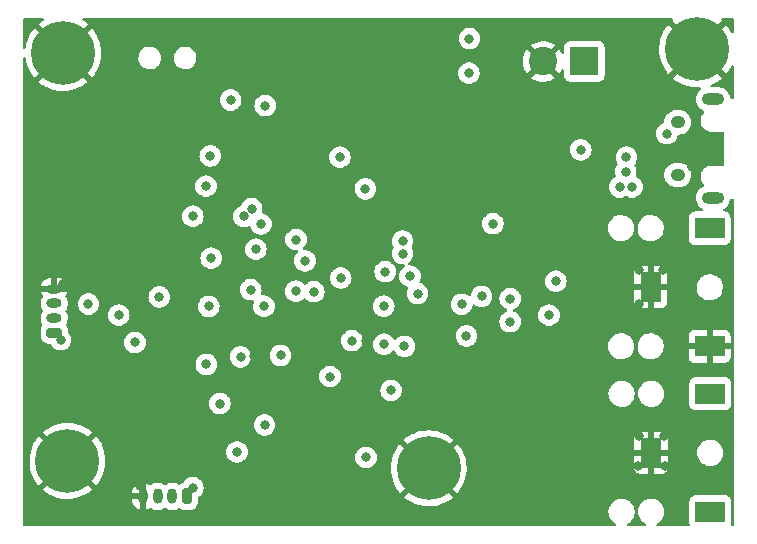
<source format=gbr>
%TF.GenerationSoftware,KiCad,Pcbnew,(5.99.0-11177-g6c67dfa032)*%
%TF.CreationDate,2021-08-02T03:39:22-04:00*%
%TF.ProjectId,STM32+Codec,53544d33-322b-4436-9f64-65632e6b6963,1.0*%
%TF.SameCoordinates,Original*%
%TF.FileFunction,Copper,L2,Inr*%
%TF.FilePolarity,Positive*%
%FSLAX46Y46*%
G04 Gerber Fmt 4.6, Leading zero omitted, Abs format (unit mm)*
G04 Created by KiCad (PCBNEW (5.99.0-11177-g6c67dfa032)) date 2021-08-02 03:39:22*
%MOMM*%
%LPD*%
G01*
G04 APERTURE LIST*
G04 Aperture macros list*
%AMRoundRect*
0 Rectangle with rounded corners*
0 $1 Rounding radius*
0 $2 $3 $4 $5 $6 $7 $8 $9 X,Y pos of 4 corners*
0 Add a 4 corners polygon primitive as box body*
4,1,4,$2,$3,$4,$5,$6,$7,$8,$9,$2,$3,0*
0 Add four circle primitives for the rounded corners*
1,1,$1+$1,$2,$3*
1,1,$1+$1,$4,$5*
1,1,$1+$1,$6,$7*
1,1,$1+$1,$8,$9*
0 Add four rect primitives between the rounded corners*
20,1,$1+$1,$2,$3,$4,$5,0*
20,1,$1+$1,$4,$5,$6,$7,0*
20,1,$1+$1,$6,$7,$8,$9,0*
20,1,$1+$1,$8,$9,$2,$3,0*%
G04 Aperture macros list end*
%TA.AperFunction,ComponentPad*%
%ADD10C,0.800000*%
%TD*%
%TA.AperFunction,ComponentPad*%
%ADD11C,5.400000*%
%TD*%
%TA.AperFunction,ComponentPad*%
%ADD12R,1.800000X2.500000*%
%TD*%
%TA.AperFunction,ComponentPad*%
%ADD13R,2.500000X1.800000*%
%TD*%
%TA.AperFunction,ComponentPad*%
%ADD14R,2.400000X2.400000*%
%TD*%
%TA.AperFunction,ComponentPad*%
%ADD15C,2.400000*%
%TD*%
%TA.AperFunction,ComponentPad*%
%ADD16RoundRect,0.200000X0.450000X-0.200000X0.450000X0.200000X-0.450000X0.200000X-0.450000X-0.200000X0*%
%TD*%
%TA.AperFunction,ComponentPad*%
%ADD17O,1.300000X0.800000*%
%TD*%
%TA.AperFunction,ComponentPad*%
%ADD18RoundRect,0.200000X0.200000X0.450000X-0.200000X0.450000X-0.200000X-0.450000X0.200000X-0.450000X0*%
%TD*%
%TA.AperFunction,ComponentPad*%
%ADD19O,0.800000X1.300000*%
%TD*%
%TA.AperFunction,ComponentPad*%
%ADD20O,1.900000X1.000000*%
%TD*%
%TA.AperFunction,ComponentPad*%
%ADD21O,1.250000X1.050000*%
%TD*%
%TA.AperFunction,ViaPad*%
%ADD22C,0.800000*%
%TD*%
G04 APERTURE END LIST*
D10*
%TO.N,GND*%
%TO.C,H4*%
X111540891Y-52485891D03*
X108677109Y-49622109D03*
X110109000Y-49029000D03*
X110109000Y-53079000D03*
X108084000Y-51054000D03*
X112134000Y-51054000D03*
X108677109Y-52485891D03*
D11*
X110109000Y-51054000D03*
D10*
X111540891Y-49622109D03*
%TD*%
D12*
%TO.N,GND*%
%TO.C,Mic*%
X159842200Y-70891400D03*
D13*
X164842200Y-75891400D03*
%TO.N,Net-(C21-Pad1)*%
X164842200Y-65891400D03*
%TD*%
D14*
%TO.N,+12V*%
%TO.C,+12V*%
X154226200Y-51779400D03*
D15*
%TO.N,GND*%
X150726200Y-51779400D03*
%TD*%
D16*
%TO.N,DBVDD*%
%TO.C,I2C*%
X109347000Y-74757600D03*
D17*
%TO.N,Net-(J4-Pad2)*%
X109347000Y-73507600D03*
%TO.N,Net-(J4-Pad3)*%
X109347000Y-72257600D03*
%TO.N,GND*%
X109347000Y-71007600D03*
%TD*%
D18*
%TO.N,DBVDD*%
%TO.C,UART*%
X120604600Y-88595200D03*
D19*
%TO.N,Net-(J7-Pad2)*%
X119354600Y-88595200D03*
%TO.N,Net-(J7-Pad3)*%
X118104600Y-88595200D03*
%TO.N,GND*%
X116854600Y-88595200D03*
%TD*%
D12*
%TO.N,GND*%
%TO.C,Speaker*%
X159879600Y-84912200D03*
D13*
%TO.N,Net-(C20-Pad2)*%
X164879600Y-89912200D03*
%TO.N,Net-(C19-Pad2)*%
X164879600Y-79912200D03*
%TD*%
D20*
%TO.N,unconnected-(J3-Pad6)*%
%TO.C,USB*%
X165128800Y-54981600D03*
D21*
X162128800Y-56931600D03*
X162128800Y-61381600D03*
D20*
X165128800Y-63331600D03*
%TD*%
D11*
%TO.N,GND*%
%TO.C,H3*%
X163779200Y-50749200D03*
D10*
X161754200Y-50749200D03*
X163779200Y-48724200D03*
X165804200Y-50749200D03*
X165211091Y-49317309D03*
X162347309Y-52181091D03*
X163779200Y-52774200D03*
X165211091Y-52181091D03*
X162347309Y-49317309D03*
%TD*%
%TO.N,GND*%
%TO.C,H1*%
X112489600Y-85598000D03*
X110464600Y-83573000D03*
X111896491Y-84166109D03*
X109032709Y-84166109D03*
D11*
X110464600Y-85598000D03*
D10*
X108439600Y-85598000D03*
X111896491Y-87029891D03*
X110464600Y-87623000D03*
X109032709Y-87029891D03*
%TD*%
%TO.N,GND*%
%TO.C,H2*%
X143071200Y-86233000D03*
X142478091Y-87664891D03*
X141046200Y-84208000D03*
X139614309Y-84801109D03*
X139614309Y-87664891D03*
X141046200Y-88258000D03*
D11*
X141046200Y-86233000D03*
D10*
X142478091Y-84801109D03*
X139021200Y-86233000D03*
%TD*%
D22*
%TO.N,GND*%
X149377400Y-80187800D03*
X136829800Y-63982600D03*
X150063200Y-86715600D03*
X161036000Y-86055200D03*
X149402800Y-61036200D03*
X127228600Y-87909400D03*
X145846800Y-56845200D03*
X157683200Y-57353200D03*
X160883600Y-69392800D03*
X150393400Y-75260200D03*
X137236200Y-60172600D03*
X141808200Y-60858400D03*
X135737600Y-75463400D03*
X150317200Y-83185000D03*
X139001800Y-63627000D03*
X158877000Y-72288400D03*
X140741400Y-59690000D03*
X120624600Y-70256400D03*
X122021600Y-75793600D03*
X120116600Y-67894200D03*
X158826200Y-69469000D03*
X124256800Y-63423800D03*
X127177800Y-84175600D03*
X129590800Y-54457600D03*
X143891000Y-64643000D03*
X110109000Y-70612000D03*
X150266400Y-70789800D03*
X125960916Y-60490300D03*
X116586000Y-87680800D03*
X138938000Y-74168000D03*
X158750000Y-86029800D03*
X134493000Y-77647800D03*
X118338600Y-65786000D03*
X142011400Y-58801000D03*
X135077200Y-53365400D03*
X126263400Y-76733400D03*
X138988800Y-78790800D03*
X126883685Y-86042700D03*
X163347400Y-60706000D03*
X116255800Y-54279800D03*
X158877000Y-83489800D03*
X160959800Y-83489800D03*
X122783600Y-65506600D03*
X140745780Y-77713000D03*
X151434800Y-65989200D03*
%TO.N,RXD*%
X122224800Y-77419200D03*
X125120400Y-76784200D03*
%TO.N,I2C_SCL*%
X129819400Y-66852800D03*
X147942500Y-73812400D03*
%TO.N,I2C_SDA*%
X127101600Y-72491600D03*
X126847600Y-65532000D03*
X151815800Y-70383400D03*
X122428000Y-72517000D03*
%TO.N,Net-(J4-Pad3)*%
X112242600Y-72313800D03*
X114808000Y-73253600D03*
%TO.N,SWO*%
X130581400Y-68656200D03*
X123367800Y-80746600D03*
%TO.N,Net-(J1-Pad6)*%
X135737600Y-85293200D03*
X124815600Y-84836000D03*
%TO.N,SWDIO*%
X133604000Y-70104000D03*
X132689600Y-78460600D03*
%TO.N,DBVDD*%
X134543800Y-75412600D03*
X126060200Y-64236600D03*
X116179600Y-75565000D03*
X118237000Y-71704200D03*
X147945780Y-71863000D03*
X133527800Y-59867800D03*
X121081800Y-87858600D03*
X122199400Y-62331600D03*
X144449800Y-52755800D03*
X125399800Y-64897000D03*
X144500600Y-49834800D03*
X140106400Y-71424800D03*
X109880400Y-75336400D03*
X124282200Y-55041800D03*
X127152400Y-82550000D03*
X128507877Y-76666477D03*
X146481800Y-65506600D03*
X122555000Y-59766200D03*
X138988800Y-75895200D03*
X135686800Y-62560200D03*
X121081800Y-64871600D03*
X127203200Y-55524400D03*
%TO.N,HSE_OUT*%
X126415800Y-67665600D03*
X122631200Y-68427600D03*
%TO.N,USB_D+*%
X138836400Y-66988200D03*
X157209000Y-62407800D03*
%TO.N,+5V*%
X157789316Y-59883820D03*
X161213800Y-57886600D03*
X153924000Y-59258200D03*
X157729279Y-61095409D03*
%TO.N,USB_D-*%
X158259000Y-62407800D03*
X138836400Y-68038200D03*
%TO.N,I2S_SCLK*%
X145529100Y-71666300D03*
X137363200Y-69570600D03*
X143840200Y-72339200D03*
X137245873Y-72494427D03*
%TO.N,I2S_LRCK*%
X144246600Y-75006200D03*
X137261600Y-75717400D03*
%TO.N,+3.3VA*%
X125984000Y-71094600D03*
X137871200Y-79629000D03*
X129794000Y-71221600D03*
X131330900Y-71272400D03*
%TO.N,I2S_MCLK*%
X151231600Y-73253600D03*
X139471400Y-69951600D03*
%TD*%
%TA.AperFunction,Conductor*%
%TO.N,GND*%
G36*
X108430864Y-48102202D02*
G01*
X108477357Y-48155858D01*
X108487461Y-48226132D01*
X108457967Y-48290712D01*
X108428765Y-48315518D01*
X108422514Y-48319364D01*
X108133731Y-48520073D01*
X108128200Y-48524394D01*
X108040736Y-48600964D01*
X108032338Y-48614178D01*
X108038184Y-48623974D01*
X110096188Y-50681978D01*
X110110132Y-50689592D01*
X110111965Y-50689461D01*
X110118580Y-50685210D01*
X112178714Y-48625076D01*
X112186328Y-48611132D01*
X112186323Y-48611057D01*
X112180217Y-48602081D01*
X112124933Y-48552303D01*
X112119445Y-48547891D01*
X111833508Y-48343180D01*
X111827568Y-48339411D01*
X111789594Y-48318188D01*
X111739889Y-48267494D01*
X111725481Y-48197975D01*
X111750945Y-48131702D01*
X111808196Y-48089717D01*
X111851065Y-48082200D01*
X161620128Y-48082200D01*
X161688249Y-48102202D01*
X161734742Y-48155858D01*
X161744846Y-48226132D01*
X161720027Y-48280476D01*
X161720653Y-48280874D01*
X161717781Y-48285392D01*
X161715352Y-48290712D01*
X161712719Y-48293358D01*
X161702538Y-48309378D01*
X161708384Y-48319174D01*
X163766388Y-50377178D01*
X163780332Y-50384792D01*
X163782165Y-50384661D01*
X163788780Y-50380410D01*
X165848914Y-48320276D01*
X165856528Y-48306332D01*
X165856523Y-48306257D01*
X165841858Y-48284700D01*
X165844015Y-48283233D01*
X165818236Y-48241385D01*
X165819590Y-48170401D01*
X165859107Y-48111418D01*
X165924238Y-48083163D01*
X165939787Y-48082200D01*
X166777400Y-48082200D01*
X166845521Y-48102202D01*
X166892014Y-48155858D01*
X166903400Y-48208200D01*
X166903400Y-49282261D01*
X166883398Y-49350382D01*
X166829742Y-49396875D01*
X166759468Y-49406979D01*
X166694888Y-49377485D01*
X166666985Y-49342962D01*
X166505721Y-49049624D01*
X166501995Y-49043662D01*
X166299276Y-48756290D01*
X166294915Y-48750788D01*
X166232594Y-48680594D01*
X166219204Y-48672215D01*
X166209646Y-48677964D01*
X164151222Y-50736388D01*
X164143608Y-50750332D01*
X164143739Y-50752165D01*
X164147990Y-50758780D01*
X166209899Y-52820689D01*
X166223843Y-52828303D01*
X166224623Y-52828248D01*
X166232670Y-52822896D01*
X166238132Y-52817080D01*
X166242654Y-52811691D01*
X166453313Y-52530096D01*
X166457203Y-52524242D01*
X166635162Y-52220919D01*
X166638376Y-52214665D01*
X166662293Y-52160946D01*
X166708273Y-52106850D01*
X166776200Y-52086201D01*
X166844508Y-52105553D01*
X166891510Y-52158764D01*
X166903400Y-52212195D01*
X166903400Y-54804438D01*
X166883398Y-54872559D01*
X166829742Y-54919052D01*
X166759468Y-54929156D01*
X166741299Y-54925155D01*
X166663819Y-54901984D01*
X166604285Y-54863303D01*
X166578927Y-54803328D01*
X166576060Y-54803875D01*
X166574907Y-54797827D01*
X166574348Y-54791689D01*
X166518501Y-54601936D01*
X166426861Y-54426645D01*
X166421744Y-54420280D01*
X166306777Y-54277291D01*
X166302918Y-54272491D01*
X166296612Y-54267199D01*
X166156112Y-54149306D01*
X166151394Y-54145347D01*
X166146002Y-54142383D01*
X166145998Y-54142380D01*
X165983455Y-54053022D01*
X165983456Y-54053022D01*
X165978060Y-54050056D01*
X165972193Y-54048195D01*
X165972191Y-54048194D01*
X165795388Y-53992109D01*
X165795387Y-53992109D01*
X165789518Y-53990247D01*
X165636645Y-53973100D01*
X165011969Y-53973100D01*
X164943848Y-53953098D01*
X164897355Y-53899442D01*
X164887251Y-53829168D01*
X164916745Y-53764588D01*
X164966404Y-53729627D01*
X165103247Y-53676549D01*
X165109646Y-53673646D01*
X165421299Y-53510717D01*
X165427344Y-53507114D01*
X165718894Y-53310461D01*
X165724488Y-53306215D01*
X165847110Y-53201856D01*
X165855542Y-53188988D01*
X165849513Y-53178723D01*
X163792012Y-51121222D01*
X163778068Y-51113608D01*
X163776235Y-51113739D01*
X163769620Y-51117990D01*
X161708413Y-53179197D01*
X161700799Y-53193141D01*
X161700837Y-53193686D01*
X161706440Y-53202046D01*
X161728536Y-53222506D01*
X161733959Y-53226993D01*
X162017011Y-53435678D01*
X162022901Y-53439532D01*
X162327458Y-53615367D01*
X162333727Y-53618534D01*
X162655998Y-53759332D01*
X162662581Y-53761780D01*
X162998532Y-53865774D01*
X163005347Y-53867473D01*
X163350788Y-53933369D01*
X163357765Y-53934300D01*
X163708414Y-53961281D01*
X163715422Y-53961427D01*
X163987229Y-53951936D01*
X164056006Y-53969548D01*
X164104343Y-54021549D01*
X164116893Y-54091427D01*
X164089672Y-54156998D01*
X164071262Y-54175502D01*
X163969428Y-54258555D01*
X163969425Y-54258558D01*
X163964653Y-54262450D01*
X163960726Y-54267197D01*
X163960724Y-54267199D01*
X163842498Y-54410109D01*
X163842495Y-54410114D01*
X163838570Y-54414858D01*
X163835640Y-54420277D01*
X163835638Y-54420280D01*
X163789909Y-54504856D01*
X163744492Y-54588853D01*
X163686000Y-54777808D01*
X163685357Y-54783926D01*
X163685356Y-54783931D01*
X163670093Y-54929156D01*
X163665325Y-54974524D01*
X163683252Y-55171511D01*
X163684990Y-55177417D01*
X163684991Y-55177421D01*
X163702822Y-55238006D01*
X163739099Y-55361264D01*
X163830739Y-55536555D01*
X163954682Y-55690709D01*
X163959399Y-55694667D01*
X163959401Y-55694669D01*
X163990312Y-55720606D01*
X164106206Y-55817853D01*
X164111598Y-55820817D01*
X164111602Y-55820820D01*
X164236843Y-55889671D01*
X164279540Y-55913144D01*
X164285406Y-55915005D01*
X164285411Y-55915007D01*
X164285762Y-55915118D01*
X164285921Y-55915225D01*
X164291077Y-55917435D01*
X164290657Y-55918415D01*
X164344645Y-55954783D01*
X164372736Y-56019986D01*
X164361116Y-56090026D01*
X164341297Y-56119529D01*
X164242919Y-56228788D01*
X164144610Y-56399064D01*
X164083852Y-56586060D01*
X164063300Y-56781600D01*
X164063990Y-56788165D01*
X164079828Y-56938850D01*
X164083852Y-56977140D01*
X164144610Y-57164136D01*
X164242919Y-57334412D01*
X164247337Y-57339319D01*
X164247338Y-57339320D01*
X164252226Y-57344748D01*
X164374483Y-57480528D01*
X164533550Y-57596097D01*
X164539578Y-57598781D01*
X164539580Y-57598782D01*
X164707138Y-57673384D01*
X164713169Y-57676069D01*
X164905491Y-57716948D01*
X164959789Y-57718413D01*
X164986805Y-57719142D01*
X164988808Y-57719259D01*
X164991261Y-57719671D01*
X164997398Y-57719746D01*
X164998941Y-57719765D01*
X164998945Y-57719765D01*
X165003800Y-57719824D01*
X165031388Y-57715873D01*
X165049251Y-57714600D01*
X165944800Y-57714600D01*
X166012921Y-57734602D01*
X166059414Y-57788258D01*
X166070800Y-57840600D01*
X166070800Y-60472600D01*
X166050798Y-60540721D01*
X165997142Y-60587214D01*
X165944800Y-60598600D01*
X165057007Y-60598600D01*
X165036103Y-60596854D01*
X165021932Y-60594470D01*
X165016339Y-60593529D01*
X165010123Y-60593453D01*
X165008663Y-60593435D01*
X165008659Y-60593435D01*
X165005949Y-60593402D01*
X165005948Y-60593402D01*
X165003800Y-60593376D01*
X165003806Y-60592922D01*
X165001841Y-60592482D01*
X165001873Y-60593652D01*
X164905491Y-60596252D01*
X164713169Y-60637131D01*
X164707140Y-60639815D01*
X164707138Y-60639816D01*
X164539580Y-60714418D01*
X164539578Y-60714419D01*
X164533550Y-60717103D01*
X164528209Y-60720983D01*
X164528208Y-60720984D01*
X164453961Y-60774928D01*
X164374483Y-60832672D01*
X164242919Y-60978788D01*
X164144610Y-61149064D01*
X164083852Y-61336060D01*
X164083162Y-61342623D01*
X164083162Y-61342624D01*
X164070248Y-61465491D01*
X164063300Y-61531600D01*
X164063990Y-61538165D01*
X164075624Y-61648851D01*
X164083852Y-61727140D01*
X164085892Y-61733418D01*
X164085892Y-61733419D01*
X164096062Y-61764720D01*
X164144610Y-61914136D01*
X164147913Y-61919858D01*
X164147914Y-61919859D01*
X164210912Y-62028974D01*
X164242919Y-62084412D01*
X164247337Y-62089319D01*
X164247338Y-62089320D01*
X164340952Y-62193288D01*
X164371669Y-62257296D01*
X164362906Y-62327749D01*
X164317443Y-62382281D01*
X164296825Y-62393293D01*
X164292585Y-62394573D01*
X164117938Y-62487434D01*
X164084182Y-62514965D01*
X163969428Y-62608555D01*
X163969425Y-62608558D01*
X163964653Y-62612450D01*
X163960726Y-62617197D01*
X163960724Y-62617199D01*
X163842498Y-62760109D01*
X163842495Y-62760114D01*
X163838570Y-62764858D01*
X163835640Y-62770277D01*
X163835638Y-62770280D01*
X163751728Y-62925471D01*
X163744492Y-62938853D01*
X163686000Y-63127808D01*
X163685357Y-63133926D01*
X163685356Y-63133931D01*
X163666189Y-63316300D01*
X163665325Y-63324524D01*
X163668008Y-63354003D01*
X163682117Y-63509037D01*
X163683252Y-63521511D01*
X163739099Y-63711264D01*
X163830739Y-63886555D01*
X163834599Y-63891355D01*
X163834599Y-63891356D01*
X163840216Y-63898342D01*
X163954682Y-64040709D01*
X163959399Y-64044667D01*
X163959401Y-64044669D01*
X164006707Y-64084363D01*
X164106206Y-64167853D01*
X164111598Y-64170817D01*
X164111602Y-64170820D01*
X164240142Y-64241485D01*
X164290201Y-64291831D01*
X164305094Y-64361248D01*
X164280093Y-64427697D01*
X164223136Y-64470081D01*
X164179441Y-64477900D01*
X163592200Y-64477900D01*
X163519121Y-64483127D01*
X163466084Y-64498700D01*
X163387530Y-64521765D01*
X163387528Y-64521766D01*
X163378884Y-64524304D01*
X163340728Y-64548826D01*
X163263509Y-64598451D01*
X163263506Y-64598453D01*
X163255929Y-64603323D01*
X163250028Y-64610133D01*
X163166118Y-64706969D01*
X163166116Y-64706972D01*
X163160216Y-64713781D01*
X163156472Y-64721979D01*
X163108905Y-64826137D01*
X163099500Y-64846730D01*
X163098218Y-64855645D01*
X163098218Y-64855646D01*
X163079339Y-64986952D01*
X163079338Y-64986959D01*
X163078700Y-64991400D01*
X163078700Y-66791400D01*
X163083927Y-66864479D01*
X163097370Y-66910262D01*
X163122355Y-66995352D01*
X163125104Y-67004716D01*
X163129975Y-67012295D01*
X163199251Y-67120091D01*
X163199253Y-67120094D01*
X163204123Y-67127671D01*
X163210933Y-67133572D01*
X163307769Y-67217482D01*
X163307772Y-67217484D01*
X163314581Y-67223384D01*
X163447530Y-67284100D01*
X163456445Y-67285382D01*
X163456446Y-67285382D01*
X163587752Y-67304261D01*
X163587759Y-67304262D01*
X163592200Y-67304900D01*
X166092200Y-67304900D01*
X166165279Y-67299673D01*
X166243365Y-67276745D01*
X166296870Y-67261035D01*
X166296872Y-67261034D01*
X166305516Y-67258496D01*
X166354325Y-67227128D01*
X166420891Y-67184349D01*
X166420894Y-67184347D01*
X166428471Y-67179477D01*
X166435327Y-67171565D01*
X166518282Y-67075831D01*
X166518284Y-67075828D01*
X166524184Y-67069019D01*
X166554278Y-67003123D01*
X166581158Y-66944264D01*
X166581158Y-66944263D01*
X166584900Y-66936070D01*
X166594261Y-66870962D01*
X166605061Y-66795848D01*
X166605062Y-66795841D01*
X166605700Y-66791400D01*
X166605700Y-64991400D01*
X166600473Y-64918321D01*
X166575316Y-64832645D01*
X166561835Y-64786730D01*
X166561834Y-64786728D01*
X166559296Y-64778084D01*
X166513593Y-64706969D01*
X166485149Y-64662709D01*
X166485147Y-64662706D01*
X166480277Y-64655129D01*
X166473467Y-64649228D01*
X166376631Y-64565318D01*
X166376628Y-64565316D01*
X166369819Y-64559416D01*
X166287375Y-64521765D01*
X166245064Y-64502442D01*
X166245063Y-64502442D01*
X166236870Y-64498700D01*
X166227955Y-64497418D01*
X166227954Y-64497418D01*
X166096648Y-64478539D01*
X166096641Y-64478538D01*
X166092200Y-64477900D01*
X166076789Y-64477900D01*
X166008668Y-64457898D01*
X165962175Y-64404242D01*
X165952071Y-64333968D01*
X165981565Y-64269388D01*
X166017636Y-64240648D01*
X166037596Y-64230035D01*
X166139662Y-64175766D01*
X166228641Y-64103197D01*
X166288172Y-64054645D01*
X166288175Y-64054642D01*
X166292947Y-64050750D01*
X166301254Y-64040709D01*
X166415102Y-63903091D01*
X166415105Y-63903086D01*
X166419030Y-63898342D01*
X166421962Y-63892920D01*
X166510179Y-63729765D01*
X166510181Y-63729761D01*
X166513108Y-63724347D01*
X166571600Y-63535392D01*
X166573390Y-63518360D01*
X166600402Y-63452703D01*
X166664076Y-63410380D01*
X166742776Y-63387888D01*
X166813771Y-63388401D01*
X166873218Y-63427215D01*
X166902244Y-63492007D01*
X166903400Y-63509037D01*
X166903400Y-91009200D01*
X166883398Y-91077321D01*
X166829742Y-91123814D01*
X166777400Y-91135200D01*
X166736918Y-91135200D01*
X166668797Y-91115198D01*
X166622304Y-91061542D01*
X166612200Y-90991268D01*
X166616021Y-90973703D01*
X166618557Y-90965065D01*
X166622300Y-90956870D01*
X166623582Y-90947953D01*
X166623583Y-90947950D01*
X166642461Y-90816648D01*
X166642462Y-90816641D01*
X166643100Y-90812200D01*
X166643100Y-89012200D01*
X166637873Y-88939121D01*
X166612784Y-88853675D01*
X166599235Y-88807530D01*
X166599234Y-88807528D01*
X166596696Y-88798884D01*
X166555371Y-88734581D01*
X166522549Y-88683509D01*
X166522547Y-88683506D01*
X166517677Y-88675929D01*
X166487428Y-88649718D01*
X166414031Y-88586118D01*
X166414028Y-88586116D01*
X166407219Y-88580216D01*
X166324775Y-88542565D01*
X166282464Y-88523242D01*
X166282463Y-88523242D01*
X166274270Y-88519500D01*
X166265355Y-88518218D01*
X166265354Y-88518218D01*
X166134048Y-88499339D01*
X166134041Y-88499338D01*
X166129600Y-88498700D01*
X163629600Y-88498700D01*
X163556521Y-88503927D01*
X163503484Y-88519500D01*
X163424930Y-88542565D01*
X163424928Y-88542566D01*
X163416284Y-88545104D01*
X163408705Y-88549975D01*
X163300909Y-88619251D01*
X163300906Y-88619253D01*
X163293329Y-88624123D01*
X163287428Y-88630933D01*
X163203518Y-88727769D01*
X163203516Y-88727772D01*
X163197616Y-88734581D01*
X163193872Y-88742779D01*
X163146305Y-88846937D01*
X163136900Y-88867530D01*
X163135618Y-88876445D01*
X163135618Y-88876446D01*
X163116739Y-89007752D01*
X163116738Y-89007759D01*
X163116100Y-89012200D01*
X163116100Y-90812200D01*
X163121327Y-90885279D01*
X163137012Y-90938698D01*
X163147290Y-90973702D01*
X163147290Y-91044699D01*
X163108906Y-91104425D01*
X163044325Y-91133918D01*
X163026394Y-91135200D01*
X160447423Y-91135200D01*
X160379302Y-91115198D01*
X160332809Y-91061542D01*
X160322705Y-90991268D01*
X160352199Y-90926688D01*
X160385857Y-90899266D01*
X160392439Y-90895580D01*
X160510151Y-90829658D01*
X160666786Y-90699386D01*
X160797058Y-90542751D01*
X160896604Y-90364999D01*
X160898460Y-90359532D01*
X160898462Y-90359527D01*
X160960234Y-90177552D01*
X160960235Y-90177547D01*
X160962090Y-90172083D01*
X160991323Y-89970463D01*
X160992849Y-89912200D01*
X160978261Y-89753437D01*
X160974737Y-89715080D01*
X160974736Y-89715077D01*
X160974208Y-89709326D01*
X160964021Y-89673205D01*
X160920475Y-89518806D01*
X160920474Y-89518804D01*
X160918907Y-89513247D01*
X160908280Y-89491696D01*
X160831356Y-89335710D01*
X160828801Y-89330529D01*
X160810396Y-89305881D01*
X160710358Y-89171915D01*
X160710358Y-89171914D01*
X160706905Y-89167291D01*
X160570610Y-89041301D01*
X160561543Y-89032919D01*
X160561540Y-89032917D01*
X160557303Y-89029000D01*
X160511275Y-88999959D01*
X160389888Y-88923369D01*
X160389883Y-88923367D01*
X160385004Y-88920288D01*
X160195780Y-88844795D01*
X159995966Y-88805049D01*
X159990192Y-88804973D01*
X159990188Y-88804973D01*
X159887052Y-88803624D01*
X159792255Y-88802383D01*
X159786558Y-88803362D01*
X159786557Y-88803362D01*
X159762301Y-88807530D01*
X159591470Y-88836884D01*
X159400334Y-88907398D01*
X159395373Y-88910350D01*
X159395372Y-88910350D01*
X159231655Y-89007752D01*
X159225249Y-89011563D01*
X159072078Y-89145890D01*
X159068511Y-89150415D01*
X159068506Y-89150420D01*
X158981931Y-89260240D01*
X158945951Y-89305881D01*
X158943262Y-89310992D01*
X158943260Y-89310995D01*
X158895309Y-89402135D01*
X158851092Y-89486178D01*
X158790678Y-89680743D01*
X158766732Y-89883059D01*
X158780057Y-90086351D01*
X158830205Y-90283810D01*
X158915498Y-90468824D01*
X159033079Y-90635197D01*
X159179010Y-90777357D01*
X159183806Y-90780562D01*
X159183809Y-90780564D01*
X159227778Y-90809943D01*
X159348403Y-90890542D01*
X159355129Y-90893432D01*
X159355694Y-90893899D01*
X159358789Y-90895580D01*
X159358459Y-90896188D01*
X159409821Y-90938698D01*
X159431360Y-91006349D01*
X159412904Y-91074905D01*
X159360314Y-91122600D01*
X159305392Y-91135200D01*
X157947423Y-91135200D01*
X157879302Y-91115198D01*
X157832809Y-91061542D01*
X157822705Y-90991268D01*
X157852199Y-90926688D01*
X157885857Y-90899266D01*
X157892439Y-90895580D01*
X158010151Y-90829658D01*
X158166786Y-90699386D01*
X158297058Y-90542751D01*
X158396604Y-90364999D01*
X158398460Y-90359532D01*
X158398462Y-90359527D01*
X158460234Y-90177552D01*
X158460235Y-90177547D01*
X158462090Y-90172083D01*
X158491323Y-89970463D01*
X158492849Y-89912200D01*
X158478261Y-89753437D01*
X158474737Y-89715080D01*
X158474736Y-89715077D01*
X158474208Y-89709326D01*
X158464021Y-89673205D01*
X158420475Y-89518806D01*
X158420474Y-89518804D01*
X158418907Y-89513247D01*
X158408280Y-89491696D01*
X158331356Y-89335710D01*
X158328801Y-89330529D01*
X158310396Y-89305881D01*
X158210358Y-89171915D01*
X158210358Y-89171914D01*
X158206905Y-89167291D01*
X158070610Y-89041301D01*
X158061543Y-89032919D01*
X158061540Y-89032917D01*
X158057303Y-89029000D01*
X158011275Y-88999959D01*
X157889888Y-88923369D01*
X157889883Y-88923367D01*
X157885004Y-88920288D01*
X157695780Y-88844795D01*
X157495966Y-88805049D01*
X157490192Y-88804973D01*
X157490188Y-88804973D01*
X157387052Y-88803624D01*
X157292255Y-88802383D01*
X157286558Y-88803362D01*
X157286557Y-88803362D01*
X157262301Y-88807530D01*
X157091470Y-88836884D01*
X156900334Y-88907398D01*
X156895373Y-88910350D01*
X156895372Y-88910350D01*
X156731655Y-89007752D01*
X156725249Y-89011563D01*
X156572078Y-89145890D01*
X156568511Y-89150415D01*
X156568506Y-89150420D01*
X156481931Y-89260240D01*
X156445951Y-89305881D01*
X156443262Y-89310992D01*
X156443260Y-89310995D01*
X156395309Y-89402135D01*
X156351092Y-89486178D01*
X156290678Y-89680743D01*
X156266732Y-89883059D01*
X156280057Y-90086351D01*
X156330205Y-90283810D01*
X156415498Y-90468824D01*
X156533079Y-90635197D01*
X156679010Y-90777357D01*
X156683806Y-90780562D01*
X156683809Y-90780564D01*
X156727778Y-90809943D01*
X156848403Y-90890542D01*
X156855129Y-90893432D01*
X156855694Y-90893899D01*
X156858789Y-90895580D01*
X156858459Y-90896188D01*
X156909821Y-90938698D01*
X156931360Y-91006349D01*
X156912904Y-91074905D01*
X156860314Y-91122600D01*
X156805392Y-91135200D01*
X106806000Y-91135200D01*
X106737879Y-91115198D01*
X106691386Y-91061542D01*
X106680000Y-91009200D01*
X106680000Y-88862748D01*
X115946600Y-88862748D01*
X115946600Y-88889482D01*
X115946944Y-88896042D01*
X115960861Y-89028460D01*
X115963591Y-89041301D01*
X116018491Y-89210266D01*
X116023837Y-89222274D01*
X116112664Y-89376127D01*
X116120386Y-89386756D01*
X116239269Y-89518788D01*
X116249023Y-89527570D01*
X116392758Y-89632000D01*
X116404130Y-89638566D01*
X116566440Y-89710831D01*
X116578925Y-89714888D01*
X116582878Y-89715728D01*
X116596941Y-89714655D01*
X116600600Y-89704701D01*
X116600600Y-88867315D01*
X116596125Y-88852076D01*
X116594735Y-88850871D01*
X116587052Y-88849200D01*
X115964715Y-88849200D01*
X115949476Y-88853675D01*
X115948271Y-88855065D01*
X115946600Y-88862748D01*
X106680000Y-88862748D01*
X106680000Y-88041941D01*
X108386199Y-88041941D01*
X108386237Y-88042486D01*
X108391840Y-88050846D01*
X108413936Y-88071306D01*
X108419359Y-88075793D01*
X108702411Y-88284478D01*
X108708301Y-88288332D01*
X109012858Y-88464167D01*
X109019127Y-88467334D01*
X109341398Y-88608132D01*
X109347981Y-88610580D01*
X109683932Y-88714574D01*
X109690747Y-88716273D01*
X110036188Y-88782169D01*
X110043165Y-88783100D01*
X110393814Y-88810081D01*
X110400822Y-88810227D01*
X110752292Y-88797954D01*
X110759288Y-88797317D01*
X111107182Y-88745945D01*
X111114081Y-88744529D01*
X111454098Y-88654693D01*
X111460758Y-88652529D01*
X111788647Y-88525349D01*
X111795046Y-88522446D01*
X112106699Y-88359517D01*
X112112744Y-88355914D01*
X112194279Y-88300918D01*
X115946600Y-88300918D01*
X115946600Y-88323085D01*
X115951075Y-88338324D01*
X115952465Y-88339529D01*
X115960148Y-88341200D01*
X116582485Y-88341200D01*
X116597724Y-88336725D01*
X116598929Y-88335335D01*
X116600600Y-88327652D01*
X116600600Y-87489020D01*
X116599625Y-87485699D01*
X117108600Y-87485699D01*
X117108600Y-89701380D01*
X117112573Y-89714911D01*
X117123068Y-89716420D01*
X117130275Y-89714888D01*
X117142760Y-89710831D01*
X117305070Y-89638566D01*
X117316442Y-89632000D01*
X117405116Y-89567574D01*
X117471983Y-89543716D01*
X117541135Y-89559796D01*
X117553230Y-89567569D01*
X117613542Y-89611388D01*
X117627802Y-89621748D01*
X117647850Y-89636314D01*
X117653878Y-89638998D01*
X117653880Y-89638999D01*
X117816282Y-89711305D01*
X117822313Y-89713990D01*
X117915713Y-89733843D01*
X118002656Y-89752324D01*
X118002661Y-89752324D01*
X118009113Y-89753696D01*
X118200087Y-89753696D01*
X118206539Y-89752324D01*
X118206544Y-89752324D01*
X118293487Y-89733843D01*
X118386887Y-89713990D01*
X118392918Y-89711305D01*
X118555320Y-89638999D01*
X118555322Y-89638998D01*
X118561350Y-89636314D01*
X118581399Y-89621748D01*
X118655539Y-89567882D01*
X118722407Y-89544023D01*
X118791559Y-89560104D01*
X118803661Y-89567882D01*
X118877802Y-89621748D01*
X118897850Y-89636314D01*
X118903878Y-89638998D01*
X118903880Y-89638999D01*
X119066282Y-89711305D01*
X119072313Y-89713990D01*
X119165713Y-89733843D01*
X119252656Y-89752324D01*
X119252661Y-89752324D01*
X119259113Y-89753696D01*
X119450087Y-89753696D01*
X119456539Y-89752324D01*
X119456544Y-89752324D01*
X119543487Y-89733843D01*
X119636887Y-89713990D01*
X119642918Y-89711305D01*
X119805320Y-89638999D01*
X119805322Y-89638998D01*
X119811350Y-89636314D01*
X119834955Y-89619164D01*
X119901823Y-89595306D01*
X119970974Y-89611388D01*
X119985456Y-89621748D01*
X119985488Y-89621702D01*
X119991724Y-89626037D01*
X119997396Y-89631090D01*
X120004105Y-89634642D01*
X120004109Y-89634645D01*
X120142189Y-89707755D01*
X120142192Y-89707756D01*
X120148904Y-89711310D01*
X120156273Y-89713161D01*
X120162221Y-89714655D01*
X120315175Y-89753074D01*
X120320938Y-89753437D01*
X120320941Y-89753437D01*
X120323130Y-89753575D01*
X120323146Y-89753576D01*
X120325125Y-89753700D01*
X120845917Y-89753700D01*
X120974794Y-89738104D01*
X121135162Y-89677506D01*
X121200742Y-89632434D01*
X121270187Y-89584706D01*
X121270189Y-89584705D01*
X121276446Y-89580404D01*
X121295060Y-89559512D01*
X121385436Y-89458077D01*
X121385438Y-89458075D01*
X121390490Y-89452404D01*
X121394042Y-89445695D01*
X121394045Y-89445691D01*
X121467155Y-89307611D01*
X121467156Y-89307608D01*
X121470710Y-89300896D01*
X121512474Y-89134625D01*
X121512837Y-89128859D01*
X121512975Y-89126670D01*
X121512976Y-89126654D01*
X121513100Y-89124675D01*
X121513100Y-88732410D01*
X121529387Y-88676941D01*
X138967799Y-88676941D01*
X138967837Y-88677486D01*
X138973440Y-88685846D01*
X138995536Y-88706306D01*
X139000959Y-88710793D01*
X139284011Y-88919478D01*
X139289901Y-88923332D01*
X139594458Y-89099167D01*
X139600727Y-89102334D01*
X139922998Y-89243132D01*
X139929581Y-89245580D01*
X140265532Y-89349574D01*
X140272347Y-89351273D01*
X140617788Y-89417169D01*
X140624765Y-89418100D01*
X140975414Y-89445081D01*
X140982422Y-89445227D01*
X141333892Y-89432954D01*
X141340888Y-89432317D01*
X141688782Y-89380945D01*
X141695681Y-89379529D01*
X142035698Y-89289693D01*
X142042358Y-89287529D01*
X142370247Y-89160349D01*
X142376646Y-89157446D01*
X142688299Y-88994517D01*
X142694344Y-88990914D01*
X142985894Y-88794261D01*
X142991488Y-88790015D01*
X143114110Y-88685656D01*
X143122542Y-88672788D01*
X143116513Y-88662523D01*
X141059012Y-86605022D01*
X141045068Y-86597408D01*
X141043235Y-86597539D01*
X141036620Y-86601790D01*
X138975413Y-88662997D01*
X138967799Y-88676941D01*
X121529387Y-88676941D01*
X121533102Y-88664289D01*
X121565039Y-88630474D01*
X121595790Y-88608132D01*
X121693053Y-88537466D01*
X121820840Y-88395544D01*
X121916327Y-88230156D01*
X121975342Y-88048528D01*
X121976035Y-88041941D01*
X121994614Y-87865165D01*
X121995304Y-87858600D01*
X121979131Y-87704719D01*
X121976032Y-87675235D01*
X121976032Y-87675233D01*
X121975342Y-87668672D01*
X121916327Y-87487044D01*
X121910188Y-87476410D01*
X121864584Y-87397423D01*
X121820840Y-87321656D01*
X121693053Y-87179734D01*
X121538552Y-87067482D01*
X121532524Y-87064798D01*
X121532522Y-87064797D01*
X121370119Y-86992491D01*
X121370118Y-86992491D01*
X121364088Y-86989806D01*
X121270687Y-86969953D01*
X121183744Y-86951472D01*
X121183739Y-86951472D01*
X121177287Y-86950100D01*
X120986313Y-86950100D01*
X120979861Y-86951472D01*
X120979856Y-86951472D01*
X120892913Y-86969953D01*
X120799512Y-86989806D01*
X120793482Y-86992491D01*
X120793481Y-86992491D01*
X120631078Y-87064797D01*
X120631076Y-87064798D01*
X120625048Y-87067482D01*
X120470547Y-87179734D01*
X120342760Y-87321656D01*
X120299016Y-87397423D01*
X120247634Y-87446416D01*
X120234090Y-87451459D01*
X120234406Y-87452296D01*
X120074038Y-87512894D01*
X120067780Y-87517195D01*
X119983298Y-87575258D01*
X119915829Y-87597358D01*
X119847122Y-87579473D01*
X119837870Y-87573354D01*
X119816692Y-87557967D01*
X119816691Y-87557966D01*
X119811350Y-87554086D01*
X119805322Y-87551402D01*
X119805320Y-87551401D01*
X119642918Y-87479095D01*
X119642917Y-87479095D01*
X119636887Y-87476410D01*
X119523441Y-87452296D01*
X119456544Y-87438076D01*
X119456539Y-87438076D01*
X119450087Y-87436704D01*
X119259113Y-87436704D01*
X119252661Y-87438076D01*
X119252656Y-87438076D01*
X119185759Y-87452296D01*
X119072313Y-87476410D01*
X119066283Y-87479095D01*
X119066282Y-87479095D01*
X118903880Y-87551401D01*
X118903878Y-87551402D01*
X118897850Y-87554086D01*
X118892509Y-87557966D01*
X118892508Y-87557967D01*
X118803661Y-87622518D01*
X118736793Y-87646377D01*
X118667641Y-87630296D01*
X118655539Y-87622518D01*
X118566692Y-87557967D01*
X118566691Y-87557966D01*
X118561350Y-87554086D01*
X118555322Y-87551402D01*
X118555320Y-87551401D01*
X118392918Y-87479095D01*
X118392917Y-87479095D01*
X118386887Y-87476410D01*
X118273441Y-87452296D01*
X118206544Y-87438076D01*
X118206539Y-87438076D01*
X118200087Y-87436704D01*
X118009113Y-87436704D01*
X118002661Y-87438076D01*
X118002656Y-87438076D01*
X117935759Y-87452296D01*
X117822313Y-87476410D01*
X117816283Y-87479095D01*
X117816282Y-87479095D01*
X117653880Y-87551401D01*
X117653878Y-87551402D01*
X117647850Y-87554086D01*
X117553236Y-87622827D01*
X117486371Y-87646684D01*
X117417219Y-87630604D01*
X117405116Y-87622826D01*
X117316442Y-87558400D01*
X117305070Y-87551834D01*
X117142760Y-87479569D01*
X117130275Y-87475512D01*
X117126322Y-87474672D01*
X117112259Y-87475745D01*
X117108600Y-87485699D01*
X116599625Y-87485699D01*
X116596627Y-87475489D01*
X116586132Y-87473980D01*
X116578925Y-87475512D01*
X116566440Y-87479569D01*
X116404130Y-87551834D01*
X116392758Y-87558400D01*
X116249023Y-87662830D01*
X116239269Y-87671612D01*
X116120386Y-87803644D01*
X116112664Y-87814273D01*
X116023837Y-87968126D01*
X116018491Y-87980134D01*
X115963591Y-88149099D01*
X115960861Y-88161940D01*
X115946944Y-88294358D01*
X115946600Y-88300918D01*
X112194279Y-88300918D01*
X112404294Y-88159261D01*
X112409888Y-88155015D01*
X112532510Y-88050656D01*
X112540942Y-88037788D01*
X112534913Y-88027523D01*
X110477412Y-85970022D01*
X110463468Y-85962408D01*
X110461635Y-85962539D01*
X110455020Y-85966790D01*
X108393813Y-88027997D01*
X108386199Y-88041941D01*
X106680000Y-88041941D01*
X106680000Y-85556666D01*
X107252006Y-85556666D01*
X107266733Y-85908021D01*
X107267418Y-85915013D01*
X107321220Y-86262559D01*
X107322680Y-86269426D01*
X107414888Y-86608807D01*
X107417102Y-86615463D01*
X107546570Y-86942462D01*
X107549509Y-86948823D01*
X107714619Y-87259347D01*
X107718253Y-87265348D01*
X107916939Y-87555523D01*
X107921233Y-87561098D01*
X108011808Y-87666030D01*
X108024851Y-87674447D01*
X108034882Y-87668508D01*
X110092578Y-85610812D01*
X110098956Y-85599132D01*
X110829008Y-85599132D01*
X110829139Y-85600965D01*
X110833390Y-85607580D01*
X112895299Y-87669489D01*
X112909243Y-87677103D01*
X112910023Y-87677048D01*
X112918070Y-87671696D01*
X112923532Y-87665880D01*
X112928054Y-87660491D01*
X113138713Y-87378896D01*
X113142603Y-87373042D01*
X113320562Y-87069719D01*
X113323776Y-87063465D01*
X113466814Y-86742195D01*
X113469311Y-86735620D01*
X113575648Y-86400405D01*
X113577394Y-86393603D01*
X113645700Y-86048635D01*
X113646681Y-86041654D01*
X113676219Y-85689898D01*
X113676433Y-85685529D01*
X113677625Y-85600178D01*
X113677534Y-85595828D01*
X113657827Y-85243352D01*
X113657045Y-85236380D01*
X113598394Y-84889612D01*
X113596841Y-84882776D01*
X113583428Y-84836000D01*
X123902096Y-84836000D01*
X123902786Y-84842565D01*
X123916615Y-84974137D01*
X123922058Y-85025928D01*
X123981073Y-85207556D01*
X123984376Y-85213278D01*
X123984377Y-85213279D01*
X124001740Y-85243352D01*
X124076560Y-85372944D01*
X124204347Y-85514866D01*
X124358848Y-85627118D01*
X124364876Y-85629802D01*
X124364878Y-85629803D01*
X124511197Y-85694948D01*
X124533312Y-85704794D01*
X124626713Y-85724647D01*
X124713656Y-85743128D01*
X124713661Y-85743128D01*
X124720113Y-85744500D01*
X124911087Y-85744500D01*
X124917539Y-85743128D01*
X124917544Y-85743128D01*
X125004487Y-85724647D01*
X125097888Y-85704794D01*
X125120003Y-85694948D01*
X125266322Y-85629803D01*
X125266324Y-85629802D01*
X125272352Y-85627118D01*
X125426853Y-85514866D01*
X125554640Y-85372944D01*
X125600680Y-85293200D01*
X134824096Y-85293200D01*
X134824786Y-85299765D01*
X134842555Y-85468824D01*
X134844058Y-85483128D01*
X134903073Y-85664756D01*
X134998560Y-85830144D01*
X135002978Y-85835051D01*
X135002979Y-85835052D01*
X135054995Y-85892822D01*
X135126347Y-85972066D01*
X135280848Y-86084318D01*
X135286876Y-86087002D01*
X135286878Y-86087003D01*
X135445674Y-86157703D01*
X135455312Y-86161994D01*
X135548712Y-86181847D01*
X135635656Y-86200328D01*
X135635661Y-86200328D01*
X135642113Y-86201700D01*
X135833087Y-86201700D01*
X135839539Y-86200328D01*
X135839544Y-86200328D01*
X135880294Y-86191666D01*
X137833606Y-86191666D01*
X137848333Y-86543021D01*
X137849018Y-86550013D01*
X137902820Y-86897559D01*
X137904280Y-86904426D01*
X137996488Y-87243807D01*
X137998702Y-87250463D01*
X138128170Y-87577462D01*
X138131109Y-87583823D01*
X138296219Y-87894347D01*
X138299853Y-87900348D01*
X138498539Y-88190523D01*
X138502833Y-88196098D01*
X138593408Y-88301030D01*
X138606451Y-88309447D01*
X138616482Y-88303508D01*
X140674178Y-86245812D01*
X140680556Y-86234132D01*
X141410608Y-86234132D01*
X141410739Y-86235965D01*
X141414990Y-86242580D01*
X143476899Y-88304489D01*
X143490843Y-88312103D01*
X143491623Y-88312048D01*
X143499670Y-88306696D01*
X143505132Y-88300880D01*
X143509654Y-88295491D01*
X143720313Y-88013896D01*
X143724203Y-88008042D01*
X143902162Y-87704719D01*
X143905376Y-87698465D01*
X144048414Y-87377195D01*
X144050911Y-87370620D01*
X144157248Y-87035405D01*
X144158994Y-87028603D01*
X144227300Y-86683635D01*
X144228281Y-86676654D01*
X144257819Y-86324898D01*
X144258033Y-86320529D01*
X144259225Y-86235178D01*
X144259134Y-86230828D01*
X144239427Y-85878352D01*
X144238645Y-85871380D01*
X144179994Y-85524612D01*
X144178441Y-85517776D01*
X144081513Y-85179748D01*
X158466600Y-85179748D01*
X158466600Y-86159943D01*
X158466761Y-86164450D01*
X158471340Y-86228469D01*
X158473726Y-86241691D01*
X158510419Y-86366658D01*
X158517833Y-86382892D01*
X158587026Y-86490560D01*
X158598712Y-86504047D01*
X158695440Y-86587862D01*
X158710448Y-86597507D01*
X158826875Y-86650677D01*
X158843988Y-86655702D01*
X158975154Y-86674561D01*
X158984095Y-86675200D01*
X159607485Y-86675200D01*
X159622724Y-86670725D01*
X159623929Y-86669335D01*
X159625600Y-86661652D01*
X159625600Y-85184315D01*
X159624259Y-85179748D01*
X160133600Y-85179748D01*
X160133600Y-86657085D01*
X160138075Y-86672324D01*
X160139465Y-86673529D01*
X160147148Y-86675200D01*
X160777343Y-86675200D01*
X160781850Y-86675039D01*
X160845869Y-86670460D01*
X160859091Y-86668074D01*
X160984058Y-86631381D01*
X161000292Y-86623967D01*
X161107960Y-86554774D01*
X161121447Y-86543088D01*
X161205262Y-86446360D01*
X161214907Y-86431352D01*
X161268077Y-86314925D01*
X161273102Y-86297812D01*
X161291961Y-86166646D01*
X161292600Y-86157703D01*
X161292600Y-85184315D01*
X161288125Y-85169076D01*
X161286735Y-85167871D01*
X161279052Y-85166200D01*
X160151715Y-85166200D01*
X160136476Y-85170675D01*
X160135271Y-85172065D01*
X160133600Y-85179748D01*
X159624259Y-85179748D01*
X159621125Y-85169076D01*
X159619735Y-85167871D01*
X159612052Y-85166200D01*
X158484715Y-85166200D01*
X158469476Y-85170675D01*
X158468271Y-85172065D01*
X158466600Y-85179748D01*
X144081513Y-85179748D01*
X144081500Y-85179704D01*
X144079197Y-85173091D01*
X143959655Y-84883059D01*
X163766732Y-84883059D01*
X163780057Y-85086351D01*
X163830205Y-85283810D01*
X163915498Y-85468824D01*
X164033079Y-85635197D01*
X164179010Y-85777357D01*
X164183806Y-85780562D01*
X164183809Y-85780564D01*
X164315553Y-85868592D01*
X164348403Y-85890542D01*
X164353706Y-85892820D01*
X164353709Y-85892822D01*
X164530280Y-85968683D01*
X164535587Y-85970963D01*
X164608417Y-85987443D01*
X164728655Y-86014650D01*
X164728660Y-86014651D01*
X164734292Y-86015925D01*
X164740063Y-86016152D01*
X164740065Y-86016152D01*
X164803070Y-86018627D01*
X164937863Y-86023923D01*
X165139483Y-85994690D01*
X165144947Y-85992835D01*
X165144952Y-85992834D01*
X165326927Y-85931062D01*
X165326932Y-85931060D01*
X165332399Y-85929204D01*
X165510151Y-85829658D01*
X165666786Y-85699386D01*
X165797058Y-85542751D01*
X165896604Y-85364999D01*
X165898460Y-85359532D01*
X165898462Y-85359527D01*
X165960234Y-85177552D01*
X165960235Y-85177547D01*
X165962090Y-85172083D01*
X165991323Y-84970463D01*
X165992849Y-84912200D01*
X165974208Y-84709326D01*
X165959789Y-84658200D01*
X165920475Y-84518806D01*
X165920474Y-84518804D01*
X165918907Y-84513247D01*
X165913578Y-84502439D01*
X165831356Y-84335710D01*
X165828801Y-84330529D01*
X165810396Y-84305881D01*
X165710358Y-84171915D01*
X165710358Y-84171914D01*
X165706905Y-84167291D01*
X165617246Y-84084411D01*
X165561543Y-84032919D01*
X165561540Y-84032917D01*
X165557303Y-84029000D01*
X165511275Y-83999959D01*
X165389888Y-83923369D01*
X165389883Y-83923367D01*
X165385004Y-83920288D01*
X165195780Y-83844795D01*
X164995966Y-83805049D01*
X164990192Y-83804973D01*
X164990188Y-83804973D01*
X164887052Y-83803624D01*
X164792255Y-83802383D01*
X164786558Y-83803362D01*
X164786557Y-83803362D01*
X164597167Y-83835905D01*
X164591470Y-83836884D01*
X164400334Y-83907398D01*
X164395373Y-83910350D01*
X164395372Y-83910350D01*
X164364240Y-83928872D01*
X164225249Y-84011563D01*
X164072078Y-84145890D01*
X164068511Y-84150415D01*
X164068506Y-84150420D01*
X163981931Y-84260240D01*
X163945951Y-84305881D01*
X163851092Y-84486178D01*
X163790678Y-84680743D01*
X163766732Y-84883059D01*
X143959655Y-84883059D01*
X143945176Y-84847930D01*
X143942147Y-84841610D01*
X143772721Y-84533424D01*
X143768995Y-84527462D01*
X143566276Y-84240090D01*
X143561915Y-84234588D01*
X143499594Y-84164394D01*
X143486204Y-84156015D01*
X143476646Y-84161764D01*
X141418222Y-86220188D01*
X141410608Y-86234132D01*
X140680556Y-86234132D01*
X140681792Y-86231868D01*
X140681661Y-86230035D01*
X140677410Y-86223420D01*
X138616795Y-84162805D01*
X138602851Y-84155191D01*
X138602542Y-84155213D01*
X138593871Y-84161068D01*
X138558636Y-84199654D01*
X138554192Y-84205103D01*
X138347487Y-84489608D01*
X138343670Y-84495530D01*
X138169971Y-84801297D01*
X138166841Y-84807602D01*
X138028301Y-85130838D01*
X138025899Y-85137439D01*
X137924255Y-85474099D01*
X137922600Y-85480942D01*
X137859118Y-85826824D01*
X137858235Y-85833819D01*
X137833704Y-86184621D01*
X137833606Y-86191666D01*
X135880294Y-86191666D01*
X135926487Y-86181847D01*
X136019888Y-86161994D01*
X136029526Y-86157703D01*
X136188322Y-86087003D01*
X136188324Y-86087002D01*
X136194352Y-86084318D01*
X136348853Y-85972066D01*
X136420205Y-85892822D01*
X136472221Y-85835052D01*
X136472222Y-85835051D01*
X136476640Y-85830144D01*
X136572127Y-85664756D01*
X136631142Y-85483128D01*
X136632646Y-85468824D01*
X136650414Y-85299765D01*
X136651104Y-85293200D01*
X136644825Y-85233461D01*
X136631832Y-85109835D01*
X136631832Y-85109833D01*
X136631142Y-85103272D01*
X136572127Y-84921644D01*
X136566675Y-84912200D01*
X136525919Y-84841610D01*
X136476640Y-84756256D01*
X136413814Y-84686480D01*
X136353275Y-84619245D01*
X136353274Y-84619244D01*
X136348853Y-84614334D01*
X136237490Y-84533424D01*
X136199694Y-84505963D01*
X136199693Y-84505962D01*
X136194352Y-84502082D01*
X136188324Y-84499398D01*
X136188322Y-84499397D01*
X136025919Y-84427091D01*
X136025918Y-84427091D01*
X136019888Y-84424406D01*
X135926487Y-84404553D01*
X135839544Y-84386072D01*
X135839539Y-84386072D01*
X135833087Y-84384700D01*
X135642113Y-84384700D01*
X135635661Y-84386072D01*
X135635656Y-84386072D01*
X135548713Y-84404553D01*
X135455312Y-84424406D01*
X135449282Y-84427091D01*
X135449281Y-84427091D01*
X135286878Y-84499397D01*
X135286876Y-84499398D01*
X135280848Y-84502082D01*
X135275507Y-84505962D01*
X135275506Y-84505963D01*
X135237710Y-84533424D01*
X135126347Y-84614334D01*
X135121926Y-84619244D01*
X135121925Y-84619245D01*
X135061387Y-84686480D01*
X134998560Y-84756256D01*
X134949281Y-84841610D01*
X134908526Y-84912200D01*
X134903073Y-84921644D01*
X134844058Y-85103272D01*
X134843368Y-85109833D01*
X134843368Y-85109835D01*
X134830375Y-85233461D01*
X134824096Y-85293200D01*
X125600680Y-85293200D01*
X125629460Y-85243352D01*
X125646823Y-85213279D01*
X125646824Y-85213278D01*
X125650127Y-85207556D01*
X125709142Y-85025928D01*
X125714586Y-84974137D01*
X125728414Y-84842565D01*
X125729104Y-84836000D01*
X125710241Y-84656529D01*
X125709832Y-84652635D01*
X125709832Y-84652633D01*
X125709142Y-84646072D01*
X125650127Y-84464444D01*
X125554640Y-84299056D01*
X125470045Y-84205103D01*
X125431275Y-84162045D01*
X125431274Y-84162044D01*
X125426853Y-84157134D01*
X125272352Y-84044882D01*
X125266324Y-84042198D01*
X125266322Y-84042197D01*
X125103919Y-83969891D01*
X125103918Y-83969891D01*
X125097888Y-83967206D01*
X125004488Y-83947353D01*
X124917544Y-83928872D01*
X124917539Y-83928872D01*
X124911087Y-83927500D01*
X124720113Y-83927500D01*
X124713661Y-83928872D01*
X124713656Y-83928872D01*
X124626712Y-83947353D01*
X124533312Y-83967206D01*
X124527282Y-83969891D01*
X124527281Y-83969891D01*
X124364878Y-84042197D01*
X124364876Y-84042198D01*
X124358848Y-84044882D01*
X124204347Y-84157134D01*
X124199926Y-84162044D01*
X124199925Y-84162045D01*
X124161156Y-84205103D01*
X124076560Y-84299056D01*
X123981073Y-84464444D01*
X123922058Y-84646072D01*
X123921368Y-84652633D01*
X123921368Y-84652635D01*
X123920959Y-84656529D01*
X123902096Y-84836000D01*
X113583428Y-84836000D01*
X113499900Y-84544704D01*
X113497597Y-84538091D01*
X113363576Y-84212930D01*
X113360547Y-84206610D01*
X113191121Y-83898424D01*
X113187395Y-83892462D01*
X113117358Y-83793178D01*
X138969538Y-83793178D01*
X138975384Y-83802974D01*
X141033388Y-85860978D01*
X141047332Y-85868592D01*
X141049165Y-85868461D01*
X141055780Y-85864210D01*
X143115914Y-83804076D01*
X143123528Y-83790132D01*
X143123523Y-83790057D01*
X143117417Y-83781081D01*
X143062133Y-83731303D01*
X143056645Y-83726891D01*
X142972564Y-83666695D01*
X158466600Y-83666695D01*
X158466600Y-84640085D01*
X158471075Y-84655324D01*
X158472465Y-84656529D01*
X158480148Y-84658200D01*
X159607485Y-84658200D01*
X159622724Y-84653725D01*
X159623929Y-84652335D01*
X159625600Y-84644652D01*
X159625600Y-83167315D01*
X159624259Y-83162748D01*
X160133600Y-83162748D01*
X160133600Y-84640085D01*
X160138075Y-84655324D01*
X160139465Y-84656529D01*
X160147148Y-84658200D01*
X161274485Y-84658200D01*
X161289724Y-84653725D01*
X161290929Y-84652335D01*
X161292600Y-84644652D01*
X161292600Y-83664457D01*
X161292439Y-83659950D01*
X161287860Y-83595931D01*
X161285474Y-83582709D01*
X161248781Y-83457742D01*
X161241367Y-83441508D01*
X161172174Y-83333840D01*
X161160488Y-83320353D01*
X161063760Y-83236538D01*
X161048752Y-83226893D01*
X160932325Y-83173723D01*
X160915212Y-83168698D01*
X160784046Y-83149839D01*
X160775105Y-83149200D01*
X160151715Y-83149200D01*
X160136476Y-83153675D01*
X160135271Y-83155065D01*
X160133600Y-83162748D01*
X159624259Y-83162748D01*
X159621125Y-83152076D01*
X159619735Y-83150871D01*
X159612052Y-83149200D01*
X158981857Y-83149200D01*
X158977350Y-83149361D01*
X158913331Y-83153940D01*
X158900109Y-83156326D01*
X158775142Y-83193019D01*
X158758908Y-83200433D01*
X158651240Y-83269626D01*
X158637753Y-83281312D01*
X158553938Y-83378040D01*
X158544293Y-83393048D01*
X158491123Y-83509475D01*
X158486098Y-83526588D01*
X158467239Y-83657754D01*
X158466600Y-83666695D01*
X142972564Y-83666695D01*
X142770708Y-83522180D01*
X142764761Y-83518407D01*
X142457786Y-83346844D01*
X142451468Y-83343762D01*
X142127273Y-83207484D01*
X142120637Y-83205121D01*
X141783284Y-83105832D01*
X141776441Y-83104226D01*
X141430098Y-83043157D01*
X141423127Y-83042326D01*
X141072149Y-83020244D01*
X141065118Y-83020195D01*
X140713851Y-83037374D01*
X140706873Y-83038108D01*
X140359719Y-83094335D01*
X140352851Y-83095845D01*
X140014135Y-83190417D01*
X140007479Y-83192683D01*
X139681412Y-83324422D01*
X139675057Y-83327412D01*
X139365701Y-83494681D01*
X139359712Y-83498365D01*
X139070931Y-83699073D01*
X139065400Y-83703394D01*
X138977936Y-83779964D01*
X138969538Y-83793178D01*
X113117358Y-83793178D01*
X112984676Y-83605090D01*
X112980315Y-83599588D01*
X112917994Y-83529394D01*
X112904604Y-83521015D01*
X112895046Y-83526764D01*
X110836622Y-85585188D01*
X110829008Y-85599132D01*
X110098956Y-85599132D01*
X110100192Y-85596868D01*
X110100061Y-85595035D01*
X110095810Y-85588420D01*
X108035195Y-83527805D01*
X108021251Y-83520191D01*
X108020942Y-83520213D01*
X108012271Y-83526068D01*
X107977036Y-83564654D01*
X107972592Y-83570103D01*
X107765887Y-83854608D01*
X107762070Y-83860530D01*
X107588371Y-84166297D01*
X107585241Y-84172602D01*
X107446701Y-84495838D01*
X107444299Y-84502439D01*
X107342655Y-84839099D01*
X107341000Y-84845942D01*
X107277518Y-85191824D01*
X107276635Y-85198819D01*
X107252104Y-85549621D01*
X107252006Y-85556666D01*
X106680000Y-85556666D01*
X106680000Y-83158178D01*
X108387938Y-83158178D01*
X108393784Y-83167974D01*
X110451788Y-85225978D01*
X110465732Y-85233592D01*
X110467565Y-85233461D01*
X110474180Y-85229210D01*
X112534314Y-83169076D01*
X112541928Y-83155132D01*
X112541923Y-83155057D01*
X112535817Y-83146081D01*
X112480533Y-83096303D01*
X112475045Y-83091891D01*
X112189108Y-82887180D01*
X112183161Y-82883407D01*
X111876186Y-82711844D01*
X111869868Y-82708762D01*
X111545673Y-82572484D01*
X111539037Y-82570121D01*
X111470672Y-82550000D01*
X126238896Y-82550000D01*
X126258858Y-82739928D01*
X126317873Y-82921556D01*
X126413360Y-83086944D01*
X126417778Y-83091851D01*
X126417779Y-83091852D01*
X126536725Y-83223955D01*
X126541147Y-83228866D01*
X126640243Y-83300864D01*
X126685631Y-83333840D01*
X126695648Y-83341118D01*
X126701676Y-83343802D01*
X126701678Y-83343803D01*
X126812285Y-83393048D01*
X126870112Y-83418794D01*
X126963512Y-83438647D01*
X127050456Y-83457128D01*
X127050461Y-83457128D01*
X127056913Y-83458500D01*
X127247887Y-83458500D01*
X127254339Y-83457128D01*
X127254344Y-83457128D01*
X127341288Y-83438647D01*
X127434688Y-83418794D01*
X127492515Y-83393048D01*
X127603122Y-83343803D01*
X127603124Y-83343802D01*
X127609152Y-83341118D01*
X127619170Y-83333840D01*
X127664557Y-83300864D01*
X127763653Y-83228866D01*
X127768075Y-83223955D01*
X127887021Y-83091852D01*
X127887022Y-83091851D01*
X127891440Y-83086944D01*
X127986927Y-82921556D01*
X128045942Y-82739928D01*
X128065904Y-82550000D01*
X128045942Y-82360072D01*
X127986927Y-82178444D01*
X127891440Y-82013056D01*
X127763653Y-81871134D01*
X127609152Y-81758882D01*
X127603124Y-81756198D01*
X127603122Y-81756197D01*
X127440719Y-81683891D01*
X127440718Y-81683891D01*
X127434688Y-81681206D01*
X127311870Y-81655100D01*
X127254344Y-81642872D01*
X127254339Y-81642872D01*
X127247887Y-81641500D01*
X127056913Y-81641500D01*
X127050461Y-81642872D01*
X127050456Y-81642872D01*
X126992930Y-81655100D01*
X126870112Y-81681206D01*
X126864082Y-81683891D01*
X126864081Y-81683891D01*
X126701678Y-81756197D01*
X126701676Y-81756198D01*
X126695648Y-81758882D01*
X126541147Y-81871134D01*
X126413360Y-82013056D01*
X126317873Y-82178444D01*
X126258858Y-82360072D01*
X126238896Y-82550000D01*
X111470672Y-82550000D01*
X111201684Y-82470832D01*
X111194841Y-82469226D01*
X110848498Y-82408157D01*
X110841527Y-82407326D01*
X110490549Y-82385244D01*
X110483518Y-82385195D01*
X110132251Y-82402374D01*
X110125273Y-82403108D01*
X109778119Y-82459335D01*
X109771251Y-82460845D01*
X109432535Y-82555417D01*
X109425879Y-82557683D01*
X109099812Y-82689422D01*
X109093457Y-82692412D01*
X108784101Y-82859681D01*
X108778112Y-82863365D01*
X108489331Y-83064073D01*
X108483800Y-83068394D01*
X108396336Y-83144964D01*
X108387938Y-83158178D01*
X106680000Y-83158178D01*
X106680000Y-80746600D01*
X122454296Y-80746600D01*
X122454986Y-80753165D01*
X122468872Y-80885279D01*
X122474258Y-80936528D01*
X122533273Y-81118156D01*
X122628760Y-81283544D01*
X122633178Y-81288451D01*
X122633179Y-81288452D01*
X122662011Y-81320473D01*
X122756547Y-81425466D01*
X122911048Y-81537718D01*
X122917076Y-81540402D01*
X122917078Y-81540403D01*
X123079481Y-81612709D01*
X123085512Y-81615394D01*
X123178912Y-81635247D01*
X123265856Y-81653728D01*
X123265861Y-81653728D01*
X123272313Y-81655100D01*
X123463287Y-81655100D01*
X123469739Y-81653728D01*
X123469744Y-81653728D01*
X123556688Y-81635247D01*
X123650088Y-81615394D01*
X123656119Y-81612709D01*
X123818522Y-81540403D01*
X123818524Y-81540402D01*
X123824552Y-81537718D01*
X123979053Y-81425466D01*
X124073589Y-81320473D01*
X124102421Y-81288452D01*
X124102422Y-81288451D01*
X124106840Y-81283544D01*
X124202327Y-81118156D01*
X124261342Y-80936528D01*
X124266729Y-80885279D01*
X124280614Y-80753165D01*
X124281304Y-80746600D01*
X124275875Y-80694948D01*
X124262032Y-80563235D01*
X124262032Y-80563233D01*
X124261342Y-80556672D01*
X124202327Y-80375044D01*
X124106840Y-80209656D01*
X124077934Y-80177552D01*
X123983475Y-80072645D01*
X123983474Y-80072644D01*
X123979053Y-80067734D01*
X123850228Y-79974137D01*
X123829894Y-79959363D01*
X123829893Y-79959362D01*
X123824552Y-79955482D01*
X123818524Y-79952798D01*
X123818522Y-79952797D01*
X123656119Y-79880491D01*
X123656118Y-79880491D01*
X123650088Y-79877806D01*
X123556688Y-79857953D01*
X123469744Y-79839472D01*
X123469739Y-79839472D01*
X123463287Y-79838100D01*
X123272313Y-79838100D01*
X123265861Y-79839472D01*
X123265856Y-79839472D01*
X123178912Y-79857953D01*
X123085512Y-79877806D01*
X123079482Y-79880491D01*
X123079481Y-79880491D01*
X122917078Y-79952797D01*
X122917076Y-79952798D01*
X122911048Y-79955482D01*
X122905707Y-79959362D01*
X122905706Y-79959363D01*
X122885372Y-79974137D01*
X122756547Y-80067734D01*
X122752126Y-80072644D01*
X122752125Y-80072645D01*
X122657667Y-80177552D01*
X122628760Y-80209656D01*
X122533273Y-80375044D01*
X122474258Y-80556672D01*
X122473568Y-80563233D01*
X122473568Y-80563235D01*
X122459725Y-80694948D01*
X122454296Y-80746600D01*
X106680000Y-80746600D01*
X106680000Y-79629000D01*
X136957696Y-79629000D01*
X136958386Y-79635565D01*
X136966139Y-79709326D01*
X136977658Y-79818928D01*
X137036673Y-80000556D01*
X137132160Y-80165944D01*
X137136578Y-80170851D01*
X137136579Y-80170852D01*
X137142612Y-80177552D01*
X137259947Y-80307866D01*
X137414448Y-80420118D01*
X137420476Y-80422802D01*
X137420478Y-80422803D01*
X137512063Y-80463579D01*
X137588912Y-80497794D01*
X137682312Y-80517647D01*
X137769256Y-80536128D01*
X137769261Y-80536128D01*
X137775713Y-80537500D01*
X137966687Y-80537500D01*
X137973139Y-80536128D01*
X137973144Y-80536128D01*
X138060088Y-80517647D01*
X138153488Y-80497794D01*
X138230337Y-80463579D01*
X138321922Y-80422803D01*
X138321924Y-80422802D01*
X138327952Y-80420118D01*
X138482453Y-80307866D01*
X138599788Y-80177552D01*
X138605821Y-80170852D01*
X138605822Y-80170851D01*
X138610240Y-80165944D01*
X138705727Y-80000556D01*
X138743904Y-79883059D01*
X156266732Y-79883059D01*
X156280057Y-80086351D01*
X156330205Y-80283810D01*
X156415498Y-80468824D01*
X156533079Y-80635197D01*
X156679010Y-80777357D01*
X156683806Y-80780562D01*
X156683809Y-80780564D01*
X156727778Y-80809943D01*
X156848403Y-80890542D01*
X156853706Y-80892820D01*
X156853709Y-80892822D01*
X156970050Y-80942806D01*
X157035587Y-80970963D01*
X157108417Y-80987443D01*
X157228655Y-81014650D01*
X157228660Y-81014651D01*
X157234292Y-81015925D01*
X157240063Y-81016152D01*
X157240065Y-81016152D01*
X157303070Y-81018627D01*
X157437863Y-81023923D01*
X157639483Y-80994690D01*
X157644947Y-80992835D01*
X157644952Y-80992834D01*
X157826927Y-80931062D01*
X157826932Y-80931060D01*
X157832399Y-80929204D01*
X158010151Y-80829658D01*
X158166786Y-80699386D01*
X158297058Y-80542751D01*
X158396604Y-80364999D01*
X158398460Y-80359532D01*
X158398462Y-80359527D01*
X158460234Y-80177552D01*
X158460235Y-80177547D01*
X158462090Y-80172083D01*
X158491323Y-79970463D01*
X158492849Y-79912200D01*
X158490171Y-79883059D01*
X158766732Y-79883059D01*
X158780057Y-80086351D01*
X158830205Y-80283810D01*
X158915498Y-80468824D01*
X159033079Y-80635197D01*
X159179010Y-80777357D01*
X159183806Y-80780562D01*
X159183809Y-80780564D01*
X159227778Y-80809943D01*
X159348403Y-80890542D01*
X159353706Y-80892820D01*
X159353709Y-80892822D01*
X159470050Y-80942806D01*
X159535587Y-80970963D01*
X159608417Y-80987443D01*
X159728655Y-81014650D01*
X159728660Y-81014651D01*
X159734292Y-81015925D01*
X159740063Y-81016152D01*
X159740065Y-81016152D01*
X159803070Y-81018627D01*
X159937863Y-81023923D01*
X160139483Y-80994690D01*
X160144947Y-80992835D01*
X160144952Y-80992834D01*
X160326927Y-80931062D01*
X160326932Y-80931060D01*
X160332399Y-80929204D01*
X160510151Y-80829658D01*
X160666786Y-80699386D01*
X160797058Y-80542751D01*
X160896604Y-80364999D01*
X160898460Y-80359532D01*
X160898462Y-80359527D01*
X160960234Y-80177552D01*
X160960235Y-80177547D01*
X160962090Y-80172083D01*
X160991323Y-79970463D01*
X160992849Y-79912200D01*
X160974208Y-79709326D01*
X160918907Y-79513247D01*
X160908280Y-79491696D01*
X160831356Y-79335710D01*
X160828801Y-79330529D01*
X160810396Y-79305881D01*
X160710358Y-79171915D01*
X160710358Y-79171914D01*
X160706905Y-79167291D01*
X160557303Y-79029000D01*
X160530676Y-79012200D01*
X163116100Y-79012200D01*
X163116100Y-80812200D01*
X163121327Y-80885279D01*
X163134448Y-80929965D01*
X163159755Y-81016152D01*
X163162504Y-81025516D01*
X163167375Y-81033095D01*
X163236651Y-81140891D01*
X163236653Y-81140894D01*
X163241523Y-81148471D01*
X163248333Y-81154372D01*
X163345169Y-81238282D01*
X163345172Y-81238284D01*
X163351981Y-81244184D01*
X163484930Y-81304900D01*
X163493845Y-81306182D01*
X163493846Y-81306182D01*
X163625152Y-81325061D01*
X163625159Y-81325062D01*
X163629600Y-81325700D01*
X166129600Y-81325700D01*
X166202679Y-81320473D01*
X166280765Y-81297545D01*
X166334270Y-81281835D01*
X166334272Y-81281834D01*
X166342916Y-81279296D01*
X166406735Y-81238282D01*
X166458291Y-81205149D01*
X166458294Y-81205147D01*
X166465871Y-81200277D01*
X166505648Y-81154372D01*
X166555682Y-81096631D01*
X166555684Y-81096628D01*
X166561584Y-81089819D01*
X166591678Y-81023923D01*
X166618558Y-80965064D01*
X166618558Y-80965063D01*
X166622300Y-80956870D01*
X166631661Y-80891762D01*
X166642461Y-80816648D01*
X166642462Y-80816641D01*
X166643100Y-80812200D01*
X166643100Y-79012200D01*
X166637873Y-78939121D01*
X166607566Y-78835905D01*
X166599235Y-78807530D01*
X166599234Y-78807528D01*
X166596696Y-78798884D01*
X166547203Y-78721872D01*
X166522549Y-78683509D01*
X166522547Y-78683506D01*
X166517677Y-78675929D01*
X166480789Y-78643965D01*
X166414031Y-78586118D01*
X166414028Y-78586116D01*
X166407219Y-78580216D01*
X166274270Y-78519500D01*
X166265355Y-78518218D01*
X166265354Y-78518218D01*
X166134048Y-78499339D01*
X166134041Y-78499338D01*
X166129600Y-78498700D01*
X163629600Y-78498700D01*
X163556521Y-78503927D01*
X163503484Y-78519500D01*
X163424930Y-78542565D01*
X163424928Y-78542566D01*
X163416284Y-78545104D01*
X163408705Y-78549975D01*
X163300909Y-78619251D01*
X163300906Y-78619253D01*
X163293329Y-78624123D01*
X163287428Y-78630933D01*
X163203518Y-78727769D01*
X163203516Y-78727772D01*
X163197616Y-78734581D01*
X163193872Y-78742779D01*
X163146305Y-78846937D01*
X163136900Y-78867530D01*
X163135618Y-78876445D01*
X163135618Y-78876446D01*
X163117502Y-79002452D01*
X163116100Y-79012200D01*
X160530676Y-79012200D01*
X160507448Y-78997544D01*
X160389888Y-78923369D01*
X160389883Y-78923367D01*
X160385004Y-78920288D01*
X160195780Y-78844795D01*
X159995966Y-78805049D01*
X159990192Y-78804973D01*
X159990188Y-78804973D01*
X159887052Y-78803624D01*
X159792255Y-78802383D01*
X159786558Y-78803362D01*
X159786557Y-78803362D01*
X159597167Y-78835905D01*
X159591470Y-78836884D01*
X159400334Y-78907398D01*
X159395373Y-78910350D01*
X159395372Y-78910350D01*
X159347013Y-78939121D01*
X159225249Y-79011563D01*
X159072078Y-79145890D01*
X159068511Y-79150415D01*
X159068506Y-79150420D01*
X158991709Y-79247837D01*
X158945951Y-79305881D01*
X158851092Y-79486178D01*
X158790678Y-79680743D01*
X158766732Y-79883059D01*
X158490171Y-79883059D01*
X158474208Y-79709326D01*
X158418907Y-79513247D01*
X158408280Y-79491696D01*
X158331356Y-79335710D01*
X158328801Y-79330529D01*
X158310396Y-79305881D01*
X158210358Y-79171915D01*
X158210358Y-79171914D01*
X158206905Y-79167291D01*
X158057303Y-79029000D01*
X158007448Y-78997544D01*
X157889888Y-78923369D01*
X157889883Y-78923367D01*
X157885004Y-78920288D01*
X157695780Y-78844795D01*
X157495966Y-78805049D01*
X157490192Y-78804973D01*
X157490188Y-78804973D01*
X157387052Y-78803624D01*
X157292255Y-78802383D01*
X157286558Y-78803362D01*
X157286557Y-78803362D01*
X157097167Y-78835905D01*
X157091470Y-78836884D01*
X156900334Y-78907398D01*
X156895373Y-78910350D01*
X156895372Y-78910350D01*
X156847013Y-78939121D01*
X156725249Y-79011563D01*
X156572078Y-79145890D01*
X156568511Y-79150415D01*
X156568506Y-79150420D01*
X156491709Y-79247837D01*
X156445951Y-79305881D01*
X156351092Y-79486178D01*
X156290678Y-79680743D01*
X156266732Y-79883059D01*
X138743904Y-79883059D01*
X138764742Y-79818928D01*
X138776262Y-79709326D01*
X138784014Y-79635565D01*
X138784704Y-79629000D01*
X138764742Y-79439072D01*
X138705727Y-79257444D01*
X138700181Y-79247837D01*
X138651416Y-79163375D01*
X138610240Y-79092056D01*
X138541195Y-79015373D01*
X138486875Y-78955045D01*
X138486874Y-78955044D01*
X138482453Y-78950134D01*
X138327952Y-78837882D01*
X138321924Y-78835198D01*
X138321922Y-78835197D01*
X138159519Y-78762891D01*
X138159518Y-78762891D01*
X138153488Y-78760206D01*
X138032933Y-78734581D01*
X137973144Y-78721872D01*
X137973139Y-78721872D01*
X137966687Y-78720500D01*
X137775713Y-78720500D01*
X137769261Y-78721872D01*
X137769256Y-78721872D01*
X137709467Y-78734581D01*
X137588912Y-78760206D01*
X137582882Y-78762891D01*
X137582881Y-78762891D01*
X137420478Y-78835197D01*
X137420476Y-78835198D01*
X137414448Y-78837882D01*
X137259947Y-78950134D01*
X137255526Y-78955044D01*
X137255525Y-78955045D01*
X137201206Y-79015373D01*
X137132160Y-79092056D01*
X137090984Y-79163375D01*
X137042220Y-79247837D01*
X137036673Y-79257444D01*
X136977658Y-79439072D01*
X136957696Y-79629000D01*
X106680000Y-79629000D01*
X106680000Y-78460600D01*
X131776096Y-78460600D01*
X131776786Y-78467165D01*
X131793999Y-78630933D01*
X131796058Y-78650528D01*
X131855073Y-78832156D01*
X131858376Y-78837878D01*
X131858377Y-78837879D01*
X131861719Y-78843668D01*
X131950560Y-78997544D01*
X131954978Y-79002451D01*
X131954979Y-79002452D01*
X131976108Y-79025918D01*
X132078347Y-79139466D01*
X132232848Y-79251718D01*
X132238876Y-79254402D01*
X132238878Y-79254403D01*
X132401281Y-79326709D01*
X132407312Y-79329394D01*
X132500712Y-79349247D01*
X132587656Y-79367728D01*
X132587661Y-79367728D01*
X132594113Y-79369100D01*
X132785087Y-79369100D01*
X132791539Y-79367728D01*
X132791544Y-79367728D01*
X132878488Y-79349247D01*
X132971888Y-79329394D01*
X132977919Y-79326709D01*
X133140322Y-79254403D01*
X133140324Y-79254402D01*
X133146352Y-79251718D01*
X133300853Y-79139466D01*
X133403092Y-79025918D01*
X133424221Y-79002452D01*
X133424222Y-79002451D01*
X133428640Y-78997544D01*
X133517481Y-78843668D01*
X133520823Y-78837879D01*
X133520824Y-78837878D01*
X133524127Y-78832156D01*
X133583142Y-78650528D01*
X133585202Y-78630933D01*
X133602414Y-78467165D01*
X133603104Y-78460600D01*
X133584963Y-78287994D01*
X133583832Y-78277235D01*
X133583832Y-78277233D01*
X133583142Y-78270672D01*
X133524127Y-78089044D01*
X133428640Y-77923656D01*
X133314130Y-77796479D01*
X133305275Y-77786645D01*
X133305274Y-77786644D01*
X133300853Y-77781734D01*
X133146352Y-77669482D01*
X133140324Y-77666798D01*
X133140322Y-77666797D01*
X132977919Y-77594491D01*
X132977918Y-77594491D01*
X132971888Y-77591806D01*
X132876060Y-77571437D01*
X132791544Y-77553472D01*
X132791539Y-77553472D01*
X132785087Y-77552100D01*
X132594113Y-77552100D01*
X132587661Y-77553472D01*
X132587656Y-77553472D01*
X132503140Y-77571437D01*
X132407312Y-77591806D01*
X132401282Y-77594491D01*
X132401281Y-77594491D01*
X132238878Y-77666797D01*
X132238876Y-77666798D01*
X132232848Y-77669482D01*
X132078347Y-77781734D01*
X132073926Y-77786644D01*
X132073925Y-77786645D01*
X132065071Y-77796479D01*
X131950560Y-77923656D01*
X131855073Y-78089044D01*
X131796058Y-78270672D01*
X131795368Y-78277233D01*
X131795368Y-78277235D01*
X131794237Y-78287994D01*
X131776096Y-78460600D01*
X106680000Y-78460600D01*
X106680000Y-77419200D01*
X121311296Y-77419200D01*
X121311986Y-77425765D01*
X121329720Y-77594491D01*
X121331258Y-77609128D01*
X121390273Y-77790756D01*
X121485760Y-77956144D01*
X121490178Y-77961051D01*
X121490179Y-77961052D01*
X121609125Y-78093155D01*
X121613547Y-78098066D01*
X121768048Y-78210318D01*
X121774076Y-78213002D01*
X121774078Y-78213003D01*
X121936481Y-78285309D01*
X121942512Y-78287994D01*
X122035912Y-78307847D01*
X122122856Y-78326328D01*
X122122861Y-78326328D01*
X122129313Y-78327700D01*
X122320287Y-78327700D01*
X122326739Y-78326328D01*
X122326744Y-78326328D01*
X122413688Y-78307847D01*
X122507088Y-78287994D01*
X122513119Y-78285309D01*
X122675522Y-78213003D01*
X122675524Y-78213002D01*
X122681552Y-78210318D01*
X122836053Y-78098066D01*
X122840475Y-78093155D01*
X122959421Y-77961052D01*
X122959422Y-77961051D01*
X122963840Y-77956144D01*
X123059327Y-77790756D01*
X123118342Y-77609128D01*
X123119881Y-77594491D01*
X123137614Y-77425765D01*
X123138304Y-77419200D01*
X123121633Y-77260581D01*
X123119032Y-77235835D01*
X123119032Y-77235833D01*
X123118342Y-77229272D01*
X123059327Y-77047644D01*
X123050150Y-77031748D01*
X122980009Y-76910262D01*
X122963840Y-76882256D01*
X122952573Y-76869742D01*
X122875550Y-76784200D01*
X124206896Y-76784200D01*
X124207586Y-76790765D01*
X124224100Y-76947883D01*
X124226858Y-76974128D01*
X124285873Y-77155756D01*
X124381360Y-77321144D01*
X124509147Y-77463066D01*
X124663648Y-77575318D01*
X124669676Y-77578002D01*
X124669678Y-77578003D01*
X124832081Y-77650309D01*
X124838112Y-77652994D01*
X124903050Y-77666797D01*
X125018456Y-77691328D01*
X125018461Y-77691328D01*
X125024913Y-77692700D01*
X125215887Y-77692700D01*
X125222339Y-77691328D01*
X125222344Y-77691328D01*
X125337750Y-77666797D01*
X125402688Y-77652994D01*
X125408719Y-77650309D01*
X125571122Y-77578003D01*
X125571124Y-77578002D01*
X125577152Y-77575318D01*
X125731653Y-77463066D01*
X125859440Y-77321144D01*
X125954927Y-77155756D01*
X126013942Y-76974128D01*
X126016701Y-76947883D01*
X126033214Y-76790765D01*
X126033904Y-76784200D01*
X126033214Y-76777635D01*
X126021531Y-76666477D01*
X127594373Y-76666477D01*
X127595063Y-76673042D01*
X127608796Y-76803700D01*
X127614335Y-76856405D01*
X127673350Y-77038033D01*
X127676653Y-77043755D01*
X127676654Y-77043756D01*
X127686351Y-77060552D01*
X127768837Y-77203421D01*
X127773255Y-77208328D01*
X127773256Y-77208329D01*
X127854478Y-77298535D01*
X127896624Y-77345343D01*
X128051125Y-77457595D01*
X128057153Y-77460279D01*
X128057155Y-77460280D01*
X128219558Y-77532586D01*
X128225589Y-77535271D01*
X128318989Y-77555124D01*
X128405933Y-77573605D01*
X128405938Y-77573605D01*
X128412390Y-77574977D01*
X128603364Y-77574977D01*
X128609816Y-77573605D01*
X128609821Y-77573605D01*
X128696765Y-77555124D01*
X128790165Y-77535271D01*
X128796196Y-77532586D01*
X128958599Y-77460280D01*
X128958601Y-77460279D01*
X128964629Y-77457595D01*
X129119130Y-77345343D01*
X129161276Y-77298535D01*
X129242498Y-77208329D01*
X129242499Y-77208328D01*
X129246917Y-77203421D01*
X129329403Y-77060552D01*
X129339100Y-77043756D01*
X129339101Y-77043755D01*
X129342404Y-77038033D01*
X129401419Y-76856405D01*
X129406959Y-76803700D01*
X129420691Y-76673042D01*
X129421381Y-76666477D01*
X129420691Y-76659912D01*
X129402109Y-76483112D01*
X129402109Y-76483110D01*
X129401419Y-76476549D01*
X129342404Y-76294921D01*
X129321811Y-76259252D01*
X129287507Y-76199837D01*
X129246917Y-76129533D01*
X129215535Y-76094679D01*
X129123552Y-75992522D01*
X129123551Y-75992521D01*
X129119130Y-75987611D01*
X128991806Y-75895104D01*
X128969971Y-75879240D01*
X128969970Y-75879239D01*
X128964629Y-75875359D01*
X128958601Y-75872675D01*
X128958599Y-75872674D01*
X128796196Y-75800368D01*
X128796195Y-75800368D01*
X128790165Y-75797683D01*
X128696765Y-75777830D01*
X128609821Y-75759349D01*
X128609816Y-75759349D01*
X128603364Y-75757977D01*
X128412390Y-75757977D01*
X128405938Y-75759349D01*
X128405933Y-75759349D01*
X128318989Y-75777830D01*
X128225589Y-75797683D01*
X128219559Y-75800368D01*
X128219558Y-75800368D01*
X128057155Y-75872674D01*
X128057153Y-75872675D01*
X128051125Y-75875359D01*
X128045784Y-75879239D01*
X128045783Y-75879240D01*
X128023948Y-75895104D01*
X127896624Y-75987611D01*
X127892203Y-75992521D01*
X127892202Y-75992522D01*
X127800220Y-76094679D01*
X127768837Y-76129533D01*
X127728247Y-76199837D01*
X127693944Y-76259252D01*
X127673350Y-76294921D01*
X127614335Y-76476549D01*
X127613645Y-76483110D01*
X127613645Y-76483112D01*
X127595063Y-76659912D01*
X127594373Y-76666477D01*
X126021531Y-76666477D01*
X126014632Y-76600835D01*
X126014632Y-76600833D01*
X126013942Y-76594272D01*
X125954927Y-76412644D01*
X125859440Y-76247256D01*
X125773010Y-76151265D01*
X125736075Y-76110245D01*
X125736074Y-76110244D01*
X125731653Y-76105334D01*
X125577152Y-75993082D01*
X125571124Y-75990398D01*
X125571122Y-75990397D01*
X125408719Y-75918091D01*
X125408718Y-75918091D01*
X125402688Y-75915406D01*
X125307175Y-75895104D01*
X125222344Y-75877072D01*
X125222339Y-75877072D01*
X125215887Y-75875700D01*
X125024913Y-75875700D01*
X125018461Y-75877072D01*
X125018456Y-75877072D01*
X124933625Y-75895104D01*
X124838112Y-75915406D01*
X124832082Y-75918091D01*
X124832081Y-75918091D01*
X124669678Y-75990397D01*
X124669676Y-75990398D01*
X124663648Y-75993082D01*
X124509147Y-76105334D01*
X124504726Y-76110244D01*
X124504725Y-76110245D01*
X124467791Y-76151265D01*
X124381360Y-76247256D01*
X124285873Y-76412644D01*
X124226858Y-76594272D01*
X124226168Y-76600833D01*
X124226168Y-76600835D01*
X124207586Y-76777635D01*
X124206896Y-76784200D01*
X122875550Y-76784200D01*
X122840475Y-76745245D01*
X122840474Y-76745244D01*
X122836053Y-76740334D01*
X122681552Y-76628082D01*
X122675524Y-76625398D01*
X122675522Y-76625397D01*
X122513119Y-76553091D01*
X122513118Y-76553091D01*
X122507088Y-76550406D01*
X122413688Y-76530553D01*
X122326744Y-76512072D01*
X122326739Y-76512072D01*
X122320287Y-76510700D01*
X122129313Y-76510700D01*
X122122861Y-76512072D01*
X122122856Y-76512072D01*
X122035912Y-76530553D01*
X121942512Y-76550406D01*
X121936482Y-76553091D01*
X121936481Y-76553091D01*
X121774078Y-76625397D01*
X121774076Y-76625398D01*
X121768048Y-76628082D01*
X121613547Y-76740334D01*
X121609126Y-76745244D01*
X121609125Y-76745245D01*
X121497028Y-76869742D01*
X121485760Y-76882256D01*
X121469591Y-76910262D01*
X121399451Y-77031748D01*
X121390273Y-77047644D01*
X121331258Y-77229272D01*
X121330568Y-77235833D01*
X121330568Y-77235835D01*
X121327967Y-77260581D01*
X121311296Y-77419200D01*
X106680000Y-77419200D01*
X106680000Y-74478125D01*
X108188500Y-74478125D01*
X108188500Y-74998917D01*
X108204096Y-75127794D01*
X108264694Y-75288162D01*
X108268995Y-75294420D01*
X108330204Y-75383479D01*
X108361796Y-75429446D01*
X108367466Y-75434498D01*
X108367467Y-75434499D01*
X108484123Y-75538436D01*
X108484125Y-75538438D01*
X108489796Y-75543490D01*
X108496505Y-75547042D01*
X108496509Y-75547045D01*
X108634589Y-75620155D01*
X108634592Y-75620156D01*
X108641304Y-75623710D01*
X108807575Y-75665474D01*
X108813338Y-75665837D01*
X108813341Y-75665837D01*
X108815530Y-75665975D01*
X108815546Y-75665976D01*
X108817525Y-75666100D01*
X108948962Y-75666100D01*
X109017083Y-75686102D01*
X109058080Y-75729099D01*
X109141360Y-75873344D01*
X109269147Y-76015266D01*
X109368243Y-76087264D01*
X109388449Y-76101944D01*
X109423648Y-76127518D01*
X109429676Y-76130202D01*
X109429678Y-76130203D01*
X109586080Y-76199837D01*
X109598112Y-76205194D01*
X109691512Y-76225047D01*
X109778456Y-76243528D01*
X109778461Y-76243528D01*
X109784913Y-76244900D01*
X109975887Y-76244900D01*
X109982339Y-76243528D01*
X109982344Y-76243528D01*
X110069288Y-76225047D01*
X110162688Y-76205194D01*
X110174720Y-76199837D01*
X110331122Y-76130203D01*
X110331124Y-76130202D01*
X110337152Y-76127518D01*
X110372352Y-76101944D01*
X110392557Y-76087264D01*
X110491653Y-76015266D01*
X110619440Y-75873344D01*
X110691597Y-75748365D01*
X110711623Y-75713679D01*
X110711624Y-75713678D01*
X110714927Y-75707956D01*
X110761377Y-75565000D01*
X115266096Y-75565000D01*
X115266786Y-75571565D01*
X115281723Y-75713679D01*
X115286058Y-75754928D01*
X115345073Y-75936556D01*
X115348376Y-75942278D01*
X115348377Y-75942279D01*
X115355405Y-75954452D01*
X115440560Y-76101944D01*
X115444978Y-76106851D01*
X115444979Y-76106852D01*
X115534615Y-76206403D01*
X115568347Y-76243866D01*
X115722848Y-76356118D01*
X115728876Y-76358802D01*
X115728878Y-76358803D01*
X115880763Y-76426426D01*
X115897312Y-76433794D01*
X115990713Y-76453647D01*
X116077656Y-76472128D01*
X116077661Y-76472128D01*
X116084113Y-76473500D01*
X116275087Y-76473500D01*
X116281539Y-76472128D01*
X116281544Y-76472128D01*
X116368487Y-76453647D01*
X116461888Y-76433794D01*
X116478437Y-76426426D01*
X116630322Y-76358803D01*
X116630324Y-76358802D01*
X116636352Y-76356118D01*
X116790853Y-76243866D01*
X116824585Y-76206403D01*
X116914221Y-76106852D01*
X116914222Y-76106851D01*
X116918640Y-76101944D01*
X117003795Y-75954452D01*
X117010823Y-75942279D01*
X117010824Y-75942278D01*
X117014127Y-75936556D01*
X117073142Y-75754928D01*
X117077478Y-75713679D01*
X117092414Y-75571565D01*
X117093104Y-75565000D01*
X117090206Y-75537426D01*
X117077086Y-75412600D01*
X133630296Y-75412600D01*
X133630986Y-75419165D01*
X133644427Y-75547045D01*
X133650258Y-75602528D01*
X133709273Y-75784156D01*
X133804760Y-75949544D01*
X133809178Y-75954451D01*
X133809179Y-75954452D01*
X133909213Y-76065551D01*
X133932547Y-76091466D01*
X134087048Y-76203718D01*
X134093076Y-76206402D01*
X134093078Y-76206403D01*
X134228634Y-76266756D01*
X134261512Y-76281394D01*
X134354720Y-76301206D01*
X134441856Y-76319728D01*
X134441861Y-76319728D01*
X134448313Y-76321100D01*
X134639287Y-76321100D01*
X134645739Y-76319728D01*
X134645744Y-76319728D01*
X134732880Y-76301206D01*
X134826088Y-76281394D01*
X134858966Y-76266756D01*
X134994522Y-76206403D01*
X134994524Y-76206402D01*
X135000552Y-76203718D01*
X135155053Y-76091466D01*
X135178387Y-76065551D01*
X135278421Y-75954452D01*
X135278422Y-75954451D01*
X135282840Y-75949544D01*
X135378327Y-75784156D01*
X135400018Y-75717400D01*
X136348096Y-75717400D01*
X136348786Y-75723965D01*
X136365996Y-75887705D01*
X136368058Y-75907328D01*
X136427073Y-76088956D01*
X136430376Y-76094678D01*
X136430377Y-76094679D01*
X136449337Y-76127518D01*
X136522560Y-76254344D01*
X136526978Y-76259251D01*
X136526979Y-76259252D01*
X136616615Y-76358803D01*
X136650347Y-76396266D01*
X136804848Y-76508518D01*
X136810876Y-76511202D01*
X136810878Y-76511203D01*
X136952072Y-76574066D01*
X136979312Y-76586194D01*
X137072712Y-76606047D01*
X137159656Y-76624528D01*
X137159661Y-76624528D01*
X137166113Y-76625900D01*
X137357087Y-76625900D01*
X137363539Y-76624528D01*
X137363544Y-76624528D01*
X137450488Y-76606047D01*
X137543888Y-76586194D01*
X137571128Y-76574066D01*
X137712322Y-76511203D01*
X137712324Y-76511202D01*
X137718352Y-76508518D01*
X137872853Y-76396266D01*
X137973841Y-76284107D01*
X138034286Y-76246869D01*
X138105270Y-76248221D01*
X138164254Y-76287735D01*
X138176595Y-76305419D01*
X138249760Y-76432144D01*
X138377547Y-76574066D01*
X138532048Y-76686318D01*
X138538076Y-76689002D01*
X138538078Y-76689003D01*
X138680763Y-76752530D01*
X138706512Y-76763994D01*
X138770688Y-76777635D01*
X138886856Y-76802328D01*
X138886861Y-76802328D01*
X138893313Y-76803700D01*
X139084287Y-76803700D01*
X139090739Y-76802328D01*
X139090744Y-76802328D01*
X139206912Y-76777635D01*
X139271088Y-76763994D01*
X139296837Y-76752530D01*
X139439522Y-76689003D01*
X139439524Y-76689002D01*
X139445552Y-76686318D01*
X139600053Y-76574066D01*
X139727840Y-76432144D01*
X139823327Y-76266756D01*
X139882342Y-76085128D01*
X139891609Y-75996963D01*
X139901614Y-75901765D01*
X139902304Y-75895200D01*
X139900399Y-75877072D01*
X139883032Y-75711835D01*
X139883032Y-75711833D01*
X139882342Y-75705272D01*
X139823327Y-75523644D01*
X139727840Y-75358256D01*
X139701041Y-75328492D01*
X139604475Y-75221245D01*
X139604471Y-75221241D01*
X139600053Y-75216334D01*
X139445552Y-75104082D01*
X139439524Y-75101398D01*
X139439522Y-75101397D01*
X139277119Y-75029091D01*
X139277118Y-75029091D01*
X139271088Y-75026406D01*
X139176027Y-75006200D01*
X143333096Y-75006200D01*
X143333786Y-75012765D01*
X143343792Y-75107963D01*
X143353058Y-75196128D01*
X143412073Y-75377756D01*
X143415376Y-75383478D01*
X143415377Y-75383479D01*
X143438303Y-75423187D01*
X143507560Y-75543144D01*
X143511978Y-75548051D01*
X143511979Y-75548052D01*
X143588399Y-75632925D01*
X143635347Y-75685066D01*
X143722470Y-75748365D01*
X143763082Y-75777871D01*
X143789848Y-75797318D01*
X143795876Y-75800002D01*
X143795878Y-75800003D01*
X143947763Y-75867626D01*
X143964312Y-75874994D01*
X144028488Y-75888635D01*
X144144656Y-75913328D01*
X144144661Y-75913328D01*
X144151113Y-75914700D01*
X144342087Y-75914700D01*
X144348539Y-75913328D01*
X144348544Y-75913328D01*
X144464712Y-75888635D01*
X144528888Y-75874994D01*
X144545437Y-75867626D01*
X144557492Y-75862259D01*
X156229332Y-75862259D01*
X156242657Y-76065551D01*
X156292805Y-76263010D01*
X156378098Y-76448024D01*
X156495679Y-76614397D01*
X156641610Y-76756557D01*
X156646406Y-76759762D01*
X156646409Y-76759764D01*
X156697123Y-76793650D01*
X156811003Y-76869742D01*
X156816306Y-76872020D01*
X156816309Y-76872022D01*
X156905315Y-76910262D01*
X156998187Y-76950163D01*
X157071017Y-76966643D01*
X157191255Y-76993850D01*
X157191260Y-76993851D01*
X157196892Y-76995125D01*
X157202663Y-76995352D01*
X157202665Y-76995352D01*
X157265670Y-76997827D01*
X157400463Y-77003123D01*
X157602083Y-76973890D01*
X157607547Y-76972035D01*
X157607552Y-76972034D01*
X157789527Y-76910262D01*
X157789532Y-76910260D01*
X157794999Y-76908404D01*
X157831480Y-76887974D01*
X157869767Y-76866532D01*
X157972751Y-76808858D01*
X158129386Y-76678586D01*
X158259658Y-76521951D01*
X158332795Y-76391355D01*
X158356380Y-76349242D01*
X158356381Y-76349240D01*
X158359204Y-76344199D01*
X158361060Y-76338732D01*
X158361062Y-76338727D01*
X158422834Y-76156752D01*
X158422835Y-76156747D01*
X158424690Y-76151283D01*
X158453923Y-75949663D01*
X158455449Y-75891400D01*
X158452771Y-75862259D01*
X158729332Y-75862259D01*
X158742657Y-76065551D01*
X158792805Y-76263010D01*
X158878098Y-76448024D01*
X158995679Y-76614397D01*
X159141610Y-76756557D01*
X159146406Y-76759762D01*
X159146409Y-76759764D01*
X159197123Y-76793650D01*
X159311003Y-76869742D01*
X159316306Y-76872020D01*
X159316309Y-76872022D01*
X159405315Y-76910262D01*
X159498187Y-76950163D01*
X159571017Y-76966643D01*
X159691255Y-76993850D01*
X159691260Y-76993851D01*
X159696892Y-76995125D01*
X159702663Y-76995352D01*
X159702665Y-76995352D01*
X159765670Y-76997827D01*
X159900463Y-77003123D01*
X160102083Y-76973890D01*
X160107547Y-76972035D01*
X160107552Y-76972034D01*
X160289527Y-76910262D01*
X160289532Y-76910260D01*
X160294999Y-76908404D01*
X160331480Y-76887974D01*
X160369767Y-76866532D01*
X160472751Y-76808858D01*
X160629386Y-76678586D01*
X160759658Y-76521951D01*
X160832795Y-76391355D01*
X160856380Y-76349242D01*
X160856381Y-76349240D01*
X160859204Y-76344199D01*
X160861060Y-76338732D01*
X160861062Y-76338727D01*
X160922089Y-76158948D01*
X163079200Y-76158948D01*
X163079200Y-76789143D01*
X163079361Y-76793650D01*
X163083940Y-76857669D01*
X163086326Y-76870891D01*
X163123019Y-76995858D01*
X163130433Y-77012092D01*
X163199626Y-77119760D01*
X163211312Y-77133247D01*
X163308040Y-77217062D01*
X163323048Y-77226707D01*
X163439475Y-77279877D01*
X163456588Y-77284902D01*
X163587754Y-77303761D01*
X163596695Y-77304400D01*
X164570085Y-77304400D01*
X164585324Y-77299925D01*
X164586529Y-77298535D01*
X164588200Y-77290852D01*
X164588200Y-76163515D01*
X164586859Y-76158948D01*
X165096200Y-76158948D01*
X165096200Y-77286285D01*
X165100675Y-77301524D01*
X165102065Y-77302729D01*
X165109748Y-77304400D01*
X166089943Y-77304400D01*
X166094450Y-77304239D01*
X166158469Y-77299660D01*
X166171691Y-77297274D01*
X166296658Y-77260581D01*
X166312892Y-77253167D01*
X166420560Y-77183974D01*
X166434047Y-77172288D01*
X166517862Y-77075560D01*
X166527507Y-77060552D01*
X166580677Y-76944125D01*
X166585702Y-76927012D01*
X166604561Y-76795846D01*
X166605200Y-76786903D01*
X166605200Y-76163515D01*
X166600725Y-76148276D01*
X166599335Y-76147071D01*
X166591652Y-76145400D01*
X165114315Y-76145400D01*
X165099076Y-76149875D01*
X165097871Y-76151265D01*
X165096200Y-76158948D01*
X164586859Y-76158948D01*
X164583725Y-76148276D01*
X164582335Y-76147071D01*
X164574652Y-76145400D01*
X163097315Y-76145400D01*
X163082076Y-76149875D01*
X163080871Y-76151265D01*
X163079200Y-76158948D01*
X160922089Y-76158948D01*
X160922834Y-76156752D01*
X160922835Y-76156747D01*
X160924690Y-76151283D01*
X160953923Y-75949663D01*
X160955449Y-75891400D01*
X160943316Y-75759349D01*
X160937337Y-75694280D01*
X160937336Y-75694277D01*
X160936808Y-75688526D01*
X160922389Y-75637400D01*
X160883075Y-75498006D01*
X160883074Y-75498004D01*
X160881507Y-75492447D01*
X160870880Y-75470896D01*
X160793956Y-75314910D01*
X160791401Y-75309729D01*
X160772996Y-75285081D01*
X160672958Y-75151115D01*
X160672958Y-75151114D01*
X160669505Y-75146491D01*
X160579846Y-75063611D01*
X160524143Y-75012119D01*
X160524140Y-75012117D01*
X160519903Y-75008200D01*
X160500401Y-74995895D01*
X163079200Y-74995895D01*
X163079200Y-75619285D01*
X163083675Y-75634524D01*
X163085065Y-75635729D01*
X163092748Y-75637400D01*
X164570085Y-75637400D01*
X164585324Y-75632925D01*
X164586529Y-75631535D01*
X164588200Y-75623852D01*
X164588200Y-74496515D01*
X164586859Y-74491948D01*
X165096200Y-74491948D01*
X165096200Y-75619285D01*
X165100675Y-75634524D01*
X165102065Y-75635729D01*
X165109748Y-75637400D01*
X166587085Y-75637400D01*
X166602324Y-75632925D01*
X166603529Y-75631535D01*
X166605200Y-75623852D01*
X166605200Y-74993657D01*
X166605039Y-74989150D01*
X166600460Y-74925131D01*
X166598074Y-74911909D01*
X166561381Y-74786942D01*
X166553967Y-74770708D01*
X166484774Y-74663040D01*
X166473088Y-74649553D01*
X166376360Y-74565738D01*
X166361352Y-74556093D01*
X166244925Y-74502923D01*
X166227812Y-74497898D01*
X166096646Y-74479039D01*
X166087705Y-74478400D01*
X165114315Y-74478400D01*
X165099076Y-74482875D01*
X165097871Y-74484265D01*
X165096200Y-74491948D01*
X164586859Y-74491948D01*
X164583725Y-74481276D01*
X164582335Y-74480071D01*
X164574652Y-74478400D01*
X163594457Y-74478400D01*
X163589950Y-74478561D01*
X163525931Y-74483140D01*
X163512709Y-74485526D01*
X163387742Y-74522219D01*
X163371508Y-74529633D01*
X163263840Y-74598826D01*
X163250353Y-74610512D01*
X163166538Y-74707240D01*
X163156893Y-74722248D01*
X163103723Y-74838675D01*
X163098698Y-74855788D01*
X163079839Y-74986954D01*
X163079200Y-74995895D01*
X160500401Y-74995895D01*
X160442117Y-74959121D01*
X160352488Y-74902569D01*
X160352483Y-74902567D01*
X160347604Y-74899488D01*
X160158380Y-74823995D01*
X159983863Y-74789281D01*
X159964232Y-74785376D01*
X159964231Y-74785376D01*
X159958566Y-74784249D01*
X159952792Y-74784173D01*
X159952788Y-74784173D01*
X159849652Y-74782824D01*
X159754855Y-74781583D01*
X159749158Y-74782562D01*
X159749157Y-74782562D01*
X159587894Y-74810272D01*
X159554070Y-74816084D01*
X159362934Y-74886598D01*
X159357973Y-74889550D01*
X159357972Y-74889550D01*
X159220851Y-74971129D01*
X159187849Y-74990763D01*
X159034678Y-75125090D01*
X159031111Y-75129615D01*
X159031106Y-75129620D01*
X158944531Y-75239440D01*
X158908551Y-75285081D01*
X158905862Y-75290192D01*
X158905860Y-75290195D01*
X158885711Y-75328492D01*
X158813692Y-75465378D01*
X158753278Y-75659943D01*
X158729332Y-75862259D01*
X158452771Y-75862259D01*
X158443316Y-75759349D01*
X158437337Y-75694280D01*
X158437336Y-75694277D01*
X158436808Y-75688526D01*
X158422389Y-75637400D01*
X158383075Y-75498006D01*
X158383074Y-75498004D01*
X158381507Y-75492447D01*
X158370880Y-75470896D01*
X158293956Y-75314910D01*
X158291401Y-75309729D01*
X158272996Y-75285081D01*
X158172958Y-75151115D01*
X158172958Y-75151114D01*
X158169505Y-75146491D01*
X158079846Y-75063611D01*
X158024143Y-75012119D01*
X158024140Y-75012117D01*
X158019903Y-75008200D01*
X157942117Y-74959121D01*
X157852488Y-74902569D01*
X157852483Y-74902567D01*
X157847604Y-74899488D01*
X157658380Y-74823995D01*
X157483863Y-74789281D01*
X157464232Y-74785376D01*
X157464231Y-74785376D01*
X157458566Y-74784249D01*
X157452792Y-74784173D01*
X157452788Y-74784173D01*
X157349652Y-74782824D01*
X157254855Y-74781583D01*
X157249158Y-74782562D01*
X157249157Y-74782562D01*
X157087894Y-74810272D01*
X157054070Y-74816084D01*
X156862934Y-74886598D01*
X156857973Y-74889550D01*
X156857972Y-74889550D01*
X156720851Y-74971129D01*
X156687849Y-74990763D01*
X156534678Y-75125090D01*
X156531111Y-75129615D01*
X156531106Y-75129620D01*
X156444531Y-75239440D01*
X156408551Y-75285081D01*
X156405862Y-75290192D01*
X156405860Y-75290195D01*
X156385711Y-75328492D01*
X156313692Y-75465378D01*
X156253278Y-75659943D01*
X156229332Y-75862259D01*
X144557492Y-75862259D01*
X144697322Y-75800003D01*
X144697324Y-75800002D01*
X144703352Y-75797318D01*
X144730119Y-75777871D01*
X144770730Y-75748365D01*
X144857853Y-75685066D01*
X144904801Y-75632925D01*
X144981221Y-75548052D01*
X144981222Y-75548051D01*
X144985640Y-75543144D01*
X145054897Y-75423187D01*
X145077823Y-75383479D01*
X145077824Y-75383478D01*
X145081127Y-75377756D01*
X145140142Y-75196128D01*
X145149409Y-75107963D01*
X145159414Y-75012765D01*
X145160104Y-75006200D01*
X145158081Y-74986954D01*
X145140832Y-74822835D01*
X145140832Y-74822833D01*
X145140142Y-74816272D01*
X145081127Y-74634644D01*
X145060448Y-74598826D01*
X145030232Y-74546491D01*
X144985640Y-74469256D01*
X144905547Y-74380303D01*
X144862275Y-74332245D01*
X144862274Y-74332244D01*
X144857853Y-74327334D01*
X144758757Y-74255336D01*
X144708694Y-74218963D01*
X144708693Y-74218962D01*
X144703352Y-74215082D01*
X144697324Y-74212398D01*
X144697322Y-74212397D01*
X144534919Y-74140091D01*
X144534918Y-74140091D01*
X144528888Y-74137406D01*
X144435488Y-74117553D01*
X144348544Y-74099072D01*
X144348539Y-74099072D01*
X144342087Y-74097700D01*
X144151113Y-74097700D01*
X144144661Y-74099072D01*
X144144656Y-74099072D01*
X144057712Y-74117553D01*
X143964312Y-74137406D01*
X143958282Y-74140091D01*
X143958281Y-74140091D01*
X143795878Y-74212397D01*
X143795876Y-74212398D01*
X143789848Y-74215082D01*
X143784507Y-74218962D01*
X143784506Y-74218963D01*
X143734443Y-74255336D01*
X143635347Y-74327334D01*
X143630926Y-74332244D01*
X143630925Y-74332245D01*
X143587654Y-74380303D01*
X143507560Y-74469256D01*
X143462968Y-74546491D01*
X143432753Y-74598826D01*
X143412073Y-74634644D01*
X143353058Y-74816272D01*
X143352368Y-74822833D01*
X143352368Y-74822835D01*
X143335119Y-74986954D01*
X143333096Y-75006200D01*
X139176027Y-75006200D01*
X139090744Y-74988072D01*
X139090739Y-74988072D01*
X139084287Y-74986700D01*
X138893313Y-74986700D01*
X138886861Y-74988072D01*
X138886856Y-74988072D01*
X138801573Y-75006200D01*
X138706512Y-75026406D01*
X138700482Y-75029091D01*
X138700481Y-75029091D01*
X138538078Y-75101397D01*
X138538076Y-75101398D01*
X138532048Y-75104082D01*
X138377547Y-75216334D01*
X138276560Y-75328492D01*
X138216114Y-75365731D01*
X138145130Y-75364379D01*
X138086146Y-75324865D01*
X138073805Y-75307181D01*
X138051486Y-75268523D01*
X138000640Y-75180456D01*
X137872853Y-75038534D01*
X137718352Y-74926282D01*
X137712324Y-74923598D01*
X137712322Y-74923597D01*
X137549919Y-74851291D01*
X137549918Y-74851291D01*
X137543888Y-74848606D01*
X137450487Y-74828753D01*
X137363544Y-74810272D01*
X137363539Y-74810272D01*
X137357087Y-74808900D01*
X137166113Y-74808900D01*
X137159661Y-74810272D01*
X137159656Y-74810272D01*
X137072713Y-74828753D01*
X136979312Y-74848606D01*
X136973282Y-74851291D01*
X136973281Y-74851291D01*
X136810878Y-74923597D01*
X136810876Y-74923598D01*
X136804848Y-74926282D01*
X136650347Y-75038534D01*
X136522560Y-75180456D01*
X136464774Y-75280544D01*
X136432526Y-75336400D01*
X136427073Y-75345844D01*
X136368058Y-75527472D01*
X136367368Y-75534033D01*
X136367368Y-75534035D01*
X136351131Y-75688526D01*
X136348096Y-75717400D01*
X135400018Y-75717400D01*
X135437342Y-75602528D01*
X135443174Y-75547045D01*
X135456614Y-75419165D01*
X135457304Y-75412600D01*
X135454243Y-75383479D01*
X135438032Y-75229235D01*
X135438032Y-75229233D01*
X135437342Y-75222672D01*
X135378327Y-75041044D01*
X135370829Y-75028056D01*
X135291725Y-74891045D01*
X135282840Y-74875656D01*
X135229371Y-74816272D01*
X135159475Y-74738645D01*
X135159474Y-74738644D01*
X135155053Y-74733734D01*
X135032714Y-74644849D01*
X135005894Y-74625363D01*
X135005893Y-74625362D01*
X135000552Y-74621482D01*
X134994524Y-74618798D01*
X134994522Y-74618797D01*
X134832119Y-74546491D01*
X134832118Y-74546491D01*
X134826088Y-74543806D01*
X134714429Y-74520072D01*
X134645744Y-74505472D01*
X134645739Y-74505472D01*
X134639287Y-74504100D01*
X134448313Y-74504100D01*
X134441861Y-74505472D01*
X134441856Y-74505472D01*
X134373171Y-74520072D01*
X134261512Y-74543806D01*
X134255482Y-74546491D01*
X134255481Y-74546491D01*
X134093078Y-74618797D01*
X134093076Y-74618798D01*
X134087048Y-74621482D01*
X134081707Y-74625362D01*
X134081706Y-74625363D01*
X134054886Y-74644849D01*
X133932547Y-74733734D01*
X133928126Y-74738644D01*
X133928125Y-74738645D01*
X133858230Y-74816272D01*
X133804760Y-74875656D01*
X133795875Y-74891045D01*
X133716772Y-75028056D01*
X133709273Y-75041044D01*
X133650258Y-75222672D01*
X133649568Y-75229233D01*
X133649568Y-75229235D01*
X133633357Y-75383479D01*
X133630296Y-75412600D01*
X117077086Y-75412600D01*
X117073832Y-75381635D01*
X117073832Y-75381633D01*
X117073142Y-75375072D01*
X117014127Y-75193444D01*
X117006629Y-75180456D01*
X116962534Y-75104082D01*
X116918640Y-75028056D01*
X116882402Y-74987809D01*
X116795275Y-74891045D01*
X116795274Y-74891044D01*
X116790853Y-74886134D01*
X116679426Y-74805177D01*
X116641694Y-74777763D01*
X116641693Y-74777762D01*
X116636352Y-74773882D01*
X116630324Y-74771198D01*
X116630322Y-74771197D01*
X116467919Y-74698891D01*
X116467918Y-74698891D01*
X116461888Y-74696206D01*
X116352304Y-74672913D01*
X116281544Y-74657872D01*
X116281539Y-74657872D01*
X116275087Y-74656500D01*
X116084113Y-74656500D01*
X116077661Y-74657872D01*
X116077656Y-74657872D01*
X116006896Y-74672913D01*
X115897312Y-74696206D01*
X115891282Y-74698891D01*
X115891281Y-74698891D01*
X115728878Y-74771197D01*
X115728876Y-74771198D01*
X115722848Y-74773882D01*
X115717507Y-74777762D01*
X115717506Y-74777763D01*
X115679774Y-74805177D01*
X115568347Y-74886134D01*
X115563926Y-74891044D01*
X115563925Y-74891045D01*
X115476799Y-74987809D01*
X115440560Y-75028056D01*
X115396666Y-75104082D01*
X115352572Y-75180456D01*
X115345073Y-75193444D01*
X115286058Y-75375072D01*
X115285368Y-75381633D01*
X115285368Y-75381635D01*
X115268994Y-75537426D01*
X115266096Y-75565000D01*
X110761377Y-75565000D01*
X110773942Y-75526328D01*
X110778048Y-75487267D01*
X110793214Y-75342965D01*
X110793904Y-75336400D01*
X110790833Y-75307181D01*
X110774632Y-75153035D01*
X110774632Y-75153033D01*
X110773942Y-75146472D01*
X110714927Y-74964844D01*
X110678973Y-74902569D01*
X110625524Y-74809994D01*
X110619440Y-74799456D01*
X110603416Y-74781659D01*
X110564685Y-74738645D01*
X110537864Y-74708857D01*
X110507147Y-74644849D01*
X110505500Y-74624546D01*
X110505500Y-74516283D01*
X110489904Y-74387406D01*
X110429306Y-74227038D01*
X110419244Y-74212397D01*
X110366942Y-74136298D01*
X110344842Y-74068829D01*
X110362727Y-74000122D01*
X110368846Y-73990870D01*
X110384233Y-73969692D01*
X110384234Y-73969690D01*
X110388114Y-73964350D01*
X110458690Y-73805835D01*
X110463105Y-73795918D01*
X110463105Y-73795917D01*
X110465790Y-73789887D01*
X110505496Y-73603087D01*
X110505496Y-73412113D01*
X110503544Y-73402927D01*
X110482566Y-73304237D01*
X110471803Y-73253600D01*
X113894496Y-73253600D01*
X113895186Y-73260165D01*
X113910478Y-73405656D01*
X113914458Y-73443528D01*
X113973473Y-73625156D01*
X114068960Y-73790544D01*
X114196747Y-73932466D01*
X114351248Y-74044718D01*
X114357276Y-74047402D01*
X114357278Y-74047403D01*
X114519681Y-74119709D01*
X114525712Y-74122394D01*
X114619113Y-74142247D01*
X114706056Y-74160728D01*
X114706061Y-74160728D01*
X114712513Y-74162100D01*
X114903487Y-74162100D01*
X114909939Y-74160728D01*
X114909944Y-74160728D01*
X114996887Y-74142247D01*
X115090288Y-74122394D01*
X115096319Y-74119709D01*
X115258722Y-74047403D01*
X115258724Y-74047402D01*
X115264752Y-74044718D01*
X115419253Y-73932466D01*
X115527361Y-73812400D01*
X147028996Y-73812400D01*
X147029686Y-73818965D01*
X147045528Y-73969690D01*
X147048958Y-74002328D01*
X147107973Y-74183956D01*
X147203460Y-74349344D01*
X147207878Y-74354251D01*
X147207879Y-74354252D01*
X147316578Y-74474974D01*
X147331247Y-74491266D01*
X147420473Y-74556093D01*
X147433749Y-74565738D01*
X147485748Y-74603518D01*
X147491776Y-74606202D01*
X147491778Y-74606203D01*
X147619437Y-74663040D01*
X147660212Y-74681194D01*
X147753612Y-74701047D01*
X147840556Y-74719528D01*
X147840561Y-74719528D01*
X147847013Y-74720900D01*
X148037987Y-74720900D01*
X148044439Y-74719528D01*
X148044444Y-74719528D01*
X148131388Y-74701047D01*
X148224788Y-74681194D01*
X148265563Y-74663040D01*
X148393222Y-74606203D01*
X148393224Y-74606202D01*
X148399252Y-74603518D01*
X148451252Y-74565738D01*
X148464527Y-74556093D01*
X148553753Y-74491266D01*
X148568422Y-74474974D01*
X148677121Y-74354252D01*
X148677122Y-74354251D01*
X148681540Y-74349344D01*
X148777027Y-74183956D01*
X148836042Y-74002328D01*
X148839473Y-73969690D01*
X148855314Y-73818965D01*
X148856004Y-73812400D01*
X148836042Y-73622472D01*
X148777027Y-73440844D01*
X148754344Y-73401555D01*
X148729029Y-73357709D01*
X148681540Y-73275456D01*
X148661861Y-73253600D01*
X150318096Y-73253600D01*
X150318786Y-73260165D01*
X150334078Y-73405656D01*
X150338058Y-73443528D01*
X150397073Y-73625156D01*
X150492560Y-73790544D01*
X150620347Y-73932466D01*
X150774848Y-74044718D01*
X150780876Y-74047402D01*
X150780878Y-74047403D01*
X150943281Y-74119709D01*
X150949312Y-74122394D01*
X151042713Y-74142247D01*
X151129656Y-74160728D01*
X151129661Y-74160728D01*
X151136113Y-74162100D01*
X151327087Y-74162100D01*
X151333539Y-74160728D01*
X151333544Y-74160728D01*
X151420487Y-74142247D01*
X151513888Y-74122394D01*
X151519919Y-74119709D01*
X151682322Y-74047403D01*
X151682324Y-74047402D01*
X151688352Y-74044718D01*
X151842853Y-73932466D01*
X151970640Y-73790544D01*
X152066127Y-73625156D01*
X152125142Y-73443528D01*
X152129123Y-73405656D01*
X152144414Y-73260165D01*
X152145104Y-73253600D01*
X152140311Y-73207994D01*
X152125832Y-73070235D01*
X152125832Y-73070233D01*
X152125142Y-73063672D01*
X152066127Y-72882044D01*
X152060159Y-72871706D01*
X151973941Y-72722374D01*
X151970640Y-72716656D01*
X151947611Y-72691079D01*
X151847275Y-72579645D01*
X151847274Y-72579644D01*
X151842853Y-72574734D01*
X151728205Y-72491437D01*
X151693694Y-72466363D01*
X151693693Y-72466362D01*
X151688352Y-72462482D01*
X151682324Y-72459798D01*
X151682322Y-72459797D01*
X151519919Y-72387491D01*
X151519918Y-72387491D01*
X151513888Y-72384806D01*
X151407028Y-72362092D01*
X151333544Y-72346472D01*
X151333539Y-72346472D01*
X151327087Y-72345100D01*
X151136113Y-72345100D01*
X151129661Y-72346472D01*
X151129656Y-72346472D01*
X151056172Y-72362092D01*
X150949312Y-72384806D01*
X150943282Y-72387491D01*
X150943281Y-72387491D01*
X150780878Y-72459797D01*
X150780876Y-72459798D01*
X150774848Y-72462482D01*
X150769507Y-72466362D01*
X150769506Y-72466363D01*
X150734995Y-72491437D01*
X150620347Y-72574734D01*
X150615926Y-72579644D01*
X150615925Y-72579645D01*
X150515590Y-72691079D01*
X150492560Y-72716656D01*
X150489259Y-72722374D01*
X150403042Y-72871706D01*
X150397073Y-72882044D01*
X150338058Y-73063672D01*
X150337368Y-73070233D01*
X150337368Y-73070235D01*
X150322889Y-73207994D01*
X150318096Y-73253600D01*
X148661861Y-73253600D01*
X148656549Y-73247700D01*
X148558175Y-73138445D01*
X148558174Y-73138444D01*
X148553753Y-73133534D01*
X148413138Y-73031371D01*
X148404594Y-73025163D01*
X148404593Y-73025162D01*
X148399252Y-73021282D01*
X148393224Y-73018598D01*
X148393222Y-73018597D01*
X148247094Y-72953537D01*
X148192998Y-72907557D01*
X148172349Y-72839630D01*
X148191701Y-72771321D01*
X148247094Y-72723323D01*
X148255250Y-72719692D01*
X148332370Y-72685356D01*
X148396502Y-72656803D01*
X148396504Y-72656802D01*
X148402532Y-72654118D01*
X148410217Y-72648535D01*
X148505035Y-72579645D01*
X148557033Y-72541866D01*
X148574661Y-72522288D01*
X148680401Y-72404852D01*
X148680402Y-72404851D01*
X148684820Y-72399944D01*
X148773670Y-72246052D01*
X148777003Y-72240279D01*
X148777004Y-72240278D01*
X148780307Y-72234556D01*
X148839322Y-72052928D01*
X148845374Y-71995352D01*
X148858594Y-71869565D01*
X148859284Y-71863000D01*
X148848097Y-71756557D01*
X148840012Y-71679635D01*
X148840012Y-71679633D01*
X148839322Y-71673072D01*
X148780307Y-71491444D01*
X148767122Y-71468606D01*
X148692252Y-71338929D01*
X148684820Y-71326056D01*
X148657542Y-71295760D01*
X148561455Y-71189045D01*
X148561454Y-71189044D01*
X148557033Y-71184134D01*
X148457937Y-71112136D01*
X148407874Y-71075763D01*
X148407873Y-71075762D01*
X148402532Y-71071882D01*
X148396504Y-71069198D01*
X148396502Y-71069197D01*
X148234099Y-70996891D01*
X148234098Y-70996891D01*
X148228068Y-70994206D01*
X148127333Y-70972794D01*
X148047724Y-70955872D01*
X148047719Y-70955872D01*
X148041267Y-70954500D01*
X147850293Y-70954500D01*
X147843841Y-70955872D01*
X147843836Y-70955872D01*
X147764227Y-70972794D01*
X147663492Y-70994206D01*
X147657462Y-70996891D01*
X147657461Y-70996891D01*
X147495058Y-71069197D01*
X147495056Y-71069198D01*
X147489028Y-71071882D01*
X147483687Y-71075762D01*
X147483686Y-71075763D01*
X147433623Y-71112136D01*
X147334527Y-71184134D01*
X147330106Y-71189044D01*
X147330105Y-71189045D01*
X147234019Y-71295760D01*
X147206740Y-71326056D01*
X147199308Y-71338929D01*
X147124439Y-71468606D01*
X147111253Y-71491444D01*
X147052238Y-71673072D01*
X147051548Y-71679633D01*
X147051548Y-71679635D01*
X147043463Y-71756557D01*
X147032276Y-71863000D01*
X147032966Y-71869565D01*
X147046187Y-71995352D01*
X147052238Y-72052928D01*
X147111253Y-72234556D01*
X147114556Y-72240278D01*
X147114557Y-72240279D01*
X147117890Y-72246052D01*
X147206740Y-72399944D01*
X147211158Y-72404851D01*
X147211159Y-72404852D01*
X147316899Y-72522288D01*
X147334527Y-72541866D01*
X147386525Y-72579645D01*
X147481344Y-72648535D01*
X147489028Y-72654118D01*
X147495056Y-72656802D01*
X147495058Y-72656803D01*
X147641186Y-72721863D01*
X147695282Y-72767843D01*
X147715931Y-72835770D01*
X147696579Y-72904079D01*
X147641186Y-72952077D01*
X147491778Y-73018597D01*
X147491776Y-73018598D01*
X147485748Y-73021282D01*
X147480407Y-73025162D01*
X147480406Y-73025163D01*
X147471862Y-73031371D01*
X147331247Y-73133534D01*
X147326826Y-73138444D01*
X147326825Y-73138445D01*
X147228452Y-73247700D01*
X147203460Y-73275456D01*
X147155971Y-73357709D01*
X147130657Y-73401555D01*
X147107973Y-73440844D01*
X147048958Y-73622472D01*
X147028996Y-73812400D01*
X115527361Y-73812400D01*
X115547040Y-73790544D01*
X115642527Y-73625156D01*
X115701542Y-73443528D01*
X115705523Y-73405656D01*
X115720814Y-73260165D01*
X115721504Y-73253600D01*
X115716711Y-73207994D01*
X115702232Y-73070235D01*
X115702232Y-73070233D01*
X115701542Y-73063672D01*
X115642527Y-72882044D01*
X115636559Y-72871706D01*
X115550341Y-72722374D01*
X115547040Y-72716656D01*
X115524011Y-72691079D01*
X115423675Y-72579645D01*
X115423674Y-72579644D01*
X115419253Y-72574734D01*
X115304605Y-72491437D01*
X115270094Y-72466363D01*
X115270093Y-72466362D01*
X115264752Y-72462482D01*
X115258724Y-72459798D01*
X115258722Y-72459797D01*
X115096319Y-72387491D01*
X115096318Y-72387491D01*
X115090288Y-72384806D01*
X114983428Y-72362092D01*
X114909944Y-72346472D01*
X114909939Y-72346472D01*
X114903487Y-72345100D01*
X114712513Y-72345100D01*
X114706061Y-72346472D01*
X114706056Y-72346472D01*
X114632572Y-72362092D01*
X114525712Y-72384806D01*
X114519682Y-72387491D01*
X114519681Y-72387491D01*
X114357278Y-72459797D01*
X114357276Y-72459798D01*
X114351248Y-72462482D01*
X114345907Y-72466362D01*
X114345906Y-72466363D01*
X114311395Y-72491437D01*
X114196747Y-72574734D01*
X114192326Y-72579644D01*
X114192325Y-72579645D01*
X114091990Y-72691079D01*
X114068960Y-72716656D01*
X114065659Y-72722374D01*
X113979442Y-72871706D01*
X113973473Y-72882044D01*
X113914458Y-73063672D01*
X113913768Y-73070233D01*
X113913768Y-73070235D01*
X113899289Y-73207994D01*
X113894496Y-73253600D01*
X110471803Y-73253600D01*
X110465790Y-73225313D01*
X110454408Y-73199749D01*
X110390799Y-73056880D01*
X110390798Y-73056878D01*
X110388114Y-73050850D01*
X110369808Y-73025653D01*
X110319682Y-72956661D01*
X110295823Y-72889793D01*
X110311904Y-72820641D01*
X110319682Y-72808539D01*
X110384233Y-72719692D01*
X110384234Y-72719691D01*
X110388114Y-72714350D01*
X110391419Y-72706928D01*
X110463105Y-72545918D01*
X110463105Y-72545917D01*
X110465790Y-72539887D01*
X110490091Y-72425560D01*
X110504124Y-72359544D01*
X110504124Y-72359539D01*
X110505496Y-72353087D01*
X110505496Y-72313800D01*
X111329096Y-72313800D01*
X111329786Y-72320365D01*
X111334186Y-72362224D01*
X111349058Y-72503728D01*
X111408073Y-72685356D01*
X111411376Y-72691078D01*
X111411377Y-72691079D01*
X111421331Y-72708320D01*
X111503560Y-72850744D01*
X111507978Y-72855651D01*
X111507979Y-72855652D01*
X111596115Y-72953537D01*
X111631347Y-72992666D01*
X111785848Y-73104918D01*
X111791876Y-73107602D01*
X111791878Y-73107603D01*
X111941793Y-73174349D01*
X111960312Y-73182594D01*
X112053712Y-73202447D01*
X112140656Y-73220928D01*
X112140661Y-73220928D01*
X112147113Y-73222300D01*
X112338087Y-73222300D01*
X112344539Y-73220928D01*
X112344544Y-73220928D01*
X112431488Y-73202447D01*
X112524888Y-73182594D01*
X112543407Y-73174349D01*
X112693322Y-73107603D01*
X112693324Y-73107602D01*
X112699352Y-73104918D01*
X112853853Y-72992666D01*
X112889085Y-72953537D01*
X112977221Y-72855652D01*
X112977222Y-72855651D01*
X112981640Y-72850744D01*
X113063869Y-72708320D01*
X113073823Y-72691079D01*
X113073824Y-72691078D01*
X113077127Y-72685356D01*
X113136142Y-72503728D01*
X113151015Y-72362224D01*
X113155414Y-72320365D01*
X113156104Y-72313800D01*
X113154169Y-72295394D01*
X113136832Y-72130435D01*
X113136832Y-72130433D01*
X113136142Y-72123872D01*
X113077127Y-71942244D01*
X113057590Y-71908404D01*
X113027585Y-71856435D01*
X112981640Y-71776856D01*
X112922132Y-71710765D01*
X112916221Y-71704200D01*
X117323496Y-71704200D01*
X117324186Y-71710765D01*
X117341135Y-71872022D01*
X117343458Y-71894128D01*
X117402473Y-72075756D01*
X117405776Y-72081478D01*
X117405777Y-72081479D01*
X117426371Y-72117148D01*
X117497960Y-72241144D01*
X117502378Y-72246051D01*
X117502379Y-72246052D01*
X117581239Y-72333635D01*
X117625747Y-72383066D01*
X117655733Y-72404852D01*
X117769986Y-72487862D01*
X117780248Y-72495318D01*
X117786276Y-72498002D01*
X117786278Y-72498003D01*
X117880352Y-72539887D01*
X117954712Y-72572994D01*
X118048113Y-72592847D01*
X118135056Y-72611328D01*
X118135061Y-72611328D01*
X118141513Y-72612700D01*
X118332487Y-72612700D01*
X118338939Y-72611328D01*
X118338944Y-72611328D01*
X118425887Y-72592847D01*
X118519288Y-72572994D01*
X118593648Y-72539887D01*
X118645054Y-72517000D01*
X121514496Y-72517000D01*
X121515186Y-72523565D01*
X121532086Y-72684355D01*
X121534458Y-72706928D01*
X121593473Y-72888556D01*
X121688960Y-73053944D01*
X121816747Y-73195866D01*
X121886202Y-73246328D01*
X121943875Y-73288230D01*
X121971248Y-73308118D01*
X121977276Y-73310802D01*
X121977278Y-73310803D01*
X122139681Y-73383109D01*
X122145712Y-73385794D01*
X122226316Y-73402927D01*
X122326056Y-73424128D01*
X122326061Y-73424128D01*
X122332513Y-73425500D01*
X122523487Y-73425500D01*
X122529939Y-73424128D01*
X122529944Y-73424128D01*
X122629684Y-73402927D01*
X122710288Y-73385794D01*
X122716319Y-73383109D01*
X122878722Y-73310803D01*
X122878724Y-73310802D01*
X122884752Y-73308118D01*
X122912126Y-73288230D01*
X122969798Y-73246328D01*
X123039253Y-73195866D01*
X123167040Y-73053944D01*
X123262527Y-72888556D01*
X123321542Y-72706928D01*
X123323915Y-72684355D01*
X123340814Y-72523565D01*
X123341504Y-72517000D01*
X123323581Y-72346472D01*
X123322232Y-72333635D01*
X123322232Y-72333633D01*
X123321542Y-72327072D01*
X123262527Y-72145444D01*
X123250073Y-72123872D01*
X123207198Y-72049612D01*
X123167040Y-71980056D01*
X123152038Y-71963394D01*
X123043675Y-71843045D01*
X123043674Y-71843044D01*
X123039253Y-71838134D01*
X122884752Y-71725882D01*
X122878724Y-71723198D01*
X122878722Y-71723197D01*
X122716319Y-71650891D01*
X122716318Y-71650891D01*
X122710288Y-71648206D01*
X122601033Y-71624983D01*
X122529944Y-71609872D01*
X122529939Y-71609872D01*
X122523487Y-71608500D01*
X122332513Y-71608500D01*
X122326061Y-71609872D01*
X122326056Y-71609872D01*
X122254967Y-71624983D01*
X122145712Y-71648206D01*
X122139682Y-71650891D01*
X122139681Y-71650891D01*
X121977278Y-71723197D01*
X121977276Y-71723198D01*
X121971248Y-71725882D01*
X121816747Y-71838134D01*
X121812326Y-71843044D01*
X121812325Y-71843045D01*
X121703963Y-71963394D01*
X121688960Y-71980056D01*
X121648802Y-72049612D01*
X121605928Y-72123872D01*
X121593473Y-72145444D01*
X121534458Y-72327072D01*
X121533768Y-72333633D01*
X121533768Y-72333635D01*
X121532419Y-72346472D01*
X121514496Y-72517000D01*
X118645054Y-72517000D01*
X118687722Y-72498003D01*
X118687724Y-72498002D01*
X118693752Y-72495318D01*
X118704015Y-72487862D01*
X118818267Y-72404852D01*
X118848253Y-72383066D01*
X118892761Y-72333635D01*
X118971621Y-72246052D01*
X118971622Y-72246051D01*
X118976040Y-72241144D01*
X119047629Y-72117148D01*
X119068223Y-72081479D01*
X119068224Y-72081478D01*
X119071527Y-72075756D01*
X119130542Y-71894128D01*
X119132866Y-71872022D01*
X119149814Y-71710765D01*
X119150504Y-71704200D01*
X119143512Y-71637671D01*
X119131232Y-71520835D01*
X119131232Y-71520833D01*
X119130542Y-71514272D01*
X119071527Y-71332644D01*
X119067724Y-71326056D01*
X119015078Y-71234872D01*
X118976040Y-71167256D01*
X118968560Y-71158948D01*
X118910621Y-71094600D01*
X125070496Y-71094600D01*
X125071186Y-71101165D01*
X125087060Y-71252194D01*
X125090458Y-71284528D01*
X125149473Y-71466156D01*
X125244960Y-71631544D01*
X125249378Y-71636451D01*
X125249379Y-71636452D01*
X125329902Y-71725882D01*
X125372747Y-71773466D01*
X125435950Y-71819386D01*
X125495300Y-71862506D01*
X125527248Y-71885718D01*
X125533276Y-71888402D01*
X125533278Y-71888403D01*
X125694929Y-71960374D01*
X125701712Y-71963394D01*
X125788164Y-71981770D01*
X125882056Y-72001728D01*
X125882061Y-72001728D01*
X125888513Y-72003100D01*
X126079487Y-72003100D01*
X126085939Y-72001728D01*
X126085944Y-72001728D01*
X126108336Y-71996968D01*
X126179127Y-72002370D01*
X126235760Y-72045187D01*
X126260253Y-72111825D01*
X126254366Y-72159151D01*
X126231908Y-72228271D01*
X126208058Y-72301672D01*
X126207368Y-72308233D01*
X126207368Y-72308235D01*
X126191689Y-72457418D01*
X126188096Y-72491600D01*
X126188786Y-72498165D01*
X126205140Y-72653761D01*
X126208058Y-72681528D01*
X126267073Y-72863156D01*
X126270376Y-72868878D01*
X126270377Y-72868879D01*
X126274674Y-72876321D01*
X126362560Y-73028544D01*
X126366978Y-73033451D01*
X126366979Y-73033452D01*
X126456615Y-73133003D01*
X126490347Y-73170466D01*
X126538304Y-73205309D01*
X126634853Y-73275456D01*
X126644848Y-73282718D01*
X126650876Y-73285402D01*
X126650878Y-73285403D01*
X126707928Y-73310803D01*
X126819312Y-73360394D01*
X126912713Y-73380247D01*
X126999656Y-73398728D01*
X126999661Y-73398728D01*
X127006113Y-73400100D01*
X127197087Y-73400100D01*
X127203539Y-73398728D01*
X127203544Y-73398728D01*
X127290487Y-73380247D01*
X127383888Y-73360394D01*
X127495272Y-73310803D01*
X127552322Y-73285403D01*
X127552324Y-73285402D01*
X127558352Y-73282718D01*
X127568348Y-73275456D01*
X127664896Y-73205309D01*
X127712853Y-73170466D01*
X127746585Y-73133003D01*
X127836221Y-73033452D01*
X127836222Y-73033451D01*
X127840640Y-73028544D01*
X127928526Y-72876321D01*
X127932823Y-72868879D01*
X127932824Y-72868878D01*
X127936127Y-72863156D01*
X127995142Y-72681528D01*
X127998061Y-72653761D01*
X128014414Y-72498165D01*
X128014807Y-72494427D01*
X136332369Y-72494427D01*
X136333059Y-72500992D01*
X136349183Y-72654400D01*
X136352331Y-72684355D01*
X136411346Y-72865983D01*
X136414649Y-72871705D01*
X136414650Y-72871706D01*
X136425093Y-72889793D01*
X136506833Y-73031371D01*
X136511251Y-73036278D01*
X136511252Y-73036279D01*
X136595925Y-73130318D01*
X136634620Y-73173293D01*
X136678686Y-73205309D01*
X136754189Y-73260165D01*
X136789121Y-73285545D01*
X136795149Y-73288229D01*
X136795151Y-73288230D01*
X136957235Y-73360394D01*
X136963585Y-73363221D01*
X137056986Y-73383074D01*
X137143929Y-73401555D01*
X137143934Y-73401555D01*
X137150386Y-73402927D01*
X137341360Y-73402927D01*
X137347812Y-73401555D01*
X137347817Y-73401555D01*
X137434760Y-73383074D01*
X137528161Y-73363221D01*
X137534511Y-73360394D01*
X137696595Y-73288230D01*
X137696597Y-73288229D01*
X137702625Y-73285545D01*
X137737558Y-73260165D01*
X137813060Y-73205309D01*
X137857126Y-73173293D01*
X137895821Y-73130318D01*
X137980494Y-73036279D01*
X137980495Y-73036278D01*
X137984913Y-73031371D01*
X138066653Y-72889793D01*
X138077096Y-72871706D01*
X138077097Y-72871705D01*
X138080400Y-72865983D01*
X138139415Y-72684355D01*
X138142564Y-72654400D01*
X138158687Y-72500992D01*
X138159377Y-72494427D01*
X138156427Y-72466363D01*
X138143062Y-72339200D01*
X142926696Y-72339200D01*
X142927386Y-72345765D01*
X142943387Y-72498003D01*
X142946658Y-72529128D01*
X143005673Y-72710756D01*
X143008976Y-72716478D01*
X143008977Y-72716479D01*
X143017819Y-72731794D01*
X143101160Y-72876144D01*
X143105578Y-72881051D01*
X143105579Y-72881052D01*
X143126313Y-72904079D01*
X143228947Y-73018066D01*
X143239390Y-73025653D01*
X143352184Y-73107603D01*
X143383448Y-73130318D01*
X143389476Y-73133002D01*
X143389478Y-73133003D01*
X143530672Y-73195866D01*
X143557912Y-73207994D01*
X143639391Y-73225313D01*
X143738256Y-73246328D01*
X143738261Y-73246328D01*
X143744713Y-73247700D01*
X143935687Y-73247700D01*
X143942139Y-73246328D01*
X143942144Y-73246328D01*
X144041009Y-73225313D01*
X144122488Y-73207994D01*
X144149728Y-73195866D01*
X144290922Y-73133003D01*
X144290924Y-73133002D01*
X144296952Y-73130318D01*
X144328217Y-73107603D01*
X144441010Y-73025653D01*
X144451453Y-73018066D01*
X144554087Y-72904079D01*
X144574821Y-72881052D01*
X144574822Y-72881051D01*
X144579240Y-72876144D01*
X144662581Y-72731794D01*
X144671423Y-72716479D01*
X144671424Y-72716478D01*
X144674727Y-72710756D01*
X144733742Y-72529128D01*
X144736699Y-72500992D01*
X144741955Y-72450989D01*
X144768969Y-72385332D01*
X144827190Y-72344703D01*
X144898136Y-72342000D01*
X144941324Y-72362223D01*
X145072348Y-72457418D01*
X145078376Y-72460102D01*
X145078378Y-72460103D01*
X145206172Y-72517000D01*
X145246812Y-72535094D01*
X145340212Y-72554947D01*
X145427156Y-72573428D01*
X145427161Y-72573428D01*
X145433613Y-72574800D01*
X145624587Y-72574800D01*
X145631039Y-72573428D01*
X145631044Y-72573428D01*
X145717988Y-72554947D01*
X145811388Y-72535094D01*
X145852028Y-72517000D01*
X145979822Y-72460103D01*
X145979824Y-72460102D01*
X145985852Y-72457418D01*
X146140353Y-72345166D01*
X146179515Y-72301672D01*
X146263721Y-72208152D01*
X146263722Y-72208151D01*
X146268140Y-72203244D01*
X146358714Y-72046365D01*
X146360323Y-72043579D01*
X146360324Y-72043578D01*
X146363627Y-72037856D01*
X146422642Y-71856228D01*
X146427214Y-71812734D01*
X146441914Y-71672865D01*
X146442604Y-71666300D01*
X146438315Y-71625491D01*
X146423332Y-71482935D01*
X146423332Y-71482933D01*
X146422642Y-71476372D01*
X146363627Y-71294744D01*
X146357006Y-71283275D01*
X146317607Y-71215035D01*
X146268140Y-71129356D01*
X146230935Y-71088035D01*
X146144775Y-70992345D01*
X146144774Y-70992344D01*
X146140353Y-70987434D01*
X146038017Y-70913082D01*
X145991194Y-70879063D01*
X145991193Y-70879062D01*
X145985852Y-70875182D01*
X145979824Y-70872498D01*
X145979822Y-70872497D01*
X145817419Y-70800191D01*
X145817418Y-70800191D01*
X145811388Y-70797506D01*
X145717988Y-70777653D01*
X145631044Y-70759172D01*
X145631039Y-70759172D01*
X145624587Y-70757800D01*
X145433613Y-70757800D01*
X145427161Y-70759172D01*
X145427156Y-70759172D01*
X145340212Y-70777653D01*
X145246812Y-70797506D01*
X145240782Y-70800191D01*
X145240781Y-70800191D01*
X145078378Y-70872497D01*
X145078376Y-70872498D01*
X145072348Y-70875182D01*
X145067007Y-70879062D01*
X145067006Y-70879063D01*
X145020183Y-70913082D01*
X144917847Y-70987434D01*
X144913426Y-70992344D01*
X144913425Y-70992345D01*
X144827266Y-71088035D01*
X144790060Y-71129356D01*
X144740593Y-71215035D01*
X144701195Y-71283275D01*
X144694573Y-71294744D01*
X144635558Y-71476372D01*
X144634868Y-71482933D01*
X144634868Y-71482935D01*
X144627345Y-71554511D01*
X144600331Y-71620168D01*
X144542110Y-71660797D01*
X144471164Y-71663500D01*
X144427976Y-71643277D01*
X144296952Y-71548082D01*
X144290924Y-71545398D01*
X144290922Y-71545397D01*
X144128519Y-71473091D01*
X144128518Y-71473091D01*
X144122488Y-71470406D01*
X144015623Y-71447691D01*
X143942144Y-71432072D01*
X143942139Y-71432072D01*
X143935687Y-71430700D01*
X143744713Y-71430700D01*
X143738261Y-71432072D01*
X143738256Y-71432072D01*
X143664777Y-71447691D01*
X143557912Y-71470406D01*
X143551882Y-71473091D01*
X143551881Y-71473091D01*
X143389478Y-71545397D01*
X143389476Y-71545398D01*
X143383448Y-71548082D01*
X143228947Y-71660334D01*
X143224526Y-71665244D01*
X143224525Y-71665245D01*
X143127083Y-71773466D01*
X143101160Y-71802256D01*
X143055214Y-71881837D01*
X143013172Y-71954656D01*
X143005673Y-71967644D01*
X142946658Y-72149272D01*
X142945968Y-72155833D01*
X142945968Y-72155835D01*
X142929653Y-72311062D01*
X142926696Y-72339200D01*
X138143062Y-72339200D01*
X138140105Y-72311062D01*
X138140105Y-72311060D01*
X138139415Y-72304499D01*
X138080400Y-72122871D01*
X138062442Y-72091766D01*
X138011132Y-72002896D01*
X137984913Y-71957483D01*
X137977949Y-71949748D01*
X137861548Y-71820472D01*
X137861547Y-71820471D01*
X137857126Y-71815561D01*
X137758030Y-71743563D01*
X137707967Y-71707190D01*
X137707966Y-71707189D01*
X137702625Y-71703309D01*
X137696597Y-71700625D01*
X137696595Y-71700624D01*
X137534192Y-71628318D01*
X137534191Y-71628318D01*
X137528161Y-71625633D01*
X137434760Y-71605780D01*
X137347817Y-71587299D01*
X137347812Y-71587299D01*
X137341360Y-71585927D01*
X137150386Y-71585927D01*
X137143934Y-71587299D01*
X137143929Y-71587299D01*
X137056986Y-71605780D01*
X136963585Y-71625633D01*
X136957555Y-71628318D01*
X136957554Y-71628318D01*
X136795151Y-71700624D01*
X136795149Y-71700625D01*
X136789121Y-71703309D01*
X136783780Y-71707189D01*
X136783779Y-71707190D01*
X136733716Y-71743563D01*
X136634620Y-71815561D01*
X136630199Y-71820471D01*
X136630198Y-71820472D01*
X136513798Y-71949748D01*
X136506833Y-71957483D01*
X136480614Y-72002896D01*
X136429305Y-72091766D01*
X136411346Y-72122871D01*
X136352331Y-72304499D01*
X136351641Y-72311060D01*
X136351641Y-72311062D01*
X136335319Y-72466363D01*
X136332369Y-72494427D01*
X128014807Y-72494427D01*
X128015104Y-72491600D01*
X128011511Y-72457418D01*
X127995832Y-72308235D01*
X127995832Y-72308233D01*
X127995142Y-72301672D01*
X127936127Y-72120044D01*
X127913862Y-72081479D01*
X127856294Y-71981770D01*
X127840640Y-71954656D01*
X127795344Y-71904349D01*
X127717275Y-71817645D01*
X127717274Y-71817644D01*
X127712853Y-71812734D01*
X127593312Y-71725882D01*
X127563694Y-71704363D01*
X127563693Y-71704362D01*
X127558352Y-71700482D01*
X127552324Y-71697798D01*
X127552322Y-71697797D01*
X127389919Y-71625491D01*
X127389918Y-71625491D01*
X127383888Y-71622806D01*
X127271321Y-71598879D01*
X127203544Y-71584472D01*
X127203539Y-71584472D01*
X127197087Y-71583100D01*
X127006113Y-71583100D01*
X126999661Y-71584472D01*
X126999656Y-71584472D01*
X126977264Y-71589232D01*
X126906473Y-71583830D01*
X126849840Y-71541013D01*
X126825347Y-71474375D01*
X126831234Y-71427049D01*
X126873892Y-71295760D01*
X126877542Y-71284528D01*
X126880941Y-71252194D01*
X126884156Y-71221600D01*
X128880496Y-71221600D01*
X128881186Y-71228165D01*
X128893912Y-71349242D01*
X128900458Y-71411528D01*
X128959473Y-71593156D01*
X128962776Y-71598878D01*
X128962777Y-71598879D01*
X128977848Y-71624983D01*
X129054960Y-71758544D01*
X129059378Y-71763451D01*
X129059379Y-71763452D01*
X129142056Y-71855274D01*
X129182747Y-71900466D01*
X129261224Y-71957483D01*
X129324042Y-72003123D01*
X129337248Y-72012718D01*
X129343276Y-72015402D01*
X129343278Y-72015403D01*
X129464718Y-72069471D01*
X129511712Y-72090394D01*
X129605112Y-72110247D01*
X129692056Y-72128728D01*
X129692061Y-72128728D01*
X129698513Y-72130100D01*
X129889487Y-72130100D01*
X129895939Y-72128728D01*
X129895944Y-72128728D01*
X129982888Y-72110247D01*
X130076288Y-72090394D01*
X130123282Y-72069471D01*
X130244722Y-72015403D01*
X130244724Y-72015402D01*
X130250752Y-72012718D01*
X130263959Y-72003123D01*
X130326776Y-71957483D01*
X130405253Y-71900466D01*
X130445944Y-71855274D01*
X130506390Y-71818034D01*
X130577373Y-71819386D01*
X130633213Y-71855272D01*
X130719647Y-71951266D01*
X130790709Y-72002896D01*
X130848918Y-72045187D01*
X130874148Y-72063518D01*
X130880176Y-72066202D01*
X130880178Y-72066203D01*
X131038967Y-72136900D01*
X131048612Y-72141194D01*
X131133093Y-72159151D01*
X131228956Y-72179528D01*
X131228961Y-72179528D01*
X131235413Y-72180900D01*
X131426387Y-72180900D01*
X131432839Y-72179528D01*
X131432844Y-72179528D01*
X131528707Y-72159151D01*
X131613188Y-72141194D01*
X131622833Y-72136900D01*
X131781622Y-72066203D01*
X131781624Y-72066202D01*
X131787652Y-72063518D01*
X131812883Y-72045187D01*
X131871091Y-72002896D01*
X131942153Y-71951266D01*
X131946575Y-71946355D01*
X132065521Y-71814252D01*
X132065522Y-71814251D01*
X132069940Y-71809344D01*
X132148736Y-71672865D01*
X132162123Y-71649679D01*
X132162124Y-71649678D01*
X132165427Y-71643956D01*
X132224442Y-71462328D01*
X132225946Y-71448024D01*
X132243714Y-71278965D01*
X132244404Y-71272400D01*
X132242829Y-71257410D01*
X132225132Y-71089035D01*
X132225132Y-71089033D01*
X132224442Y-71082472D01*
X132165427Y-70900844D01*
X132159975Y-70891400D01*
X132105514Y-70797072D01*
X132069940Y-70735456D01*
X132019781Y-70679748D01*
X131946575Y-70598445D01*
X131946574Y-70598444D01*
X131942153Y-70593534D01*
X131803019Y-70492447D01*
X131792994Y-70485163D01*
X131792993Y-70485162D01*
X131787652Y-70481282D01*
X131781624Y-70478598D01*
X131781622Y-70478597D01*
X131619219Y-70406291D01*
X131619218Y-70406291D01*
X131613188Y-70403606D01*
X131518127Y-70383400D01*
X131432844Y-70365272D01*
X131432839Y-70365272D01*
X131426387Y-70363900D01*
X131235413Y-70363900D01*
X131228961Y-70365272D01*
X131228956Y-70365272D01*
X131143673Y-70383400D01*
X131048612Y-70403606D01*
X131042582Y-70406291D01*
X131042581Y-70406291D01*
X130880178Y-70478597D01*
X130880176Y-70478598D01*
X130874148Y-70481282D01*
X130868807Y-70485162D01*
X130868806Y-70485163D01*
X130858781Y-70492447D01*
X130719647Y-70593534D01*
X130715226Y-70598444D01*
X130715225Y-70598445D01*
X130678956Y-70638726D01*
X130618510Y-70675966D01*
X130547527Y-70674614D01*
X130491687Y-70638728D01*
X130405253Y-70542734D01*
X130298782Y-70465378D01*
X130256094Y-70434363D01*
X130256093Y-70434362D01*
X130250752Y-70430482D01*
X130244724Y-70427798D01*
X130244722Y-70427797D01*
X130082319Y-70355491D01*
X130082318Y-70355491D01*
X130076288Y-70352806D01*
X129963721Y-70328879D01*
X129895944Y-70314472D01*
X129895939Y-70314472D01*
X129889487Y-70313100D01*
X129698513Y-70313100D01*
X129692061Y-70314472D01*
X129692056Y-70314472D01*
X129624279Y-70328879D01*
X129511712Y-70352806D01*
X129505682Y-70355491D01*
X129505681Y-70355491D01*
X129343278Y-70427797D01*
X129343276Y-70427798D01*
X129337248Y-70430482D01*
X129331907Y-70434362D01*
X129331906Y-70434363D01*
X129289218Y-70465378D01*
X129182747Y-70542734D01*
X129178326Y-70547644D01*
X129178325Y-70547645D01*
X129062785Y-70675966D01*
X129054960Y-70684656D01*
X128959473Y-70850044D01*
X128900458Y-71031672D01*
X128899768Y-71038233D01*
X128899768Y-71038235D01*
X128886601Y-71163515D01*
X128880496Y-71221600D01*
X126884156Y-71221600D01*
X126896814Y-71101165D01*
X126897504Y-71094600D01*
X126888731Y-71011128D01*
X126878232Y-70911235D01*
X126878232Y-70911233D01*
X126877542Y-70904672D01*
X126818527Y-70723044D01*
X126791347Y-70675966D01*
X126769080Y-70637400D01*
X126723040Y-70557656D01*
X126595253Y-70415734D01*
X126467831Y-70323156D01*
X126446094Y-70307363D01*
X126446093Y-70307362D01*
X126440752Y-70303482D01*
X126434724Y-70300798D01*
X126434722Y-70300797D01*
X126272319Y-70228491D01*
X126272318Y-70228491D01*
X126266288Y-70225806D01*
X126145046Y-70200035D01*
X126085944Y-70187472D01*
X126085939Y-70187472D01*
X126079487Y-70186100D01*
X125888513Y-70186100D01*
X125882061Y-70187472D01*
X125882056Y-70187472D01*
X125822954Y-70200035D01*
X125701712Y-70225806D01*
X125695682Y-70228491D01*
X125695681Y-70228491D01*
X125533278Y-70300797D01*
X125533276Y-70300798D01*
X125527248Y-70303482D01*
X125521907Y-70307362D01*
X125521906Y-70307363D01*
X125500169Y-70323156D01*
X125372747Y-70415734D01*
X125244960Y-70557656D01*
X125198920Y-70637400D01*
X125176654Y-70675966D01*
X125149473Y-70723044D01*
X125090458Y-70904672D01*
X125089768Y-70911233D01*
X125089768Y-70911235D01*
X125079269Y-71011128D01*
X125070496Y-71094600D01*
X118910621Y-71094600D01*
X118852675Y-71030245D01*
X118852674Y-71030244D01*
X118848253Y-71025334D01*
X118710503Y-70925252D01*
X118699094Y-70916963D01*
X118699093Y-70916962D01*
X118693752Y-70913082D01*
X118687724Y-70910398D01*
X118687722Y-70910397D01*
X118525319Y-70838091D01*
X118525318Y-70838091D01*
X118519288Y-70835406D01*
X118425888Y-70815553D01*
X118338944Y-70797072D01*
X118338939Y-70797072D01*
X118332487Y-70795700D01*
X118141513Y-70795700D01*
X118135061Y-70797072D01*
X118135056Y-70797072D01*
X118048112Y-70815553D01*
X117954712Y-70835406D01*
X117948682Y-70838091D01*
X117948681Y-70838091D01*
X117786278Y-70910397D01*
X117786276Y-70910398D01*
X117780248Y-70913082D01*
X117774907Y-70916962D01*
X117774906Y-70916963D01*
X117763497Y-70925252D01*
X117625747Y-71025334D01*
X117621326Y-71030244D01*
X117621325Y-71030245D01*
X117505441Y-71158948D01*
X117497960Y-71167256D01*
X117458922Y-71234872D01*
X117406277Y-71326056D01*
X117402473Y-71332644D01*
X117343458Y-71514272D01*
X117342768Y-71520833D01*
X117342768Y-71520835D01*
X117330488Y-71637671D01*
X117323496Y-71704200D01*
X112916221Y-71704200D01*
X112858275Y-71639845D01*
X112858274Y-71639844D01*
X112853853Y-71634934D01*
X112734312Y-71548082D01*
X112704694Y-71526563D01*
X112704693Y-71526562D01*
X112699352Y-71522682D01*
X112693324Y-71519998D01*
X112693322Y-71519997D01*
X112530919Y-71447691D01*
X112530918Y-71447691D01*
X112524888Y-71445006D01*
X112421716Y-71423076D01*
X112344544Y-71406672D01*
X112344539Y-71406672D01*
X112338087Y-71405300D01*
X112147113Y-71405300D01*
X112140661Y-71406672D01*
X112140656Y-71406672D01*
X112063484Y-71423076D01*
X111960312Y-71445006D01*
X111954282Y-71447691D01*
X111954281Y-71447691D01*
X111791878Y-71519997D01*
X111791876Y-71519998D01*
X111785848Y-71522682D01*
X111780507Y-71526562D01*
X111780506Y-71526563D01*
X111750888Y-71548082D01*
X111631347Y-71634934D01*
X111626926Y-71639844D01*
X111626925Y-71639845D01*
X111563069Y-71710765D01*
X111503560Y-71776856D01*
X111457615Y-71856435D01*
X111427611Y-71908404D01*
X111408073Y-71942244D01*
X111349058Y-72123872D01*
X111348368Y-72130433D01*
X111348368Y-72130435D01*
X111331031Y-72295394D01*
X111329096Y-72313800D01*
X110505496Y-72313800D01*
X110505496Y-72162113D01*
X110502039Y-72145846D01*
X110480642Y-72045187D01*
X110465790Y-71975313D01*
X110460483Y-71963394D01*
X110390799Y-71806880D01*
X110390798Y-71806878D01*
X110388114Y-71800850D01*
X110319373Y-71706236D01*
X110295516Y-71639371D01*
X110311596Y-71570219D01*
X110319374Y-71558116D01*
X110383800Y-71469442D01*
X110390366Y-71458070D01*
X110462631Y-71295760D01*
X110466688Y-71283275D01*
X110467528Y-71279322D01*
X110466455Y-71265259D01*
X110456501Y-71261600D01*
X108240820Y-71261600D01*
X108227289Y-71265573D01*
X108225780Y-71276068D01*
X108227312Y-71283275D01*
X108231369Y-71295760D01*
X108303634Y-71458070D01*
X108310200Y-71469442D01*
X108374626Y-71558116D01*
X108398484Y-71624983D01*
X108382404Y-71694135D01*
X108374631Y-71706230D01*
X108305886Y-71800850D01*
X108303202Y-71806878D01*
X108303201Y-71806880D01*
X108233517Y-71963394D01*
X108228210Y-71975313D01*
X108213358Y-72045187D01*
X108191962Y-72145846D01*
X108188504Y-72162113D01*
X108188504Y-72353087D01*
X108189876Y-72359539D01*
X108189876Y-72359544D01*
X108203909Y-72425560D01*
X108228210Y-72539887D01*
X108230895Y-72545917D01*
X108230895Y-72545918D01*
X108302582Y-72706928D01*
X108305886Y-72714350D01*
X108309766Y-72719691D01*
X108309767Y-72719692D01*
X108374318Y-72808539D01*
X108398177Y-72875407D01*
X108382096Y-72944559D01*
X108374318Y-72956661D01*
X108324193Y-73025653D01*
X108305886Y-73050850D01*
X108303202Y-73056878D01*
X108303201Y-73056880D01*
X108239592Y-73199749D01*
X108228210Y-73225313D01*
X108211434Y-73304237D01*
X108190457Y-73402927D01*
X108188504Y-73412113D01*
X108188504Y-73603087D01*
X108228210Y-73789887D01*
X108230895Y-73795917D01*
X108230895Y-73795918D01*
X108235311Y-73805835D01*
X108305886Y-73964350D01*
X108309766Y-73969690D01*
X108323036Y-73987955D01*
X108346894Y-74054823D01*
X108330812Y-74123974D01*
X108320452Y-74138456D01*
X108320498Y-74138488D01*
X108316163Y-74144724D01*
X108311110Y-74150396D01*
X108307558Y-74157105D01*
X108307555Y-74157109D01*
X108234445Y-74295189D01*
X108230890Y-74301904D01*
X108189126Y-74468175D01*
X108188763Y-74473938D01*
X108188763Y-74473941D01*
X108188625Y-74476130D01*
X108188624Y-74476146D01*
X108188500Y-74478125D01*
X106680000Y-74478125D01*
X106680000Y-70735878D01*
X108226472Y-70735878D01*
X108227545Y-70749941D01*
X108237499Y-70753600D01*
X109074885Y-70753600D01*
X109090124Y-70749125D01*
X109091329Y-70747735D01*
X109093000Y-70740052D01*
X109093000Y-70117715D01*
X109091659Y-70113148D01*
X109601000Y-70113148D01*
X109601000Y-70735485D01*
X109605475Y-70750724D01*
X109606865Y-70751929D01*
X109614548Y-70753600D01*
X110453180Y-70753600D01*
X110466711Y-70749627D01*
X110468220Y-70739132D01*
X110466688Y-70731925D01*
X110462631Y-70719440D01*
X110390366Y-70557130D01*
X110383800Y-70545758D01*
X110279370Y-70402023D01*
X110270588Y-70392269D01*
X110138556Y-70273386D01*
X110127927Y-70265664D01*
X109974074Y-70176837D01*
X109962066Y-70171491D01*
X109793101Y-70116591D01*
X109780260Y-70113861D01*
X109686434Y-70104000D01*
X132690496Y-70104000D01*
X132691186Y-70110565D01*
X132700590Y-70200035D01*
X132710458Y-70293928D01*
X132769473Y-70475556D01*
X132772776Y-70481278D01*
X132772777Y-70481279D01*
X132792997Y-70516300D01*
X132864960Y-70640944D01*
X132869378Y-70645851D01*
X132869379Y-70645852D01*
X132963101Y-70749941D01*
X132992747Y-70782866D01*
X133077332Y-70844321D01*
X133137253Y-70887856D01*
X133147248Y-70895118D01*
X133153276Y-70897802D01*
X133153278Y-70897803D01*
X133283704Y-70955872D01*
X133321712Y-70972794D01*
X133412901Y-70992177D01*
X133502056Y-71011128D01*
X133502061Y-71011128D01*
X133508513Y-71012500D01*
X133699487Y-71012500D01*
X133705939Y-71011128D01*
X133705944Y-71011128D01*
X133795099Y-70992177D01*
X133886288Y-70972794D01*
X133924296Y-70955872D01*
X134054722Y-70897803D01*
X134054724Y-70897802D01*
X134060752Y-70895118D01*
X134070748Y-70887856D01*
X134130668Y-70844321D01*
X134215253Y-70782866D01*
X134244899Y-70749941D01*
X134338621Y-70645852D01*
X134338622Y-70645851D01*
X134343040Y-70640944D01*
X134415003Y-70516300D01*
X134435223Y-70481279D01*
X134435224Y-70481278D01*
X134438527Y-70475556D01*
X134497542Y-70293928D01*
X134507411Y-70200035D01*
X134516814Y-70110565D01*
X134517504Y-70104000D01*
X134506003Y-69994573D01*
X134498232Y-69920635D01*
X134498232Y-69920633D01*
X134497542Y-69914072D01*
X134438527Y-69732444D01*
X134425249Y-69709445D01*
X134387266Y-69643657D01*
X134345086Y-69570600D01*
X136449696Y-69570600D01*
X136450386Y-69577165D01*
X136457375Y-69643657D01*
X136469658Y-69760528D01*
X136528673Y-69942156D01*
X136531976Y-69947878D01*
X136531977Y-69947879D01*
X136537916Y-69958165D01*
X136624160Y-70107544D01*
X136628578Y-70112451D01*
X136628579Y-70112452D01*
X136694892Y-70186100D01*
X136751947Y-70249466D01*
X136822598Y-70300797D01*
X136894182Y-70352806D01*
X136906448Y-70361718D01*
X136912476Y-70364402D01*
X136912478Y-70364403D01*
X137060895Y-70430482D01*
X137080912Y-70439394D01*
X137154624Y-70455062D01*
X137261256Y-70477728D01*
X137261261Y-70477728D01*
X137267713Y-70479100D01*
X137458687Y-70479100D01*
X137465139Y-70477728D01*
X137465144Y-70477728D01*
X137571776Y-70455062D01*
X137645488Y-70439394D01*
X137665505Y-70430482D01*
X137813922Y-70364403D01*
X137813924Y-70364402D01*
X137819952Y-70361718D01*
X137832219Y-70352806D01*
X137903802Y-70300797D01*
X137974453Y-70249466D01*
X138031508Y-70186100D01*
X138097821Y-70112452D01*
X138097822Y-70112451D01*
X138102240Y-70107544D01*
X138188484Y-69958165D01*
X138194423Y-69947879D01*
X138194424Y-69947878D01*
X138197727Y-69942156D01*
X138256742Y-69760528D01*
X138269026Y-69643657D01*
X138276014Y-69577165D01*
X138276704Y-69570600D01*
X138271911Y-69524994D01*
X138257432Y-69387235D01*
X138257432Y-69387233D01*
X138256742Y-69380672D01*
X138197727Y-69199044D01*
X138102240Y-69033656D01*
X138090267Y-69020358D01*
X137978875Y-68896645D01*
X137978874Y-68896644D01*
X137974453Y-68891734D01*
X137847031Y-68799156D01*
X137825294Y-68783363D01*
X137825293Y-68783362D01*
X137819952Y-68779482D01*
X137813924Y-68776798D01*
X137813922Y-68776797D01*
X137651519Y-68704491D01*
X137651518Y-68704491D01*
X137645488Y-68701806D01*
X137552087Y-68681953D01*
X137465144Y-68663472D01*
X137465139Y-68663472D01*
X137458687Y-68662100D01*
X137267713Y-68662100D01*
X137261261Y-68663472D01*
X137261256Y-68663472D01*
X137174313Y-68681953D01*
X137080912Y-68701806D01*
X137074882Y-68704491D01*
X137074881Y-68704491D01*
X136912478Y-68776797D01*
X136912476Y-68776798D01*
X136906448Y-68779482D01*
X136901107Y-68783362D01*
X136901106Y-68783363D01*
X136879369Y-68799156D01*
X136751947Y-68891734D01*
X136747526Y-68896644D01*
X136747525Y-68896645D01*
X136636134Y-69020358D01*
X136624160Y-69033656D01*
X136528673Y-69199044D01*
X136469658Y-69380672D01*
X136468968Y-69387233D01*
X136468968Y-69387235D01*
X136454489Y-69524994D01*
X136449696Y-69570600D01*
X134345086Y-69570600D01*
X134343040Y-69567056D01*
X134298232Y-69517291D01*
X134219675Y-69430045D01*
X134219674Y-69430044D01*
X134215253Y-69425134D01*
X134060752Y-69312882D01*
X134054724Y-69310198D01*
X134054722Y-69310197D01*
X133892319Y-69237891D01*
X133892318Y-69237891D01*
X133886288Y-69235206D01*
X133790460Y-69214837D01*
X133705944Y-69196872D01*
X133705939Y-69196872D01*
X133699487Y-69195500D01*
X133508513Y-69195500D01*
X133502061Y-69196872D01*
X133502056Y-69196872D01*
X133417540Y-69214837D01*
X133321712Y-69235206D01*
X133315682Y-69237891D01*
X133315681Y-69237891D01*
X133153278Y-69310197D01*
X133153276Y-69310198D01*
X133147248Y-69312882D01*
X132992747Y-69425134D01*
X132988326Y-69430044D01*
X132988325Y-69430045D01*
X132909769Y-69517291D01*
X132864960Y-69567056D01*
X132820734Y-69643657D01*
X132782752Y-69709445D01*
X132769473Y-69732444D01*
X132710458Y-69914072D01*
X132709768Y-69920633D01*
X132709768Y-69920635D01*
X132701997Y-69994573D01*
X132690496Y-70104000D01*
X109686434Y-70104000D01*
X109647842Y-70099944D01*
X109641282Y-70099600D01*
X109619115Y-70099600D01*
X109603876Y-70104075D01*
X109602671Y-70105465D01*
X109601000Y-70113148D01*
X109091659Y-70113148D01*
X109088525Y-70102476D01*
X109087135Y-70101271D01*
X109079452Y-70099600D01*
X109052718Y-70099600D01*
X109046158Y-70099944D01*
X108913740Y-70113861D01*
X108900899Y-70116591D01*
X108731934Y-70171491D01*
X108719926Y-70176837D01*
X108566073Y-70265664D01*
X108555444Y-70273386D01*
X108423412Y-70392269D01*
X108414630Y-70402023D01*
X108310200Y-70545758D01*
X108303634Y-70557130D01*
X108231369Y-70719440D01*
X108227312Y-70731925D01*
X108226472Y-70735878D01*
X106680000Y-70735878D01*
X106680000Y-68427600D01*
X121717696Y-68427600D01*
X121718386Y-68434165D01*
X121733094Y-68574100D01*
X121737658Y-68617528D01*
X121796673Y-68799156D01*
X121892160Y-68964544D01*
X122019947Y-69106466D01*
X122087040Y-69155212D01*
X122156020Y-69205329D01*
X122174448Y-69218718D01*
X122180476Y-69221402D01*
X122180478Y-69221403D01*
X122342881Y-69293709D01*
X122348912Y-69296394D01*
X122413850Y-69310197D01*
X122529256Y-69334728D01*
X122529261Y-69334728D01*
X122535713Y-69336100D01*
X122726687Y-69336100D01*
X122733139Y-69334728D01*
X122733144Y-69334728D01*
X122848550Y-69310197D01*
X122913488Y-69296394D01*
X122919519Y-69293709D01*
X123081922Y-69221403D01*
X123081924Y-69221402D01*
X123087952Y-69218718D01*
X123106381Y-69205329D01*
X123175360Y-69155212D01*
X123242453Y-69106466D01*
X123370240Y-68964544D01*
X123465727Y-68799156D01*
X123524742Y-68617528D01*
X123529307Y-68574100D01*
X123544014Y-68434165D01*
X123544704Y-68427600D01*
X123542168Y-68403471D01*
X123525432Y-68244235D01*
X123525432Y-68244233D01*
X123524742Y-68237672D01*
X123465727Y-68056044D01*
X123451635Y-68031635D01*
X123373541Y-67896374D01*
X123370240Y-67890656D01*
X123344264Y-67861806D01*
X123246875Y-67753645D01*
X123246874Y-67753644D01*
X123242453Y-67748734D01*
X123128029Y-67665600D01*
X125502296Y-67665600D01*
X125502986Y-67672165D01*
X125520836Y-67841994D01*
X125522258Y-67855528D01*
X125581273Y-68037156D01*
X125676760Y-68202544D01*
X125681178Y-68207451D01*
X125681179Y-68207452D01*
X125708389Y-68237672D01*
X125804547Y-68344466D01*
X125885760Y-68403471D01*
X125928007Y-68434165D01*
X125959048Y-68456718D01*
X125965076Y-68459402D01*
X125965078Y-68459403D01*
X126127481Y-68531709D01*
X126133512Y-68534394D01*
X126226912Y-68554247D01*
X126313856Y-68572728D01*
X126313861Y-68572728D01*
X126320313Y-68574100D01*
X126511287Y-68574100D01*
X126517739Y-68572728D01*
X126517744Y-68572728D01*
X126604688Y-68554247D01*
X126698088Y-68534394D01*
X126704119Y-68531709D01*
X126866522Y-68459403D01*
X126866524Y-68459402D01*
X126872552Y-68456718D01*
X126903594Y-68434165D01*
X126945840Y-68403471D01*
X127027053Y-68344466D01*
X127123211Y-68237672D01*
X127150421Y-68207452D01*
X127150422Y-68207451D01*
X127154840Y-68202544D01*
X127250327Y-68037156D01*
X127309342Y-67855528D01*
X127310765Y-67841994D01*
X127328614Y-67672165D01*
X127329304Y-67665600D01*
X127318080Y-67558806D01*
X127310032Y-67482235D01*
X127310032Y-67482233D01*
X127309342Y-67475672D01*
X127250327Y-67294044D01*
X127242426Y-67280358D01*
X127186994Y-67184349D01*
X127154840Y-67128656D01*
X127027053Y-66986734D01*
X126872552Y-66874482D01*
X126866524Y-66871798D01*
X126866522Y-66871797D01*
X126823854Y-66852800D01*
X128905896Y-66852800D01*
X128906586Y-66859365D01*
X128921672Y-67002896D01*
X128925858Y-67042728D01*
X128984873Y-67224356D01*
X129080360Y-67389744D01*
X129084778Y-67394651D01*
X129084779Y-67394652D01*
X129196918Y-67519195D01*
X129208147Y-67531666D01*
X129269443Y-67576200D01*
X129348718Y-67633797D01*
X129362648Y-67643918D01*
X129368676Y-67646602D01*
X129368678Y-67646603D01*
X129531081Y-67718909D01*
X129537112Y-67721594D01*
X129630513Y-67741447D01*
X129717456Y-67759928D01*
X129717461Y-67759928D01*
X129723913Y-67761300D01*
X129882868Y-67761300D01*
X129950989Y-67781302D01*
X129997482Y-67834958D01*
X130007586Y-67905232D01*
X129978092Y-67969812D01*
X129972116Y-67975903D01*
X129970147Y-67977334D01*
X129842360Y-68119256D01*
X129746873Y-68284644D01*
X129687858Y-68466272D01*
X129667896Y-68656200D01*
X129668586Y-68662765D01*
X129684604Y-68815164D01*
X129687858Y-68846128D01*
X129746873Y-69027756D01*
X129842360Y-69193144D01*
X129846778Y-69198051D01*
X129846779Y-69198052D01*
X129936562Y-69297766D01*
X129970147Y-69335066D01*
X130024277Y-69374394D01*
X130110367Y-69436942D01*
X130124648Y-69447318D01*
X130130676Y-69450002D01*
X130130678Y-69450003D01*
X130293081Y-69522309D01*
X130299112Y-69524994D01*
X130392513Y-69544847D01*
X130479456Y-69563328D01*
X130479461Y-69563328D01*
X130485913Y-69564700D01*
X130676887Y-69564700D01*
X130683339Y-69563328D01*
X130683344Y-69563328D01*
X130770287Y-69544847D01*
X130863688Y-69524994D01*
X130869719Y-69522309D01*
X131032122Y-69450003D01*
X131032124Y-69450002D01*
X131038152Y-69447318D01*
X131052434Y-69436942D01*
X131138523Y-69374394D01*
X131192653Y-69335066D01*
X131226238Y-69297766D01*
X131316021Y-69198052D01*
X131316022Y-69198051D01*
X131320440Y-69193144D01*
X131415927Y-69027756D01*
X131474942Y-68846128D01*
X131478197Y-68815164D01*
X131494214Y-68662765D01*
X131494904Y-68656200D01*
X131474942Y-68466272D01*
X131415927Y-68284644D01*
X131320440Y-68119256D01*
X131192653Y-67977334D01*
X131081222Y-67896374D01*
X131043494Y-67868963D01*
X131043493Y-67868962D01*
X131038152Y-67865082D01*
X131032124Y-67862398D01*
X131032122Y-67862397D01*
X130869719Y-67790091D01*
X130869718Y-67790091D01*
X130863688Y-67787406D01*
X130740870Y-67761300D01*
X130683344Y-67749072D01*
X130683339Y-67749072D01*
X130676887Y-67747700D01*
X130517932Y-67747700D01*
X130449811Y-67727698D01*
X130403318Y-67674042D01*
X130393214Y-67603768D01*
X130422708Y-67539188D01*
X130428684Y-67533097D01*
X130430653Y-67531666D01*
X130441882Y-67519195D01*
X130554021Y-67394652D01*
X130554022Y-67394651D01*
X130558440Y-67389744D01*
X130653927Y-67224356D01*
X130712942Y-67042728D01*
X130717129Y-67002896D01*
X130718674Y-66988200D01*
X137922896Y-66988200D01*
X137942858Y-67178128D01*
X138001873Y-67359756D01*
X138005176Y-67365478D01*
X138005177Y-67365479D01*
X138054091Y-67450200D01*
X138070829Y-67519195D01*
X138054091Y-67576200D01*
X138017235Y-67640037D01*
X138001873Y-67666644D01*
X137942858Y-67848272D01*
X137942168Y-67854833D01*
X137942168Y-67854835D01*
X137941373Y-67862397D01*
X137922896Y-68038200D01*
X137942858Y-68228128D01*
X138001873Y-68409756D01*
X138005176Y-68415478D01*
X138005177Y-68415479D01*
X138026746Y-68452837D01*
X138097360Y-68575144D01*
X138225147Y-68717066D01*
X138379648Y-68829318D01*
X138385676Y-68832002D01*
X138385678Y-68832003D01*
X138536534Y-68899168D01*
X138554112Y-68906994D01*
X138647513Y-68926847D01*
X138734456Y-68945328D01*
X138734461Y-68945328D01*
X138740913Y-68946700D01*
X138921106Y-68946700D01*
X138989227Y-68966702D01*
X139035720Y-69020358D01*
X139045824Y-69090632D01*
X139016330Y-69155212D01*
X138995167Y-69174636D01*
X138911800Y-69235206D01*
X138860147Y-69272734D01*
X138855726Y-69277644D01*
X138855725Y-69277645D01*
X138784058Y-69357240D01*
X138732360Y-69414656D01*
X138697578Y-69474900D01*
X138642326Y-69570600D01*
X138636873Y-69580044D01*
X138577858Y-69761672D01*
X138577168Y-69768233D01*
X138577168Y-69768235D01*
X138559549Y-69935871D01*
X138557896Y-69951600D01*
X138558586Y-69958165D01*
X138574068Y-70105465D01*
X138577858Y-70141528D01*
X138636873Y-70323156D01*
X138732360Y-70488544D01*
X138736778Y-70493451D01*
X138736779Y-70493452D01*
X138854192Y-70623852D01*
X138860147Y-70630466D01*
X138942603Y-70690374D01*
X139005234Y-70735878D01*
X139014648Y-70742718D01*
X139020676Y-70745402D01*
X139020678Y-70745403D01*
X139137704Y-70797506D01*
X139189112Y-70820394D01*
X139195573Y-70821767D01*
X139195575Y-70821768D01*
X139212936Y-70825459D01*
X139275409Y-70859188D01*
X139309729Y-70921338D01*
X139305000Y-70992177D01*
X139295860Y-71011697D01*
X139271873Y-71053244D01*
X139212858Y-71234872D01*
X139212168Y-71241433D01*
X139212168Y-71241435D01*
X139194801Y-71406672D01*
X139192896Y-71424800D01*
X139193586Y-71431365D01*
X139209611Y-71583830D01*
X139212858Y-71614728D01*
X139271873Y-71796356D01*
X139275176Y-71802078D01*
X139275177Y-71802079D01*
X139281329Y-71812734D01*
X139367360Y-71961744D01*
X139371778Y-71966651D01*
X139371779Y-71966652D01*
X139461415Y-72066203D01*
X139495147Y-72103666D01*
X139649648Y-72215918D01*
X139655676Y-72218602D01*
X139655678Y-72218603D01*
X139717330Y-72246052D01*
X139824112Y-72293594D01*
X139906292Y-72311062D01*
X140004456Y-72331928D01*
X140004461Y-72331928D01*
X140010913Y-72333300D01*
X140201887Y-72333300D01*
X140208339Y-72331928D01*
X140208344Y-72331928D01*
X140306508Y-72311062D01*
X140388688Y-72293594D01*
X140495470Y-72246052D01*
X140557122Y-72218603D01*
X140557124Y-72218602D01*
X140563152Y-72215918D01*
X140717653Y-72103666D01*
X140751385Y-72066203D01*
X140841021Y-71966652D01*
X140841022Y-71966651D01*
X140845440Y-71961744D01*
X140931471Y-71812734D01*
X140937623Y-71802079D01*
X140937624Y-71802078D01*
X140940927Y-71796356D01*
X140999942Y-71614728D01*
X141003190Y-71583830D01*
X141019214Y-71431365D01*
X141019904Y-71424800D01*
X141017999Y-71406672D01*
X141000632Y-71241435D01*
X141000632Y-71241433D01*
X140999942Y-71234872D01*
X140940927Y-71053244D01*
X140928473Y-71031672D01*
X140903714Y-70988790D01*
X140845440Y-70887856D01*
X140822393Y-70862259D01*
X140722075Y-70750845D01*
X140722074Y-70750844D01*
X140717653Y-70745934D01*
X140579903Y-70645852D01*
X140568494Y-70637563D01*
X140568493Y-70637562D01*
X140563152Y-70633682D01*
X140557124Y-70630998D01*
X140557122Y-70630997D01*
X140394719Y-70558691D01*
X140394718Y-70558691D01*
X140388688Y-70556006D01*
X140382227Y-70554633D01*
X140382225Y-70554632D01*
X140364864Y-70550941D01*
X140302391Y-70517212D01*
X140268071Y-70455062D01*
X140272800Y-70384223D01*
X140273185Y-70383400D01*
X150902296Y-70383400D01*
X150902986Y-70389965D01*
X150920720Y-70558691D01*
X150922258Y-70573328D01*
X150981273Y-70754956D01*
X150984576Y-70760678D01*
X150984577Y-70760679D01*
X150997387Y-70782866D01*
X151076760Y-70920344D01*
X151081178Y-70925251D01*
X151081179Y-70925252D01*
X151200125Y-71057355D01*
X151204547Y-71062266D01*
X151249051Y-71094600D01*
X151349053Y-71167256D01*
X151359048Y-71174518D01*
X151365076Y-71177202D01*
X151365078Y-71177203D01*
X151527481Y-71249509D01*
X151533512Y-71252194D01*
X151626912Y-71272047D01*
X151713856Y-71290528D01*
X151713861Y-71290528D01*
X151720313Y-71291900D01*
X151911287Y-71291900D01*
X151917739Y-71290528D01*
X151917744Y-71290528D01*
X152004688Y-71272047D01*
X152098088Y-71252194D01*
X152104119Y-71249509D01*
X152266522Y-71177203D01*
X152266524Y-71177202D01*
X152272552Y-71174518D01*
X152282548Y-71167256D01*
X152293983Y-71158948D01*
X158429200Y-71158948D01*
X158429200Y-72139143D01*
X158429361Y-72143650D01*
X158433940Y-72207669D01*
X158436326Y-72220891D01*
X158473019Y-72345858D01*
X158480433Y-72362092D01*
X158549626Y-72469760D01*
X158561312Y-72483247D01*
X158658040Y-72567062D01*
X158673048Y-72576707D01*
X158789475Y-72629877D01*
X158806588Y-72634902D01*
X158937754Y-72653761D01*
X158946695Y-72654400D01*
X159570085Y-72654400D01*
X159585324Y-72649925D01*
X159586529Y-72648535D01*
X159588200Y-72640852D01*
X159588200Y-71163515D01*
X159586859Y-71158948D01*
X160096200Y-71158948D01*
X160096200Y-72636285D01*
X160100675Y-72651524D01*
X160102065Y-72652729D01*
X160109748Y-72654400D01*
X160739943Y-72654400D01*
X160744450Y-72654239D01*
X160808469Y-72649660D01*
X160821691Y-72647274D01*
X160946658Y-72610581D01*
X160962892Y-72603167D01*
X161070560Y-72533974D01*
X161084047Y-72522288D01*
X161167862Y-72425560D01*
X161177507Y-72410552D01*
X161230677Y-72294125D01*
X161235702Y-72277012D01*
X161254561Y-72145846D01*
X161255200Y-72136900D01*
X161255200Y-71163515D01*
X161250725Y-71148276D01*
X161249335Y-71147071D01*
X161241652Y-71145400D01*
X160114315Y-71145400D01*
X160099076Y-71149875D01*
X160097871Y-71151265D01*
X160096200Y-71158948D01*
X159586859Y-71158948D01*
X159583725Y-71148276D01*
X159582335Y-71147071D01*
X159574652Y-71145400D01*
X158447315Y-71145400D01*
X158432076Y-71149875D01*
X158430871Y-71151265D01*
X158429200Y-71158948D01*
X152293983Y-71158948D01*
X152382549Y-71094600D01*
X152427053Y-71062266D01*
X152431475Y-71057355D01*
X152550421Y-70925252D01*
X152550422Y-70925251D01*
X152554840Y-70920344D01*
X152588375Y-70862259D01*
X163729332Y-70862259D01*
X163742657Y-71065551D01*
X163792805Y-71263010D01*
X163878098Y-71448024D01*
X163995679Y-71614397D01*
X164030385Y-71648206D01*
X164086950Y-71703309D01*
X164141610Y-71756557D01*
X164146406Y-71759762D01*
X164146409Y-71759764D01*
X164235640Y-71819386D01*
X164311003Y-71869742D01*
X164316306Y-71872020D01*
X164316309Y-71872022D01*
X164489335Y-71946360D01*
X164498187Y-71950163D01*
X164571017Y-71966643D01*
X164691255Y-71993850D01*
X164691260Y-71993851D01*
X164696892Y-71995125D01*
X164702663Y-71995352D01*
X164702665Y-71995352D01*
X164765670Y-71997827D01*
X164900463Y-72003123D01*
X165102083Y-71973890D01*
X165107547Y-71972035D01*
X165107552Y-71972034D01*
X165289527Y-71910262D01*
X165289532Y-71910260D01*
X165294999Y-71908404D01*
X165309174Y-71900466D01*
X165369767Y-71866532D01*
X165472751Y-71808858D01*
X165629386Y-71678586D01*
X165759658Y-71521951D01*
X165859204Y-71344199D01*
X165861060Y-71338732D01*
X165861062Y-71338727D01*
X165922834Y-71156752D01*
X165922835Y-71156747D01*
X165924690Y-71151283D01*
X165953923Y-70949663D01*
X165955449Y-70891400D01*
X165942034Y-70745403D01*
X165937337Y-70694280D01*
X165937336Y-70694277D01*
X165936808Y-70688526D01*
X165927191Y-70654426D01*
X165883075Y-70498006D01*
X165883074Y-70498004D01*
X165881507Y-70492447D01*
X165876763Y-70482826D01*
X165793956Y-70314910D01*
X165791401Y-70309729D01*
X165772996Y-70285081D01*
X165672958Y-70151115D01*
X165672958Y-70151114D01*
X165669505Y-70146491D01*
X165579846Y-70063611D01*
X165524143Y-70012119D01*
X165524140Y-70012117D01*
X165519903Y-70008200D01*
X165430197Y-69951600D01*
X165352488Y-69902569D01*
X165352483Y-69902567D01*
X165347604Y-69899488D01*
X165158380Y-69823995D01*
X164958566Y-69784249D01*
X164952792Y-69784173D01*
X164952788Y-69784173D01*
X164849652Y-69782824D01*
X164754855Y-69781583D01*
X164749158Y-69782562D01*
X164749157Y-69782562D01*
X164559767Y-69815105D01*
X164554070Y-69816084D01*
X164362934Y-69886598D01*
X164357973Y-69889550D01*
X164357972Y-69889550D01*
X164264711Y-69945035D01*
X164187849Y-69990763D01*
X164034678Y-70125090D01*
X164031111Y-70129615D01*
X164031106Y-70129620D01*
X163986581Y-70186100D01*
X163908551Y-70285081D01*
X163905862Y-70290192D01*
X163905860Y-70290195D01*
X163866360Y-70365272D01*
X163813692Y-70465378D01*
X163753278Y-70659943D01*
X163729332Y-70862259D01*
X152588375Y-70862259D01*
X152634213Y-70782866D01*
X152647023Y-70760679D01*
X152647024Y-70760678D01*
X152650327Y-70754956D01*
X152709342Y-70573328D01*
X152710881Y-70558691D01*
X152728614Y-70389965D01*
X152729304Y-70383400D01*
X152727307Y-70364403D01*
X152710032Y-70200035D01*
X152710032Y-70200033D01*
X152709342Y-70193472D01*
X152650327Y-70011844D01*
X152554840Y-69846456D01*
X152526612Y-69815105D01*
X152431475Y-69709445D01*
X152431474Y-69709444D01*
X152427053Y-69704534D01*
X152346344Y-69645895D01*
X158429200Y-69645895D01*
X158429200Y-70619285D01*
X158433675Y-70634524D01*
X158435065Y-70635729D01*
X158442748Y-70637400D01*
X159570085Y-70637400D01*
X159585324Y-70632925D01*
X159586529Y-70631535D01*
X159588200Y-70623852D01*
X159588200Y-69146515D01*
X159586859Y-69141948D01*
X160096200Y-69141948D01*
X160096200Y-70619285D01*
X160100675Y-70634524D01*
X160102065Y-70635729D01*
X160109748Y-70637400D01*
X161237085Y-70637400D01*
X161252324Y-70632925D01*
X161253529Y-70631535D01*
X161255200Y-70623852D01*
X161255200Y-69643657D01*
X161255039Y-69639150D01*
X161250460Y-69575131D01*
X161248074Y-69561909D01*
X161211381Y-69436942D01*
X161203967Y-69420708D01*
X161134774Y-69313040D01*
X161123088Y-69299553D01*
X161026360Y-69215738D01*
X161011352Y-69206093D01*
X160894925Y-69152923D01*
X160877812Y-69147898D01*
X160746646Y-69129039D01*
X160737705Y-69128400D01*
X160114315Y-69128400D01*
X160099076Y-69132875D01*
X160097871Y-69134265D01*
X160096200Y-69141948D01*
X159586859Y-69141948D01*
X159583725Y-69131276D01*
X159582335Y-69130071D01*
X159574652Y-69128400D01*
X158944457Y-69128400D01*
X158939950Y-69128561D01*
X158875931Y-69133140D01*
X158862709Y-69135526D01*
X158737742Y-69172219D01*
X158721508Y-69179633D01*
X158613840Y-69248826D01*
X158600353Y-69260512D01*
X158516538Y-69357240D01*
X158506893Y-69372248D01*
X158453723Y-69488675D01*
X158448698Y-69505788D01*
X158429839Y-69636954D01*
X158429200Y-69645895D01*
X152346344Y-69645895D01*
X152272552Y-69592282D01*
X152266524Y-69589598D01*
X152266522Y-69589597D01*
X152104119Y-69517291D01*
X152104118Y-69517291D01*
X152098088Y-69514606D01*
X152004688Y-69494753D01*
X151917744Y-69476272D01*
X151917739Y-69476272D01*
X151911287Y-69474900D01*
X151720313Y-69474900D01*
X151713861Y-69476272D01*
X151713856Y-69476272D01*
X151626912Y-69494753D01*
X151533512Y-69514606D01*
X151527482Y-69517291D01*
X151527481Y-69517291D01*
X151365078Y-69589597D01*
X151365076Y-69589598D01*
X151359048Y-69592282D01*
X151204547Y-69704534D01*
X151200126Y-69709444D01*
X151200125Y-69709445D01*
X151104989Y-69815105D01*
X151076760Y-69846456D01*
X150981273Y-70011844D01*
X150922258Y-70193472D01*
X150921568Y-70200033D01*
X150921568Y-70200035D01*
X150904293Y-70364403D01*
X150902296Y-70383400D01*
X140273185Y-70383400D01*
X140281940Y-70364703D01*
X140305927Y-70323156D01*
X140364942Y-70141528D01*
X140368733Y-70105465D01*
X140384214Y-69958165D01*
X140384904Y-69951600D01*
X140383251Y-69935871D01*
X140365632Y-69768235D01*
X140365632Y-69768233D01*
X140364942Y-69761672D01*
X140305927Y-69580044D01*
X140300475Y-69570600D01*
X140245222Y-69474900D01*
X140210440Y-69414656D01*
X140158743Y-69357240D01*
X140087075Y-69277645D01*
X140087074Y-69277644D01*
X140082653Y-69272734D01*
X139928152Y-69160482D01*
X139922124Y-69157798D01*
X139922122Y-69157797D01*
X139759719Y-69085491D01*
X139759718Y-69085491D01*
X139753688Y-69082806D01*
X139660287Y-69062953D01*
X139573344Y-69044472D01*
X139573339Y-69044472D01*
X139566887Y-69043100D01*
X139386694Y-69043100D01*
X139318573Y-69023098D01*
X139272080Y-68969442D01*
X139261976Y-68899168D01*
X139291470Y-68834588D01*
X139312633Y-68815164D01*
X139442309Y-68720949D01*
X139442311Y-68720947D01*
X139447653Y-68717066D01*
X139575440Y-68575144D01*
X139646054Y-68452837D01*
X139667623Y-68415479D01*
X139667624Y-68415478D01*
X139670927Y-68409756D01*
X139729942Y-68228128D01*
X139749904Y-68038200D01*
X139731427Y-67862397D01*
X139730632Y-67854835D01*
X139730632Y-67854833D01*
X139729942Y-67848272D01*
X139670927Y-67666644D01*
X139655566Y-67640037D01*
X139618709Y-67576200D01*
X139601971Y-67507205D01*
X139618709Y-67450200D01*
X139667623Y-67365479D01*
X139667624Y-67365478D01*
X139670927Y-67359756D01*
X139729942Y-67178128D01*
X139749904Y-66988200D01*
X139743488Y-66927154D01*
X139730632Y-66804835D01*
X139730632Y-66804833D01*
X139729942Y-66798272D01*
X139670927Y-66616644D01*
X139666908Y-66609682D01*
X139596382Y-66487529D01*
X139575440Y-66451256D01*
X139453526Y-66315856D01*
X139452075Y-66314245D01*
X139452074Y-66314244D01*
X139447653Y-66309334D01*
X139348557Y-66237336D01*
X139298494Y-66200963D01*
X139298493Y-66200962D01*
X139293152Y-66197082D01*
X139287124Y-66194398D01*
X139287122Y-66194397D01*
X139124719Y-66122091D01*
X139124718Y-66122091D01*
X139118688Y-66119406D01*
X139025288Y-66099553D01*
X138938344Y-66081072D01*
X138938339Y-66081072D01*
X138931887Y-66079700D01*
X138740913Y-66079700D01*
X138734461Y-66081072D01*
X138734456Y-66081072D01*
X138647512Y-66099553D01*
X138554112Y-66119406D01*
X138548082Y-66122091D01*
X138548081Y-66122091D01*
X138385678Y-66194397D01*
X138385676Y-66194398D01*
X138379648Y-66197082D01*
X138374307Y-66200962D01*
X138374306Y-66200963D01*
X138324243Y-66237336D01*
X138225147Y-66309334D01*
X138220726Y-66314244D01*
X138220725Y-66314245D01*
X138219275Y-66315856D01*
X138097360Y-66451256D01*
X138076418Y-66487529D01*
X138005893Y-66609682D01*
X138001873Y-66616644D01*
X137942858Y-66798272D01*
X137942168Y-66804833D01*
X137942168Y-66804835D01*
X137929312Y-66927154D01*
X137922896Y-66988200D01*
X130718674Y-66988200D01*
X130732214Y-66859365D01*
X130732904Y-66852800D01*
X130726451Y-66791400D01*
X130713632Y-66669435D01*
X130713632Y-66669433D01*
X130712942Y-66662872D01*
X130653927Y-66481244D01*
X130558440Y-66315856D01*
X130542109Y-66297718D01*
X130435075Y-66178845D01*
X130435074Y-66178844D01*
X130430653Y-66173934D01*
X130289188Y-66071153D01*
X130281494Y-66065563D01*
X130281493Y-66065562D01*
X130276152Y-66061682D01*
X130270124Y-66058998D01*
X130270122Y-66058997D01*
X130107719Y-65986691D01*
X130107718Y-65986691D01*
X130101688Y-65984006D01*
X130008287Y-65964153D01*
X129921344Y-65945672D01*
X129921339Y-65945672D01*
X129914887Y-65944300D01*
X129723913Y-65944300D01*
X129717461Y-65945672D01*
X129717456Y-65945672D01*
X129630513Y-65964153D01*
X129537112Y-65984006D01*
X129531082Y-65986691D01*
X129531081Y-65986691D01*
X129368678Y-66058997D01*
X129368676Y-66058998D01*
X129362648Y-66061682D01*
X129357307Y-66065562D01*
X129357306Y-66065563D01*
X129349612Y-66071153D01*
X129208147Y-66173934D01*
X129203726Y-66178844D01*
X129203725Y-66178845D01*
X129096692Y-66297718D01*
X129080360Y-66315856D01*
X128984873Y-66481244D01*
X128925858Y-66662872D01*
X128925168Y-66669433D01*
X128925168Y-66669435D01*
X128912349Y-66791400D01*
X128905896Y-66852800D01*
X126823854Y-66852800D01*
X126704119Y-66799491D01*
X126704118Y-66799491D01*
X126698088Y-66796806D01*
X126604687Y-66776953D01*
X126517744Y-66758472D01*
X126517739Y-66758472D01*
X126511287Y-66757100D01*
X126320313Y-66757100D01*
X126313861Y-66758472D01*
X126313856Y-66758472D01*
X126226913Y-66776953D01*
X126133512Y-66796806D01*
X126127482Y-66799491D01*
X126127481Y-66799491D01*
X125965078Y-66871797D01*
X125965076Y-66871798D01*
X125959048Y-66874482D01*
X125804547Y-66986734D01*
X125676760Y-67128656D01*
X125644606Y-67184349D01*
X125589175Y-67280358D01*
X125581273Y-67294044D01*
X125522258Y-67475672D01*
X125521568Y-67482233D01*
X125521568Y-67482235D01*
X125513520Y-67558806D01*
X125502296Y-67665600D01*
X123128029Y-67665600D01*
X123121589Y-67660921D01*
X123093294Y-67640363D01*
X123093293Y-67640362D01*
X123087952Y-67636482D01*
X123081924Y-67633798D01*
X123081922Y-67633797D01*
X122919519Y-67561491D01*
X122919518Y-67561491D01*
X122913488Y-67558806D01*
X122804073Y-67535549D01*
X122733144Y-67520472D01*
X122733139Y-67520472D01*
X122726687Y-67519100D01*
X122535713Y-67519100D01*
X122529261Y-67520472D01*
X122529256Y-67520472D01*
X122458327Y-67535549D01*
X122348912Y-67558806D01*
X122342882Y-67561491D01*
X122342881Y-67561491D01*
X122180478Y-67633797D01*
X122180476Y-67633798D01*
X122174448Y-67636482D01*
X122169107Y-67640362D01*
X122169106Y-67640363D01*
X122140811Y-67660921D01*
X122019947Y-67748734D01*
X122015526Y-67753644D01*
X122015525Y-67753645D01*
X121918137Y-67861806D01*
X121892160Y-67890656D01*
X121888859Y-67896374D01*
X121810766Y-68031635D01*
X121796673Y-68056044D01*
X121737658Y-68237672D01*
X121736968Y-68244233D01*
X121736968Y-68244235D01*
X121720232Y-68403471D01*
X121717696Y-68427600D01*
X106680000Y-68427600D01*
X106680000Y-64871600D01*
X120168296Y-64871600D01*
X120168986Y-64878165D01*
X120181873Y-65000774D01*
X120188258Y-65061528D01*
X120247273Y-65243156D01*
X120342760Y-65408544D01*
X120347178Y-65413451D01*
X120347179Y-65413452D01*
X120423312Y-65498006D01*
X120470547Y-65550466D01*
X120625048Y-65662718D01*
X120631076Y-65665402D01*
X120631078Y-65665403D01*
X120758036Y-65721928D01*
X120799512Y-65740394D01*
X120892912Y-65760247D01*
X120979856Y-65778728D01*
X120979861Y-65778728D01*
X120986313Y-65780100D01*
X121177287Y-65780100D01*
X121183739Y-65778728D01*
X121183744Y-65778728D01*
X121270688Y-65760247D01*
X121364088Y-65740394D01*
X121405564Y-65721928D01*
X121532522Y-65665403D01*
X121532524Y-65665402D01*
X121538552Y-65662718D01*
X121693053Y-65550466D01*
X121740288Y-65498006D01*
X121816421Y-65413452D01*
X121816422Y-65413451D01*
X121820840Y-65408544D01*
X121916327Y-65243156D01*
X121975342Y-65061528D01*
X121981728Y-65000774D01*
X121992634Y-64897000D01*
X124486296Y-64897000D01*
X124486986Y-64903565D01*
X124502899Y-65054965D01*
X124506258Y-65086928D01*
X124565273Y-65268556D01*
X124568576Y-65274278D01*
X124568577Y-65274279D01*
X124593053Y-65316672D01*
X124660760Y-65433944D01*
X124665178Y-65438851D01*
X124665179Y-65438852D01*
X124726180Y-65506600D01*
X124788547Y-65575866D01*
X124855761Y-65624700D01*
X124911784Y-65665403D01*
X124943048Y-65688118D01*
X124949076Y-65690802D01*
X124949078Y-65690803D01*
X125060462Y-65740394D01*
X125117512Y-65765794D01*
X125210912Y-65785647D01*
X125297856Y-65804128D01*
X125297861Y-65804128D01*
X125304313Y-65805500D01*
X125495287Y-65805500D01*
X125501739Y-65804128D01*
X125501744Y-65804128D01*
X125588688Y-65785647D01*
X125682088Y-65765794D01*
X125804300Y-65711382D01*
X125874666Y-65701948D01*
X125938963Y-65732054D01*
X125975381Y-65787553D01*
X126013073Y-65903556D01*
X126108560Y-66068944D01*
X126112978Y-66073851D01*
X126112979Y-66073852D01*
X126199597Y-66170051D01*
X126236347Y-66210866D01*
X126300409Y-66257410D01*
X126380853Y-66315856D01*
X126390848Y-66323118D01*
X126396876Y-66325802D01*
X126396878Y-66325803D01*
X126508262Y-66375394D01*
X126565312Y-66400794D01*
X126658712Y-66420647D01*
X126745656Y-66439128D01*
X126745661Y-66439128D01*
X126752113Y-66440500D01*
X126943087Y-66440500D01*
X126949539Y-66439128D01*
X126949544Y-66439128D01*
X127036488Y-66420647D01*
X127129888Y-66400794D01*
X127186938Y-66375394D01*
X127298322Y-66325803D01*
X127298324Y-66325802D01*
X127304352Y-66323118D01*
X127314348Y-66315856D01*
X127394791Y-66257410D01*
X127458853Y-66210866D01*
X127495603Y-66170051D01*
X127582221Y-66073852D01*
X127582222Y-66073851D01*
X127586640Y-66068944D01*
X127682127Y-65903556D01*
X127741142Y-65721928D01*
X127742251Y-65711382D01*
X127760414Y-65538565D01*
X127761104Y-65532000D01*
X127758434Y-65506600D01*
X145568296Y-65506600D01*
X145568986Y-65513165D01*
X145586833Y-65682966D01*
X145588258Y-65696528D01*
X145647273Y-65878156D01*
X145742760Y-66043544D01*
X145747178Y-66048451D01*
X145747179Y-66048452D01*
X145864585Y-66178845D01*
X145870547Y-66185466D01*
X146025048Y-66297718D01*
X146031076Y-66300402D01*
X146031078Y-66300403D01*
X146140773Y-66349242D01*
X146199512Y-66375394D01*
X146292912Y-66395247D01*
X146379856Y-66413728D01*
X146379861Y-66413728D01*
X146386313Y-66415100D01*
X146577287Y-66415100D01*
X146583739Y-66413728D01*
X146583744Y-66413728D01*
X146670688Y-66395247D01*
X146764088Y-66375394D01*
X146822827Y-66349242D01*
X146932522Y-66300403D01*
X146932524Y-66300402D01*
X146938552Y-66297718D01*
X147093053Y-66185466D01*
X147099015Y-66178845D01*
X147216421Y-66048452D01*
X147216422Y-66048451D01*
X147220840Y-66043544D01*
X147316327Y-65878156D01*
X147321492Y-65862259D01*
X156229332Y-65862259D01*
X156242657Y-66065551D01*
X156292805Y-66263010D01*
X156378098Y-66448024D01*
X156495679Y-66614397D01*
X156641610Y-66756557D01*
X156646406Y-66759762D01*
X156646409Y-66759764D01*
X156705865Y-66799491D01*
X156811003Y-66869742D01*
X156816306Y-66872020D01*
X156816309Y-66872022D01*
X156905315Y-66910262D01*
X156998187Y-66950163D01*
X157071017Y-66966643D01*
X157191255Y-66993850D01*
X157191260Y-66993851D01*
X157196892Y-66995125D01*
X157202663Y-66995352D01*
X157202665Y-66995352D01*
X157265670Y-66997827D01*
X157400463Y-67003123D01*
X157602083Y-66973890D01*
X157607547Y-66972035D01*
X157607552Y-66972034D01*
X157789527Y-66910262D01*
X157789532Y-66910260D01*
X157794999Y-66908404D01*
X157972751Y-66808858D01*
X158129386Y-66678586D01*
X158259658Y-66521951D01*
X158359204Y-66344199D01*
X158361060Y-66338732D01*
X158361062Y-66338727D01*
X158422834Y-66156752D01*
X158422835Y-66156747D01*
X158424690Y-66151283D01*
X158453923Y-65949663D01*
X158455449Y-65891400D01*
X158452771Y-65862259D01*
X158729332Y-65862259D01*
X158742657Y-66065551D01*
X158792805Y-66263010D01*
X158878098Y-66448024D01*
X158995679Y-66614397D01*
X159141610Y-66756557D01*
X159146406Y-66759762D01*
X159146409Y-66759764D01*
X159205865Y-66799491D01*
X159311003Y-66869742D01*
X159316306Y-66872020D01*
X159316309Y-66872022D01*
X159405315Y-66910262D01*
X159498187Y-66950163D01*
X159571017Y-66966643D01*
X159691255Y-66993850D01*
X159691260Y-66993851D01*
X159696892Y-66995125D01*
X159702663Y-66995352D01*
X159702665Y-66995352D01*
X159765670Y-66997827D01*
X159900463Y-67003123D01*
X160102083Y-66973890D01*
X160107547Y-66972035D01*
X160107552Y-66972034D01*
X160289527Y-66910262D01*
X160289532Y-66910260D01*
X160294999Y-66908404D01*
X160472751Y-66808858D01*
X160629386Y-66678586D01*
X160759658Y-66521951D01*
X160859204Y-66344199D01*
X160861060Y-66338732D01*
X160861062Y-66338727D01*
X160922834Y-66156752D01*
X160922835Y-66156747D01*
X160924690Y-66151283D01*
X160953923Y-65949663D01*
X160955449Y-65891400D01*
X160938120Y-65702806D01*
X160937337Y-65694280D01*
X160937336Y-65694277D01*
X160936808Y-65688526D01*
X160903649Y-65570955D01*
X160883075Y-65498006D01*
X160883074Y-65498004D01*
X160881507Y-65492447D01*
X160870880Y-65470896D01*
X160793956Y-65314910D01*
X160791401Y-65309729D01*
X160772996Y-65285081D01*
X160672958Y-65151115D01*
X160672958Y-65151114D01*
X160669505Y-65146491D01*
X160519903Y-65008200D01*
X160458814Y-64969656D01*
X160352488Y-64902569D01*
X160352483Y-64902567D01*
X160347604Y-64899488D01*
X160158380Y-64823995D01*
X159958566Y-64784249D01*
X159952792Y-64784173D01*
X159952788Y-64784173D01*
X159849652Y-64782824D01*
X159754855Y-64781583D01*
X159749158Y-64782562D01*
X159749157Y-64782562D01*
X159724901Y-64786730D01*
X159554070Y-64816084D01*
X159362934Y-64886598D01*
X159357973Y-64889550D01*
X159357972Y-64889550D01*
X159194255Y-64986952D01*
X159187849Y-64990763D01*
X159034678Y-65125090D01*
X159031111Y-65129615D01*
X159031106Y-65129620D01*
X159001852Y-65166729D01*
X158908551Y-65285081D01*
X158905862Y-65290192D01*
X158905860Y-65290195D01*
X158857909Y-65381335D01*
X158813692Y-65465378D01*
X158753278Y-65659943D01*
X158729332Y-65862259D01*
X158452771Y-65862259D01*
X158438120Y-65702806D01*
X158437337Y-65694280D01*
X158437336Y-65694277D01*
X158436808Y-65688526D01*
X158403649Y-65570955D01*
X158383075Y-65498006D01*
X158383074Y-65498004D01*
X158381507Y-65492447D01*
X158370880Y-65470896D01*
X158293956Y-65314910D01*
X158291401Y-65309729D01*
X158272996Y-65285081D01*
X158172958Y-65151115D01*
X158172958Y-65151114D01*
X158169505Y-65146491D01*
X158019903Y-65008200D01*
X157958814Y-64969656D01*
X157852488Y-64902569D01*
X157852483Y-64902567D01*
X157847604Y-64899488D01*
X157658380Y-64823995D01*
X157458566Y-64784249D01*
X157452792Y-64784173D01*
X157452788Y-64784173D01*
X157349652Y-64782824D01*
X157254855Y-64781583D01*
X157249158Y-64782562D01*
X157249157Y-64782562D01*
X157224901Y-64786730D01*
X157054070Y-64816084D01*
X156862934Y-64886598D01*
X156857973Y-64889550D01*
X156857972Y-64889550D01*
X156694255Y-64986952D01*
X156687849Y-64990763D01*
X156534678Y-65125090D01*
X156531111Y-65129615D01*
X156531106Y-65129620D01*
X156501852Y-65166729D01*
X156408551Y-65285081D01*
X156405862Y-65290192D01*
X156405860Y-65290195D01*
X156357909Y-65381335D01*
X156313692Y-65465378D01*
X156253278Y-65659943D01*
X156229332Y-65862259D01*
X147321492Y-65862259D01*
X147375342Y-65696528D01*
X147376768Y-65682966D01*
X147394614Y-65513165D01*
X147395304Y-65506600D01*
X147390434Y-65460262D01*
X147376032Y-65323235D01*
X147376032Y-65323233D01*
X147375342Y-65316672D01*
X147316327Y-65135044D01*
X147220840Y-64969656D01*
X147168781Y-64911838D01*
X147097475Y-64832645D01*
X147097474Y-64832644D01*
X147093053Y-64827734D01*
X146973512Y-64740882D01*
X146943894Y-64719363D01*
X146943893Y-64719362D01*
X146938552Y-64715482D01*
X146932524Y-64712798D01*
X146932522Y-64712797D01*
X146770119Y-64640491D01*
X146770118Y-64640491D01*
X146764088Y-64637806D01*
X146670688Y-64617953D01*
X146583744Y-64599472D01*
X146583739Y-64599472D01*
X146577287Y-64598100D01*
X146386313Y-64598100D01*
X146379861Y-64599472D01*
X146379856Y-64599472D01*
X146292912Y-64617953D01*
X146199512Y-64637806D01*
X146193482Y-64640491D01*
X146193481Y-64640491D01*
X146031078Y-64712797D01*
X146031076Y-64712798D01*
X146025048Y-64715482D01*
X146019707Y-64719362D01*
X146019706Y-64719363D01*
X145990088Y-64740882D01*
X145870547Y-64827734D01*
X145866126Y-64832644D01*
X145866125Y-64832645D01*
X145794820Y-64911838D01*
X145742760Y-64969656D01*
X145647273Y-65135044D01*
X145588258Y-65316672D01*
X145587568Y-65323233D01*
X145587568Y-65323235D01*
X145573166Y-65460262D01*
X145568296Y-65506600D01*
X127758434Y-65506600D01*
X127748644Y-65413452D01*
X127741832Y-65348635D01*
X127741832Y-65348633D01*
X127741142Y-65342072D01*
X127682127Y-65160444D01*
X127659519Y-65121285D01*
X127625018Y-65061528D01*
X127586640Y-64995056D01*
X127523616Y-64925060D01*
X127463275Y-64858045D01*
X127463274Y-64858044D01*
X127458853Y-64853134D01*
X127304352Y-64740882D01*
X127298324Y-64738198D01*
X127298322Y-64738197D01*
X127135919Y-64665891D01*
X127135918Y-64665891D01*
X127129888Y-64663206D01*
X127123427Y-64661833D01*
X127123422Y-64661831D01*
X127030067Y-64641987D01*
X126967593Y-64608259D01*
X126933272Y-64546110D01*
X126936431Y-64479804D01*
X126936998Y-64478061D01*
X126953742Y-64426528D01*
X126956085Y-64404242D01*
X126973014Y-64243165D01*
X126973704Y-64236600D01*
X126966790Y-64170820D01*
X126954432Y-64053235D01*
X126954432Y-64053233D01*
X126953742Y-64046672D01*
X126894727Y-63865044D01*
X126799240Y-63699656D01*
X126671453Y-63557734D01*
X126516952Y-63445482D01*
X126510924Y-63442798D01*
X126510922Y-63442797D01*
X126348519Y-63370491D01*
X126348518Y-63370491D01*
X126342488Y-63367806D01*
X126246660Y-63347437D01*
X126162144Y-63329472D01*
X126162139Y-63329472D01*
X126155687Y-63328100D01*
X125964713Y-63328100D01*
X125958261Y-63329472D01*
X125958256Y-63329472D01*
X125873740Y-63347437D01*
X125777912Y-63367806D01*
X125771882Y-63370491D01*
X125771881Y-63370491D01*
X125609478Y-63442797D01*
X125609476Y-63442798D01*
X125603448Y-63445482D01*
X125448947Y-63557734D01*
X125321160Y-63699656D01*
X125225673Y-63865044D01*
X125223633Y-63871324D01*
X125223632Y-63871325D01*
X125198742Y-63947927D01*
X125158668Y-64006532D01*
X125119909Y-64027697D01*
X125117512Y-64028206D01*
X125111482Y-64030891D01*
X125111481Y-64030891D01*
X124949078Y-64103197D01*
X124949076Y-64103198D01*
X124943048Y-64105882D01*
X124788547Y-64218134D01*
X124784126Y-64223044D01*
X124784125Y-64223045D01*
X124694168Y-64322953D01*
X124660760Y-64360056D01*
X124604271Y-64457898D01*
X124588606Y-64485031D01*
X124565273Y-64525444D01*
X124506258Y-64707072D01*
X124505568Y-64713633D01*
X124505568Y-64713635D01*
X124491315Y-64849251D01*
X124486296Y-64897000D01*
X121992634Y-64897000D01*
X121994614Y-64878165D01*
X121995304Y-64871600D01*
X121981283Y-64738197D01*
X121976032Y-64688235D01*
X121976032Y-64688233D01*
X121975342Y-64681672D01*
X121916327Y-64500044D01*
X121904642Y-64479804D01*
X121870093Y-64419965D01*
X121820840Y-64334656D01*
X121762073Y-64269388D01*
X121697475Y-64197645D01*
X121697474Y-64197644D01*
X121693053Y-64192734D01*
X121573512Y-64105882D01*
X121543894Y-64084363D01*
X121543893Y-64084362D01*
X121538552Y-64080482D01*
X121532524Y-64077798D01*
X121532522Y-64077797D01*
X121370119Y-64005491D01*
X121370118Y-64005491D01*
X121364088Y-64002806D01*
X121270688Y-63982953D01*
X121183744Y-63964472D01*
X121183739Y-63964472D01*
X121177287Y-63963100D01*
X120986313Y-63963100D01*
X120979861Y-63964472D01*
X120979856Y-63964472D01*
X120892912Y-63982953D01*
X120799512Y-64002806D01*
X120793482Y-64005491D01*
X120793481Y-64005491D01*
X120631078Y-64077797D01*
X120631076Y-64077798D01*
X120625048Y-64080482D01*
X120619707Y-64084362D01*
X120619706Y-64084363D01*
X120590088Y-64105882D01*
X120470547Y-64192734D01*
X120466126Y-64197644D01*
X120466125Y-64197645D01*
X120401528Y-64269388D01*
X120342760Y-64334656D01*
X120293507Y-64419965D01*
X120258959Y-64479804D01*
X120247273Y-64500044D01*
X120188258Y-64681672D01*
X120187568Y-64688233D01*
X120187568Y-64688235D01*
X120182317Y-64738197D01*
X120168296Y-64871600D01*
X106680000Y-64871600D01*
X106680000Y-62331600D01*
X121285896Y-62331600D01*
X121286586Y-62338165D01*
X121302275Y-62487434D01*
X121305858Y-62521528D01*
X121364873Y-62703156D01*
X121460360Y-62868544D01*
X121464778Y-62873451D01*
X121464779Y-62873452D01*
X121528971Y-62944744D01*
X121588147Y-63010466D01*
X121687243Y-63082464D01*
X121707449Y-63097144D01*
X121742648Y-63122718D01*
X121748676Y-63125402D01*
X121748678Y-63125403D01*
X121911081Y-63197709D01*
X121917112Y-63200394D01*
X122010512Y-63220247D01*
X122097456Y-63238728D01*
X122097461Y-63238728D01*
X122103913Y-63240100D01*
X122294887Y-63240100D01*
X122301339Y-63238728D01*
X122301344Y-63238728D01*
X122388288Y-63220247D01*
X122481688Y-63200394D01*
X122487719Y-63197709D01*
X122650122Y-63125403D01*
X122650124Y-63125402D01*
X122656152Y-63122718D01*
X122691352Y-63097144D01*
X122711557Y-63082464D01*
X122810653Y-63010466D01*
X122869829Y-62944744D01*
X122934021Y-62873452D01*
X122934022Y-62873451D01*
X122938440Y-62868544D01*
X123033927Y-62703156D01*
X123080377Y-62560200D01*
X134773296Y-62560200D01*
X134773986Y-62566765D01*
X134788923Y-62708879D01*
X134793258Y-62750128D01*
X134852273Y-62931756D01*
X134855576Y-62937478D01*
X134855577Y-62937479D01*
X134862605Y-62949652D01*
X134947760Y-63097144D01*
X134952178Y-63102051D01*
X134952179Y-63102052D01*
X135041814Y-63201602D01*
X135075547Y-63239066D01*
X135230048Y-63351318D01*
X135236076Y-63354002D01*
X135236078Y-63354003D01*
X135398481Y-63426309D01*
X135404512Y-63428994D01*
X135469450Y-63442797D01*
X135584856Y-63467328D01*
X135584861Y-63467328D01*
X135591313Y-63468700D01*
X135782287Y-63468700D01*
X135788739Y-63467328D01*
X135788744Y-63467328D01*
X135904150Y-63442797D01*
X135969088Y-63428994D01*
X135975119Y-63426309D01*
X136137522Y-63354003D01*
X136137524Y-63354002D01*
X136143552Y-63351318D01*
X136298053Y-63239066D01*
X136331786Y-63201602D01*
X136421421Y-63102052D01*
X136421422Y-63102051D01*
X136425840Y-63097144D01*
X136510995Y-62949652D01*
X136518023Y-62937479D01*
X136518024Y-62937478D01*
X136521327Y-62931756D01*
X136580342Y-62750128D01*
X136584678Y-62708879D01*
X136599614Y-62566765D01*
X136600304Y-62560200D01*
X136584287Y-62407800D01*
X156295496Y-62407800D01*
X156315458Y-62597728D01*
X156374473Y-62779356D01*
X156469960Y-62944744D01*
X156474378Y-62949651D01*
X156474379Y-62949652D01*
X156593325Y-63081755D01*
X156597747Y-63086666D01*
X156603090Y-63090548D01*
X156604299Y-63091426D01*
X156752248Y-63198918D01*
X156758276Y-63201602D01*
X156758278Y-63201603D01*
X156920681Y-63273909D01*
X156926712Y-63276594D01*
X157020113Y-63296447D01*
X157107056Y-63314928D01*
X157107061Y-63314928D01*
X157113513Y-63316300D01*
X157304487Y-63316300D01*
X157310939Y-63314928D01*
X157310944Y-63314928D01*
X157397887Y-63296447D01*
X157491288Y-63276594D01*
X157497319Y-63273909D01*
X157659724Y-63201602D01*
X157659725Y-63201601D01*
X157665752Y-63198918D01*
X157671027Y-63195086D01*
X157739992Y-63178353D01*
X157796970Y-63195083D01*
X157802248Y-63198918D01*
X157808275Y-63201601D01*
X157808276Y-63201602D01*
X157970681Y-63273909D01*
X157976712Y-63276594D01*
X158070113Y-63296447D01*
X158157056Y-63314928D01*
X158157061Y-63314928D01*
X158163513Y-63316300D01*
X158354487Y-63316300D01*
X158360939Y-63314928D01*
X158360944Y-63314928D01*
X158447887Y-63296447D01*
X158541288Y-63276594D01*
X158547319Y-63273909D01*
X158709722Y-63201603D01*
X158709724Y-63201602D01*
X158715752Y-63198918D01*
X158863702Y-63091426D01*
X158864910Y-63090548D01*
X158870253Y-63086666D01*
X158874675Y-63081755D01*
X158993621Y-62949652D01*
X158993622Y-62949651D01*
X158998040Y-62944744D01*
X159093527Y-62779356D01*
X159152542Y-62597728D01*
X159172504Y-62407800D01*
X159169822Y-62382281D01*
X159153232Y-62224435D01*
X159153232Y-62224433D01*
X159152542Y-62217872D01*
X159093527Y-62036244D01*
X159086029Y-62023256D01*
X159004089Y-61881334D01*
X158998040Y-61870856D01*
X158906403Y-61769082D01*
X158874675Y-61733845D01*
X158874674Y-61733844D01*
X158870253Y-61728934D01*
X158715752Y-61616682D01*
X158709724Y-61613998D01*
X158709722Y-61613997D01*
X158644153Y-61584804D01*
X158590057Y-61538824D01*
X158569408Y-61470896D01*
X158575568Y-61430765D01*
X158593899Y-61374350D01*
X160990325Y-61374350D01*
X161008695Y-61576195D01*
X161010433Y-61582101D01*
X161010434Y-61582105D01*
X161031321Y-61653072D01*
X161065920Y-61770629D01*
X161159820Y-61950244D01*
X161286820Y-62108200D01*
X161442082Y-62238480D01*
X161447477Y-62241446D01*
X161447483Y-62241450D01*
X161566249Y-62306742D01*
X161619691Y-62336122D01*
X161812884Y-62397406D01*
X161819001Y-62398092D01*
X161819005Y-62398093D01*
X161893167Y-62406411D01*
X161970626Y-62415100D01*
X162279794Y-62415100D01*
X162430512Y-62400322D01*
X162624542Y-62341741D01*
X162714020Y-62294165D01*
X162798055Y-62249483D01*
X162798058Y-62249481D01*
X162803497Y-62246589D01*
X162808267Y-62242699D01*
X162808271Y-62242696D01*
X162955795Y-62122378D01*
X162955797Y-62122376D01*
X162960563Y-62118489D01*
X163089756Y-61962322D01*
X163093691Y-61955045D01*
X163183225Y-61789455D01*
X163183227Y-61789450D01*
X163186155Y-61784035D01*
X163213997Y-61694091D01*
X163244267Y-61596306D01*
X163244268Y-61596303D01*
X163246089Y-61590419D01*
X163251685Y-61537182D01*
X163266631Y-61394978D01*
X163266631Y-61394977D01*
X163267275Y-61388850D01*
X163248905Y-61187005D01*
X163237739Y-61149064D01*
X163193419Y-60998480D01*
X163191680Y-60992571D01*
X163097780Y-60812956D01*
X162970780Y-60655000D01*
X162815518Y-60524720D01*
X162810123Y-60521754D01*
X162810117Y-60521750D01*
X162670629Y-60445066D01*
X162637909Y-60427078D01*
X162444716Y-60365794D01*
X162438599Y-60365108D01*
X162438595Y-60365107D01*
X162364433Y-60356789D01*
X162286974Y-60348100D01*
X161977806Y-60348100D01*
X161827088Y-60362878D01*
X161633058Y-60421459D01*
X161581357Y-60448949D01*
X161459545Y-60513717D01*
X161459542Y-60513719D01*
X161454103Y-60516611D01*
X161449333Y-60520501D01*
X161449329Y-60520504D01*
X161301805Y-60640822D01*
X161297037Y-60644711D01*
X161167844Y-60800878D01*
X161164915Y-60806295D01*
X161164913Y-60806298D01*
X161074375Y-60973745D01*
X161074373Y-60973750D01*
X161071445Y-60979165D01*
X161069623Y-60985051D01*
X161018853Y-61149064D01*
X161011511Y-61172781D01*
X161010867Y-61178906D01*
X161010867Y-61178907D01*
X160990969Y-61368222D01*
X160990325Y-61374350D01*
X158593899Y-61374350D01*
X158622821Y-61285337D01*
X158642783Y-61095409D01*
X158642093Y-61088844D01*
X158623511Y-60912044D01*
X158623511Y-60912042D01*
X158622821Y-60905481D01*
X158563806Y-60723853D01*
X158558359Y-60714418D01*
X158489107Y-60594470D01*
X158472369Y-60525474D01*
X158495590Y-60458383D01*
X158504589Y-60447160D01*
X158523937Y-60425672D01*
X158523938Y-60425671D01*
X158528356Y-60420764D01*
X158570309Y-60348100D01*
X158620539Y-60261099D01*
X158620540Y-60261098D01*
X158623843Y-60255376D01*
X158682858Y-60073748D01*
X158685144Y-60052003D01*
X158702130Y-59890385D01*
X158702820Y-59883820D01*
X158682858Y-59693892D01*
X158623843Y-59512264D01*
X158618223Y-59502529D01*
X158583025Y-59441565D01*
X158528356Y-59346876D01*
X158509513Y-59325948D01*
X158404991Y-59209865D01*
X158404990Y-59209864D01*
X158400569Y-59204954D01*
X158246068Y-59092702D01*
X158240040Y-59090018D01*
X158240038Y-59090017D01*
X158077635Y-59017711D01*
X158077634Y-59017711D01*
X158071604Y-59015026D01*
X157978204Y-58995173D01*
X157891260Y-58976692D01*
X157891255Y-58976692D01*
X157884803Y-58975320D01*
X157693829Y-58975320D01*
X157687377Y-58976692D01*
X157687372Y-58976692D01*
X157600428Y-58995173D01*
X157507028Y-59015026D01*
X157500998Y-59017711D01*
X157500997Y-59017711D01*
X157338594Y-59090017D01*
X157338592Y-59090018D01*
X157332564Y-59092702D01*
X157178063Y-59204954D01*
X157173642Y-59209864D01*
X157173641Y-59209865D01*
X157069120Y-59325948D01*
X157050276Y-59346876D01*
X156995607Y-59441565D01*
X156960410Y-59502529D01*
X156954789Y-59512264D01*
X156895774Y-59693892D01*
X156875812Y-59883820D01*
X156876502Y-59890385D01*
X156893489Y-60052003D01*
X156895774Y-60073748D01*
X156954789Y-60255376D01*
X156958092Y-60261098D01*
X156958093Y-60261099D01*
X157029488Y-60384759D01*
X157046226Y-60453755D01*
X157023005Y-60520846D01*
X157014006Y-60532069D01*
X156994766Y-60553437D01*
X156990239Y-60558465D01*
X156986936Y-60564186D01*
X156923131Y-60674700D01*
X156894752Y-60723853D01*
X156835737Y-60905481D01*
X156835047Y-60912042D01*
X156835047Y-60912044D01*
X156816465Y-61088844D01*
X156815775Y-61095409D01*
X156835737Y-61285337D01*
X156837776Y-61291612D01*
X156837777Y-61291615D01*
X156884182Y-61434434D01*
X156886210Y-61505401D01*
X156849547Y-61566199D01*
X156815597Y-61588477D01*
X156758281Y-61613995D01*
X156758274Y-61613999D01*
X156752248Y-61616682D01*
X156597747Y-61728934D01*
X156593326Y-61733844D01*
X156593325Y-61733845D01*
X156561598Y-61769082D01*
X156469960Y-61870856D01*
X156463911Y-61881334D01*
X156381972Y-62023256D01*
X156374473Y-62036244D01*
X156315458Y-62217872D01*
X156314768Y-62224433D01*
X156314768Y-62224435D01*
X156298178Y-62382281D01*
X156295496Y-62407800D01*
X136584287Y-62407800D01*
X136583564Y-62400923D01*
X136581032Y-62376835D01*
X136581032Y-62376833D01*
X136580342Y-62370272D01*
X136521327Y-62188644D01*
X136425840Y-62023256D01*
X136298053Y-61881334D01*
X136186622Y-61800374D01*
X136148894Y-61772963D01*
X136148893Y-61772962D01*
X136143552Y-61769082D01*
X136137524Y-61766398D01*
X136137522Y-61766397D01*
X135975119Y-61694091D01*
X135975118Y-61694091D01*
X135969088Y-61691406D01*
X135875688Y-61671553D01*
X135788744Y-61653072D01*
X135788739Y-61653072D01*
X135782287Y-61651700D01*
X135591313Y-61651700D01*
X135584861Y-61653072D01*
X135584856Y-61653072D01*
X135497912Y-61671553D01*
X135404512Y-61691406D01*
X135398482Y-61694091D01*
X135398481Y-61694091D01*
X135236078Y-61766397D01*
X135236076Y-61766398D01*
X135230048Y-61769082D01*
X135224707Y-61772962D01*
X135224706Y-61772963D01*
X135186978Y-61800374D01*
X135075547Y-61881334D01*
X134947760Y-62023256D01*
X134852273Y-62188644D01*
X134793258Y-62370272D01*
X134792568Y-62376833D01*
X134792568Y-62376835D01*
X134790036Y-62400923D01*
X134773296Y-62560200D01*
X123080377Y-62560200D01*
X123092942Y-62521528D01*
X123096526Y-62487434D01*
X123112214Y-62338165D01*
X123112904Y-62331600D01*
X123112214Y-62325035D01*
X123093632Y-62148235D01*
X123093632Y-62148233D01*
X123092942Y-62141672D01*
X123033927Y-61960044D01*
X122938440Y-61794656D01*
X122877649Y-61727140D01*
X122815075Y-61657645D01*
X122815074Y-61657644D01*
X122810653Y-61652734D01*
X122685539Y-61561833D01*
X122661494Y-61544363D01*
X122661493Y-61544362D01*
X122656152Y-61540482D01*
X122650124Y-61537798D01*
X122650122Y-61537797D01*
X122487719Y-61465491D01*
X122487718Y-61465491D01*
X122481688Y-61462806D01*
X122388287Y-61442953D01*
X122301344Y-61424472D01*
X122301339Y-61424472D01*
X122294887Y-61423100D01*
X122103913Y-61423100D01*
X122097461Y-61424472D01*
X122097456Y-61424472D01*
X122010513Y-61442953D01*
X121917112Y-61462806D01*
X121911082Y-61465491D01*
X121911081Y-61465491D01*
X121748678Y-61537797D01*
X121748676Y-61537798D01*
X121742648Y-61540482D01*
X121737307Y-61544362D01*
X121737306Y-61544363D01*
X121713261Y-61561833D01*
X121588147Y-61652734D01*
X121583726Y-61657644D01*
X121583725Y-61657645D01*
X121521152Y-61727140D01*
X121460360Y-61794656D01*
X121364873Y-61960044D01*
X121305858Y-62141672D01*
X121305168Y-62148233D01*
X121305168Y-62148235D01*
X121286586Y-62325035D01*
X121285896Y-62331600D01*
X106680000Y-62331600D01*
X106680000Y-59766200D01*
X121641496Y-59766200D01*
X121642186Y-59772765D01*
X121659863Y-59940949D01*
X121661458Y-59956128D01*
X121720473Y-60137756D01*
X121815960Y-60303144D01*
X121820378Y-60308051D01*
X121820379Y-60308052D01*
X121930224Y-60430047D01*
X121943747Y-60445066D01*
X122098248Y-60557318D01*
X122104276Y-60560002D01*
X122104278Y-60560003D01*
X122190969Y-60598600D01*
X122272712Y-60634994D01*
X122348207Y-60651041D01*
X122453056Y-60673328D01*
X122453061Y-60673328D01*
X122459513Y-60674700D01*
X122650487Y-60674700D01*
X122656939Y-60673328D01*
X122656944Y-60673328D01*
X122761793Y-60651041D01*
X122837288Y-60634994D01*
X122919031Y-60598600D01*
X123005722Y-60560003D01*
X123005724Y-60560002D01*
X123011752Y-60557318D01*
X123166253Y-60445066D01*
X123179776Y-60430047D01*
X123289621Y-60308052D01*
X123289622Y-60308051D01*
X123294040Y-60303144D01*
X123389527Y-60137756D01*
X123448542Y-59956128D01*
X123450138Y-59940949D01*
X123457826Y-59867800D01*
X132614296Y-59867800D01*
X132614986Y-59874365D01*
X132623580Y-59956128D01*
X132634258Y-60057728D01*
X132693273Y-60239356D01*
X132696576Y-60245078D01*
X132696577Y-60245079D01*
X132702522Y-60255376D01*
X132788760Y-60404744D01*
X132793178Y-60409651D01*
X132793179Y-60409652D01*
X132895196Y-60522953D01*
X132916547Y-60546666D01*
X132982159Y-60594336D01*
X133038120Y-60634994D01*
X133071048Y-60658918D01*
X133077076Y-60661602D01*
X133077078Y-60661603D01*
X133239481Y-60733909D01*
X133245512Y-60736594D01*
X133338912Y-60756447D01*
X133425856Y-60774928D01*
X133425861Y-60774928D01*
X133432313Y-60776300D01*
X133623287Y-60776300D01*
X133629739Y-60774928D01*
X133629744Y-60774928D01*
X133716688Y-60756447D01*
X133810088Y-60736594D01*
X133816119Y-60733909D01*
X133978522Y-60661603D01*
X133978524Y-60661602D01*
X133984552Y-60658918D01*
X134017481Y-60634994D01*
X134073441Y-60594336D01*
X134139053Y-60546666D01*
X134160404Y-60522953D01*
X134262421Y-60409652D01*
X134262422Y-60409651D01*
X134266840Y-60404744D01*
X134353078Y-60255376D01*
X134359023Y-60245079D01*
X134359024Y-60245078D01*
X134362327Y-60239356D01*
X134421342Y-60057728D01*
X134432021Y-59956128D01*
X134440614Y-59874365D01*
X134441304Y-59867800D01*
X134440614Y-59861235D01*
X134422032Y-59684435D01*
X134422032Y-59684433D01*
X134421342Y-59677872D01*
X134362327Y-59496244D01*
X134266840Y-59330856D01*
X134207332Y-59264765D01*
X134201421Y-59258200D01*
X153010496Y-59258200D01*
X153011186Y-59264765D01*
X153017617Y-59325948D01*
X153030458Y-59448128D01*
X153089473Y-59629756D01*
X153184960Y-59795144D01*
X153189378Y-59800051D01*
X153189379Y-59800052D01*
X153250380Y-59867800D01*
X153312747Y-59937066D01*
X153467248Y-60049318D01*
X153473276Y-60052002D01*
X153473278Y-60052003D01*
X153635681Y-60124309D01*
X153641712Y-60126994D01*
X153735112Y-60146847D01*
X153822056Y-60165328D01*
X153822061Y-60165328D01*
X153828513Y-60166700D01*
X154019487Y-60166700D01*
X154025939Y-60165328D01*
X154025944Y-60165328D01*
X154112888Y-60146847D01*
X154206288Y-60126994D01*
X154212319Y-60124309D01*
X154374722Y-60052003D01*
X154374724Y-60052002D01*
X154380752Y-60049318D01*
X154535253Y-59937066D01*
X154597620Y-59867800D01*
X154658621Y-59800052D01*
X154658622Y-59800051D01*
X154663040Y-59795144D01*
X154758527Y-59629756D01*
X154817542Y-59448128D01*
X154830384Y-59325948D01*
X154836814Y-59264765D01*
X154837504Y-59258200D01*
X154820062Y-59092245D01*
X154818232Y-59074835D01*
X154818232Y-59074833D01*
X154817542Y-59068272D01*
X154758527Y-58886644D01*
X154663040Y-58721256D01*
X154535253Y-58579334D01*
X154380752Y-58467082D01*
X154374724Y-58464398D01*
X154374722Y-58464397D01*
X154212319Y-58392091D01*
X154212318Y-58392091D01*
X154206288Y-58389406D01*
X154112888Y-58369553D01*
X154025944Y-58351072D01*
X154025939Y-58351072D01*
X154019487Y-58349700D01*
X153828513Y-58349700D01*
X153822061Y-58351072D01*
X153822056Y-58351072D01*
X153735112Y-58369553D01*
X153641712Y-58389406D01*
X153635682Y-58392091D01*
X153635681Y-58392091D01*
X153473278Y-58464397D01*
X153473276Y-58464398D01*
X153467248Y-58467082D01*
X153312747Y-58579334D01*
X153184960Y-58721256D01*
X153089473Y-58886644D01*
X153030458Y-59068272D01*
X153029768Y-59074833D01*
X153029768Y-59074835D01*
X153027938Y-59092245D01*
X153010496Y-59258200D01*
X134201421Y-59258200D01*
X134143475Y-59193845D01*
X134143474Y-59193844D01*
X134139053Y-59188934D01*
X133984552Y-59076682D01*
X133978524Y-59073998D01*
X133978522Y-59073997D01*
X133816119Y-59001691D01*
X133816118Y-59001691D01*
X133810088Y-58999006D01*
X133715794Y-58978963D01*
X133629744Y-58960672D01*
X133629739Y-58960672D01*
X133623287Y-58959300D01*
X133432313Y-58959300D01*
X133425861Y-58960672D01*
X133425856Y-58960672D01*
X133339806Y-58978963D01*
X133245512Y-58999006D01*
X133239482Y-59001691D01*
X133239481Y-59001691D01*
X133077078Y-59073997D01*
X133077076Y-59073998D01*
X133071048Y-59076682D01*
X132916547Y-59188934D01*
X132912126Y-59193844D01*
X132912125Y-59193845D01*
X132848269Y-59264765D01*
X132788760Y-59330856D01*
X132693273Y-59496244D01*
X132634258Y-59677872D01*
X132633568Y-59684433D01*
X132633568Y-59684435D01*
X132614986Y-59861235D01*
X132614296Y-59867800D01*
X123457826Y-59867800D01*
X123467814Y-59772765D01*
X123468504Y-59766200D01*
X123459910Y-59684435D01*
X123449232Y-59582835D01*
X123449232Y-59582833D01*
X123448542Y-59576272D01*
X123389527Y-59394644D01*
X123294040Y-59229256D01*
X123272159Y-59204954D01*
X123170675Y-59092245D01*
X123170674Y-59092244D01*
X123166253Y-59087334D01*
X123048376Y-59001691D01*
X123017094Y-58978963D01*
X123017093Y-58978962D01*
X123011752Y-58975082D01*
X123005724Y-58972398D01*
X123005722Y-58972397D01*
X122843319Y-58900091D01*
X122843318Y-58900091D01*
X122837288Y-58897406D01*
X122743888Y-58877553D01*
X122656944Y-58859072D01*
X122656939Y-58859072D01*
X122650487Y-58857700D01*
X122459513Y-58857700D01*
X122453061Y-58859072D01*
X122453056Y-58859072D01*
X122366112Y-58877553D01*
X122272712Y-58897406D01*
X122266682Y-58900091D01*
X122266681Y-58900091D01*
X122104278Y-58972397D01*
X122104276Y-58972398D01*
X122098248Y-58975082D01*
X122092907Y-58978962D01*
X122092906Y-58978963D01*
X122061624Y-59001691D01*
X121943747Y-59087334D01*
X121939326Y-59092244D01*
X121939325Y-59092245D01*
X121837842Y-59204954D01*
X121815960Y-59229256D01*
X121720473Y-59394644D01*
X121661458Y-59576272D01*
X121660768Y-59582833D01*
X121660768Y-59582835D01*
X121650090Y-59684435D01*
X121641496Y-59766200D01*
X106680000Y-59766200D01*
X106680000Y-57886600D01*
X160300296Y-57886600D01*
X160300986Y-57893165D01*
X160308547Y-57965100D01*
X160320258Y-58076528D01*
X160379273Y-58258156D01*
X160474760Y-58423544D01*
X160602547Y-58565466D01*
X160757048Y-58677718D01*
X160763076Y-58680402D01*
X160763078Y-58680403D01*
X160854836Y-58721256D01*
X160931512Y-58755394D01*
X161024913Y-58775247D01*
X161111856Y-58793728D01*
X161111861Y-58793728D01*
X161118313Y-58795100D01*
X161309287Y-58795100D01*
X161315739Y-58793728D01*
X161315744Y-58793728D01*
X161402687Y-58775247D01*
X161496088Y-58755394D01*
X161572764Y-58721256D01*
X161664522Y-58680403D01*
X161664524Y-58680402D01*
X161670552Y-58677718D01*
X161825053Y-58565466D01*
X161952840Y-58423544D01*
X162048327Y-58258156D01*
X162107342Y-58076528D01*
X162108032Y-58069965D01*
X162109108Y-58064902D01*
X162142836Y-58002429D01*
X162204986Y-57968108D01*
X162232354Y-57965100D01*
X162279794Y-57965100D01*
X162430512Y-57950322D01*
X162624542Y-57891741D01*
X162720724Y-57840600D01*
X162798055Y-57799483D01*
X162798058Y-57799481D01*
X162803497Y-57796589D01*
X162808267Y-57792699D01*
X162808271Y-57792696D01*
X162955795Y-57672378D01*
X162955797Y-57672376D01*
X162960563Y-57668489D01*
X163089756Y-57512322D01*
X163109598Y-57475625D01*
X163183225Y-57339455D01*
X163183227Y-57339450D01*
X163186155Y-57334035D01*
X163190671Y-57319446D01*
X163244267Y-57146306D01*
X163244268Y-57146303D01*
X163246089Y-57140419D01*
X163258272Y-57024512D01*
X163266631Y-56944978D01*
X163266631Y-56944977D01*
X163267275Y-56938850D01*
X163255715Y-56811833D01*
X163249464Y-56743144D01*
X163249463Y-56743141D01*
X163248905Y-56737005D01*
X163191680Y-56542571D01*
X163097780Y-56362956D01*
X162970780Y-56205000D01*
X162815518Y-56074720D01*
X162810123Y-56071754D01*
X162810117Y-56071750D01*
X162691351Y-56006458D01*
X162637909Y-55977078D01*
X162541313Y-55946436D01*
X162450589Y-55917657D01*
X162444716Y-55915794D01*
X162438599Y-55915108D01*
X162438595Y-55915107D01*
X162364433Y-55906789D01*
X162286974Y-55898100D01*
X161977806Y-55898100D01*
X161827088Y-55912878D01*
X161633058Y-55971459D01*
X161543581Y-56019035D01*
X161459545Y-56063717D01*
X161459542Y-56063719D01*
X161454103Y-56066611D01*
X161449333Y-56070501D01*
X161449329Y-56070504D01*
X161301805Y-56190822D01*
X161297037Y-56194711D01*
X161167844Y-56350878D01*
X161164915Y-56356295D01*
X161164913Y-56356298D01*
X161074375Y-56523745D01*
X161074373Y-56523750D01*
X161071445Y-56529165D01*
X161011511Y-56722781D01*
X161010867Y-56728906D01*
X161010867Y-56728907D01*
X160990511Y-56922576D01*
X160963497Y-56988233D01*
X160916450Y-57024512D01*
X160763078Y-57092797D01*
X160763076Y-57092798D01*
X160757048Y-57095482D01*
X160602547Y-57207734D01*
X160598126Y-57212644D01*
X160598125Y-57212645D01*
X160484067Y-57339320D01*
X160474760Y-57349656D01*
X160379273Y-57515044D01*
X160320258Y-57696672D01*
X160319568Y-57703233D01*
X160319568Y-57703235D01*
X160309756Y-57796589D01*
X160300296Y-57886600D01*
X106680000Y-57886600D01*
X106680000Y-55041800D01*
X123368696Y-55041800D01*
X123369386Y-55048365D01*
X123381028Y-55159129D01*
X123388658Y-55231728D01*
X123447673Y-55413356D01*
X123543160Y-55578744D01*
X123547578Y-55583651D01*
X123547579Y-55583652D01*
X123647539Y-55694669D01*
X123670947Y-55720666D01*
X123770043Y-55792664D01*
X123808797Y-55820820D01*
X123825448Y-55832918D01*
X123831476Y-55835602D01*
X123831478Y-55835603D01*
X123979888Y-55901679D01*
X123999912Y-55910594D01*
X124093312Y-55930447D01*
X124180256Y-55948928D01*
X124180261Y-55948928D01*
X124186713Y-55950300D01*
X124377687Y-55950300D01*
X124384139Y-55948928D01*
X124384144Y-55948928D01*
X124471088Y-55930447D01*
X124564488Y-55910594D01*
X124584512Y-55901679D01*
X124732922Y-55835603D01*
X124732924Y-55835602D01*
X124738952Y-55832918D01*
X124755604Y-55820820D01*
X124794357Y-55792664D01*
X124893453Y-55720666D01*
X124916861Y-55694669D01*
X125016821Y-55583652D01*
X125016822Y-55583651D01*
X125021240Y-55578744D01*
X125052616Y-55524400D01*
X126289696Y-55524400D01*
X126290386Y-55530965D01*
X126307176Y-55690709D01*
X126309658Y-55714328D01*
X126368673Y-55895956D01*
X126371976Y-55901678D01*
X126371977Y-55901679D01*
X126379472Y-55914660D01*
X126464160Y-56061344D01*
X126468578Y-56066251D01*
X126468579Y-56066252D01*
X126476204Y-56074720D01*
X126591947Y-56203266D01*
X126746448Y-56315518D01*
X126752476Y-56318202D01*
X126752478Y-56318203D01*
X126852996Y-56362956D01*
X126920912Y-56393194D01*
X127014313Y-56413047D01*
X127101256Y-56431528D01*
X127101261Y-56431528D01*
X127107713Y-56432900D01*
X127298687Y-56432900D01*
X127305139Y-56431528D01*
X127305144Y-56431528D01*
X127392087Y-56413047D01*
X127485488Y-56393194D01*
X127553404Y-56362956D01*
X127653922Y-56318203D01*
X127653924Y-56318202D01*
X127659952Y-56315518D01*
X127814453Y-56203266D01*
X127930196Y-56074720D01*
X127937821Y-56066252D01*
X127937822Y-56066251D01*
X127942240Y-56061344D01*
X128026928Y-55914660D01*
X128034423Y-55901679D01*
X128034424Y-55901678D01*
X128037727Y-55895956D01*
X128096742Y-55714328D01*
X128099225Y-55690709D01*
X128116014Y-55530965D01*
X128116704Y-55524400D01*
X128116014Y-55517835D01*
X128097432Y-55341035D01*
X128097432Y-55341033D01*
X128096742Y-55334472D01*
X128037727Y-55152844D01*
X127942240Y-54987456D01*
X127936125Y-54980664D01*
X127818875Y-54850445D01*
X127818874Y-54850444D01*
X127814453Y-54845534D01*
X127659952Y-54733282D01*
X127653924Y-54730598D01*
X127653922Y-54730597D01*
X127491519Y-54658291D01*
X127491518Y-54658291D01*
X127485488Y-54655606D01*
X127392088Y-54635753D01*
X127305144Y-54617272D01*
X127305139Y-54617272D01*
X127298687Y-54615900D01*
X127107713Y-54615900D01*
X127101261Y-54617272D01*
X127101256Y-54617272D01*
X127014312Y-54635753D01*
X126920912Y-54655606D01*
X126914882Y-54658291D01*
X126914881Y-54658291D01*
X126752478Y-54730597D01*
X126752476Y-54730598D01*
X126746448Y-54733282D01*
X126591947Y-54845534D01*
X126587526Y-54850444D01*
X126587525Y-54850445D01*
X126470276Y-54980664D01*
X126464160Y-54987456D01*
X126368673Y-55152844D01*
X126309658Y-55334472D01*
X126308968Y-55341033D01*
X126308968Y-55341035D01*
X126290386Y-55517835D01*
X126289696Y-55524400D01*
X125052616Y-55524400D01*
X125116727Y-55413356D01*
X125175742Y-55231728D01*
X125183373Y-55159129D01*
X125195014Y-55048365D01*
X125195704Y-55041800D01*
X125189992Y-54987456D01*
X125176432Y-54858435D01*
X125176432Y-54858433D01*
X125175742Y-54851872D01*
X125116727Y-54670244D01*
X125021240Y-54504856D01*
X124893453Y-54362934D01*
X124775576Y-54277291D01*
X124744294Y-54254563D01*
X124744293Y-54254562D01*
X124738952Y-54250682D01*
X124732924Y-54247998D01*
X124732922Y-54247997D01*
X124570519Y-54175691D01*
X124570518Y-54175691D01*
X124564488Y-54173006D01*
X124452989Y-54149306D01*
X124384144Y-54134672D01*
X124384139Y-54134672D01*
X124377687Y-54133300D01*
X124186713Y-54133300D01*
X124180261Y-54134672D01*
X124180256Y-54134672D01*
X124111411Y-54149306D01*
X123999912Y-54173006D01*
X123993882Y-54175691D01*
X123993881Y-54175691D01*
X123831478Y-54247997D01*
X123831476Y-54247998D01*
X123825448Y-54250682D01*
X123820107Y-54254562D01*
X123820106Y-54254563D01*
X123788824Y-54277291D01*
X123670947Y-54362934D01*
X123543160Y-54504856D01*
X123447673Y-54670244D01*
X123388658Y-54851872D01*
X123387968Y-54858433D01*
X123387968Y-54858435D01*
X123374408Y-54987456D01*
X123368696Y-55041800D01*
X106680000Y-55041800D01*
X106680000Y-53497941D01*
X108030599Y-53497941D01*
X108030637Y-53498486D01*
X108036240Y-53506846D01*
X108058336Y-53527306D01*
X108063759Y-53531793D01*
X108346811Y-53740478D01*
X108352701Y-53744332D01*
X108657258Y-53920167D01*
X108663527Y-53923334D01*
X108985798Y-54064132D01*
X108992381Y-54066580D01*
X109328332Y-54170574D01*
X109335147Y-54172273D01*
X109680588Y-54238169D01*
X109687565Y-54239100D01*
X110038214Y-54266081D01*
X110045222Y-54266227D01*
X110396692Y-54253954D01*
X110403688Y-54253317D01*
X110751582Y-54201945D01*
X110758481Y-54200529D01*
X111098498Y-54110693D01*
X111105158Y-54108529D01*
X111433047Y-53981349D01*
X111439446Y-53978446D01*
X111751099Y-53815517D01*
X111757144Y-53811914D01*
X112048694Y-53615261D01*
X112054288Y-53611015D01*
X112176910Y-53506656D01*
X112185342Y-53493788D01*
X112179313Y-53483523D01*
X110121812Y-51426022D01*
X110107868Y-51418408D01*
X110106035Y-51418539D01*
X110099420Y-51422790D01*
X108038213Y-53483997D01*
X108030599Y-53497941D01*
X106680000Y-53497941D01*
X106680000Y-51511079D01*
X106700002Y-51442958D01*
X106753658Y-51396465D01*
X106823932Y-51386361D01*
X106888512Y-51415855D01*
X106926896Y-51475581D01*
X106930517Y-51491803D01*
X106965620Y-51718559D01*
X106967080Y-51725426D01*
X107059288Y-52064807D01*
X107061502Y-52071463D01*
X107190970Y-52398462D01*
X107193909Y-52404823D01*
X107359019Y-52715347D01*
X107362653Y-52721348D01*
X107561339Y-53011523D01*
X107565633Y-53017098D01*
X107656208Y-53122030D01*
X107669251Y-53130447D01*
X107679282Y-53124508D01*
X109736978Y-51066812D01*
X109743356Y-51055132D01*
X110473408Y-51055132D01*
X110473539Y-51056965D01*
X110477790Y-51063580D01*
X112539699Y-53125489D01*
X112553643Y-53133103D01*
X112554423Y-53133048D01*
X112562470Y-53127696D01*
X112567932Y-53121880D01*
X112572454Y-53116491D01*
X112783113Y-52834896D01*
X112787003Y-52829042D01*
X112829974Y-52755800D01*
X143536296Y-52755800D01*
X143536986Y-52762365D01*
X143543911Y-52828248D01*
X143556258Y-52945728D01*
X143615273Y-53127356D01*
X143618576Y-53133078D01*
X143618577Y-53133079D01*
X143637697Y-53166196D01*
X143710760Y-53292744D01*
X143715178Y-53297651D01*
X143715179Y-53297652D01*
X143807392Y-53400065D01*
X143838547Y-53434666D01*
X143918477Y-53492739D01*
X143966055Y-53527306D01*
X143993048Y-53546918D01*
X143999076Y-53549602D01*
X143999078Y-53549603D01*
X144153901Y-53618534D01*
X144167512Y-53624594D01*
X144260912Y-53644447D01*
X144347856Y-53662928D01*
X144347861Y-53662928D01*
X144354313Y-53664300D01*
X144545287Y-53664300D01*
X144551739Y-53662928D01*
X144551744Y-53662928D01*
X144638687Y-53644447D01*
X144732088Y-53624594D01*
X144745699Y-53618534D01*
X144900522Y-53549603D01*
X144900524Y-53549602D01*
X144906552Y-53546918D01*
X144933546Y-53527306D01*
X144981123Y-53492739D01*
X145061053Y-53434666D01*
X145092208Y-53400065D01*
X145184421Y-53297652D01*
X145184422Y-53297651D01*
X145188840Y-53292744D01*
X145261903Y-53166196D01*
X145269661Y-53152759D01*
X149717586Y-53152759D01*
X149726299Y-53164279D01*
X149814786Y-53229160D01*
X149822705Y-53234108D01*
X150039077Y-53347947D01*
X150047651Y-53351675D01*
X150278482Y-53432285D01*
X150287491Y-53434699D01*
X150527718Y-53480308D01*
X150536975Y-53481362D01*
X150781307Y-53490963D01*
X150790620Y-53490637D01*
X151033678Y-53464018D01*
X151042855Y-53462317D01*
X151279307Y-53400065D01*
X151288126Y-53397028D01*
X151512784Y-53300507D01*
X151521056Y-53296200D01*
X151728977Y-53167535D01*
X151730820Y-53166196D01*
X151738238Y-53154941D01*
X151732174Y-53144584D01*
X150739012Y-52151422D01*
X150725068Y-52143808D01*
X150723235Y-52143939D01*
X150716620Y-52148190D01*
X149724244Y-53140566D01*
X149717586Y-53152759D01*
X145269661Y-53152759D01*
X145281023Y-53133079D01*
X145281024Y-53133078D01*
X145284327Y-53127356D01*
X145343342Y-52945728D01*
X145355690Y-52828248D01*
X145362614Y-52762365D01*
X145363304Y-52755800D01*
X145346992Y-52600602D01*
X145344032Y-52572435D01*
X145344032Y-52572433D01*
X145343342Y-52565872D01*
X145284327Y-52384244D01*
X145188840Y-52218856D01*
X145182843Y-52212195D01*
X145065475Y-52081845D01*
X145065474Y-52081844D01*
X145061053Y-52076934D01*
X144906552Y-51964682D01*
X144900524Y-51961998D01*
X144900522Y-51961997D01*
X144738119Y-51889691D01*
X144738118Y-51889691D01*
X144732088Y-51887006D01*
X144625223Y-51864291D01*
X144551744Y-51848672D01*
X144551739Y-51848672D01*
X144545287Y-51847300D01*
X144354313Y-51847300D01*
X144347861Y-51848672D01*
X144347856Y-51848672D01*
X144274377Y-51864291D01*
X144167512Y-51887006D01*
X144161482Y-51889691D01*
X144161481Y-51889691D01*
X143999078Y-51961997D01*
X143999076Y-51961998D01*
X143993048Y-51964682D01*
X143838547Y-52076934D01*
X143834126Y-52081844D01*
X143834125Y-52081845D01*
X143716758Y-52212195D01*
X143710760Y-52218856D01*
X143615273Y-52384244D01*
X143556258Y-52565872D01*
X143555568Y-52572433D01*
X143555568Y-52572435D01*
X143552608Y-52600602D01*
X143536296Y-52755800D01*
X112829974Y-52755800D01*
X112964962Y-52525719D01*
X112968176Y-52519465D01*
X113111214Y-52198195D01*
X113113711Y-52191620D01*
X113220048Y-51856405D01*
X113221794Y-51849603D01*
X113290100Y-51504635D01*
X113291081Y-51497654D01*
X113293827Y-51464952D01*
X116459756Y-51464952D01*
X116475485Y-51652265D01*
X116496464Y-51725426D01*
X116512791Y-51782365D01*
X116527297Y-51832955D01*
X116530112Y-51838432D01*
X116530113Y-51838435D01*
X116610403Y-51994663D01*
X116613218Y-52000140D01*
X116617041Y-52004964D01*
X116617044Y-52004968D01*
X116687343Y-52093662D01*
X116729977Y-52147452D01*
X116734671Y-52151447D01*
X116806050Y-52212195D01*
X116873124Y-52269280D01*
X116878502Y-52272286D01*
X116878504Y-52272287D01*
X116955166Y-52315132D01*
X117037209Y-52360984D01*
X117215980Y-52419070D01*
X117402630Y-52441327D01*
X117408765Y-52440855D01*
X117408767Y-52440855D01*
X117583905Y-52427379D01*
X117583909Y-52427378D01*
X117590047Y-52426906D01*
X117675178Y-52403137D01*
X117765150Y-52378016D01*
X117765153Y-52378015D01*
X117771094Y-52376356D01*
X117776598Y-52373576D01*
X117776600Y-52373575D01*
X117933374Y-52294383D01*
X117933376Y-52294382D01*
X117938875Y-52291604D01*
X118086999Y-52175877D01*
X118101771Y-52158764D01*
X118205794Y-52038252D01*
X118205795Y-52038250D01*
X118209823Y-52033584D01*
X118302670Y-51870144D01*
X118362003Y-51691782D01*
X118385562Y-51505292D01*
X118385938Y-51478400D01*
X118384619Y-51464952D01*
X119459756Y-51464952D01*
X119475485Y-51652265D01*
X119496464Y-51725426D01*
X119512791Y-51782365D01*
X119527297Y-51832955D01*
X119530112Y-51838432D01*
X119530113Y-51838435D01*
X119610403Y-51994663D01*
X119613218Y-52000140D01*
X119617041Y-52004964D01*
X119617044Y-52004968D01*
X119687343Y-52093662D01*
X119729977Y-52147452D01*
X119734671Y-52151447D01*
X119806050Y-52212195D01*
X119873124Y-52269280D01*
X119878502Y-52272286D01*
X119878504Y-52272287D01*
X119955166Y-52315132D01*
X120037209Y-52360984D01*
X120215980Y-52419070D01*
X120402630Y-52441327D01*
X120408765Y-52440855D01*
X120408767Y-52440855D01*
X120583905Y-52427379D01*
X120583909Y-52427378D01*
X120590047Y-52426906D01*
X120675178Y-52403137D01*
X120765150Y-52378016D01*
X120765153Y-52378015D01*
X120771094Y-52376356D01*
X120776598Y-52373576D01*
X120776600Y-52373575D01*
X120933374Y-52294383D01*
X120933376Y-52294382D01*
X120938875Y-52291604D01*
X121086999Y-52175877D01*
X121101771Y-52158764D01*
X121205794Y-52038252D01*
X121205795Y-52038250D01*
X121209823Y-52033584D01*
X121302670Y-51870144D01*
X121346218Y-51739235D01*
X149014222Y-51739235D01*
X149025954Y-51983464D01*
X149027091Y-51992724D01*
X149074793Y-52232543D01*
X149077282Y-52241518D01*
X149159908Y-52471650D01*
X149163705Y-52480178D01*
X149279434Y-52695560D01*
X149284445Y-52703427D01*
X149341373Y-52779663D01*
X149352631Y-52788112D01*
X149365050Y-52781340D01*
X150354178Y-51792212D01*
X150360556Y-51780532D01*
X151090608Y-51780532D01*
X151090739Y-51782365D01*
X151094990Y-51788980D01*
X152089932Y-52783922D01*
X152102312Y-52790682D01*
X152110653Y-52784438D01*
X152228900Y-52600602D01*
X152233347Y-52592411D01*
X152271818Y-52507010D01*
X152318034Y-52453116D01*
X152386051Y-52432763D01*
X152454273Y-52452413D01*
X152501042Y-52505829D01*
X152512700Y-52558761D01*
X152512700Y-52979400D01*
X152517927Y-53052479D01*
X152559104Y-53192716D01*
X152563975Y-53200295D01*
X152633251Y-53308091D01*
X152633253Y-53308094D01*
X152638123Y-53315671D01*
X152644933Y-53321572D01*
X152741769Y-53405482D01*
X152741772Y-53405484D01*
X152748581Y-53411384D01*
X152756779Y-53415128D01*
X152799634Y-53434699D01*
X152881530Y-53472100D01*
X152890445Y-53473382D01*
X152890446Y-53473382D01*
X153021752Y-53492261D01*
X153021759Y-53492262D01*
X153026200Y-53492900D01*
X155426200Y-53492900D01*
X155499279Y-53487673D01*
X155585634Y-53462317D01*
X155630870Y-53449035D01*
X155630872Y-53449034D01*
X155639516Y-53446496D01*
X155703335Y-53405482D01*
X155754891Y-53372349D01*
X155754894Y-53372347D01*
X155762471Y-53367477D01*
X155802248Y-53321572D01*
X155852282Y-53263831D01*
X155852284Y-53263828D01*
X155858184Y-53257019D01*
X155870907Y-53229160D01*
X155915158Y-53132264D01*
X155915158Y-53132263D01*
X155918900Y-53124070D01*
X155934280Y-53017098D01*
X155939061Y-52983848D01*
X155939062Y-52983841D01*
X155939700Y-52979400D01*
X155939700Y-50707866D01*
X160566606Y-50707866D01*
X160581333Y-51059221D01*
X160582018Y-51066213D01*
X160635820Y-51413759D01*
X160637280Y-51420626D01*
X160729488Y-51760007D01*
X160731702Y-51766663D01*
X160861170Y-52093662D01*
X160864109Y-52100023D01*
X161029219Y-52410547D01*
X161032853Y-52416548D01*
X161231539Y-52706723D01*
X161235833Y-52712298D01*
X161326408Y-52817230D01*
X161339451Y-52825647D01*
X161349482Y-52819708D01*
X163407178Y-50762012D01*
X163414792Y-50748068D01*
X163414661Y-50746235D01*
X163410410Y-50739620D01*
X161349795Y-48679005D01*
X161335851Y-48671391D01*
X161335542Y-48671413D01*
X161326871Y-48677268D01*
X161291636Y-48715854D01*
X161287192Y-48721303D01*
X161080487Y-49005808D01*
X161076670Y-49011730D01*
X160902971Y-49317497D01*
X160899841Y-49323802D01*
X160761301Y-49647038D01*
X160758899Y-49653639D01*
X160657255Y-49990299D01*
X160655600Y-49997142D01*
X160592118Y-50343024D01*
X160591235Y-50350019D01*
X160566704Y-50700821D01*
X160566606Y-50707866D01*
X155939700Y-50707866D01*
X155939700Y-50579400D01*
X155934473Y-50506321D01*
X155898751Y-50384661D01*
X155895835Y-50374730D01*
X155895834Y-50374728D01*
X155893296Y-50366084D01*
X155851819Y-50301545D01*
X155819149Y-50250709D01*
X155819147Y-50250706D01*
X155814277Y-50243129D01*
X155764586Y-50200071D01*
X155710631Y-50153318D01*
X155710628Y-50153316D01*
X155703819Y-50147416D01*
X155570870Y-50086700D01*
X155561955Y-50085418D01*
X155561954Y-50085418D01*
X155430648Y-50066539D01*
X155430641Y-50066538D01*
X155426200Y-50065900D01*
X153026200Y-50065900D01*
X152953121Y-50071127D01*
X152900084Y-50086700D01*
X152821530Y-50109765D01*
X152821528Y-50109766D01*
X152812884Y-50112304D01*
X152805305Y-50117175D01*
X152697509Y-50186451D01*
X152697506Y-50186453D01*
X152689929Y-50191323D01*
X152684028Y-50198133D01*
X152600118Y-50294969D01*
X152600116Y-50294972D01*
X152594216Y-50301781D01*
X152533500Y-50434730D01*
X152532218Y-50443645D01*
X152532218Y-50443646D01*
X152513339Y-50574952D01*
X152513338Y-50574959D01*
X152512700Y-50579400D01*
X152512700Y-50990339D01*
X152492698Y-51058460D01*
X152439042Y-51104953D01*
X152368768Y-51115057D01*
X152304188Y-51085563D01*
X152272972Y-51044579D01*
X152269818Y-51037966D01*
X152148484Y-50825676D01*
X152143274Y-50817953D01*
X152111987Y-
... [6823 chars truncated]
</source>
